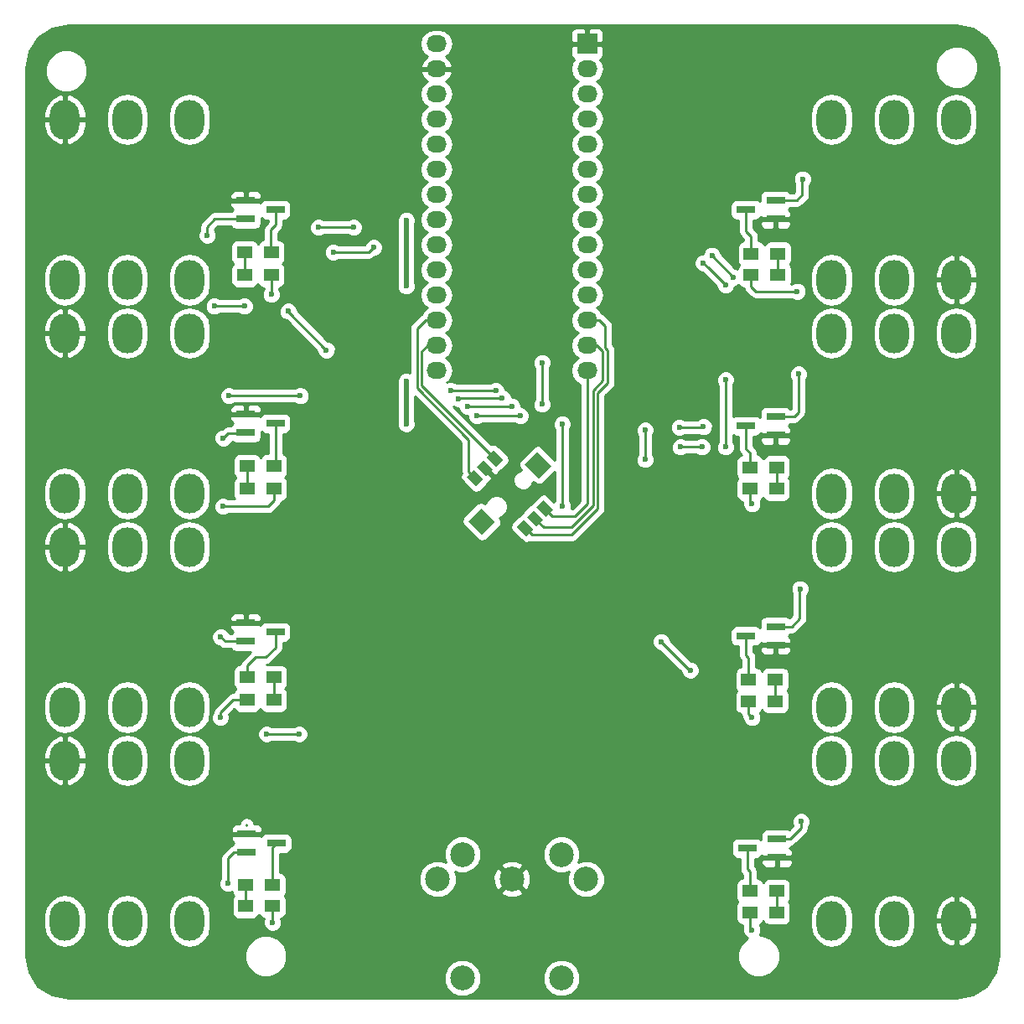
<source format=gbl>
G04 #@! TF.FileFunction,Copper,L2,Bot,Signal*
%FSLAX46Y46*%
G04 Gerber Fmt 4.6, Leading zero omitted, Abs format (unit mm)*
G04 Created by KiCad (PCBNEW 4.0.7-e2-6376~58~ubuntu14.04.1) date Mon Apr 16 00:30:28 2018*
%MOMM*%
%LPD*%
G01*
G04 APERTURE LIST*
%ADD10C,0.100000*%
%ADD11O,3.000000X4.000000*%
%ADD12R,1.500000X1.300000*%
%ADD13R,2.032000X2.032000*%
%ADD14O,2.032000X1.727200*%
%ADD15C,2.500000*%
%ADD16R,1.900000X0.800000*%
%ADD17C,0.600000*%
%ADD18C,0.250000*%
%ADD19C,0.500000*%
%ADD20C,0.254000*%
G04 APERTURE END LIST*
D10*
D11*
X99110000Y-63020000D03*
X105410000Y-63020000D03*
X111710000Y-63020000D03*
X99110000Y-79220000D03*
X105410000Y-79220000D03*
X111710000Y-79220000D03*
X99110000Y-84610000D03*
X105410000Y-84610000D03*
X111710000Y-84610000D03*
X99110000Y-100810000D03*
X105410000Y-100810000D03*
X111710000Y-100810000D03*
D10*
G36*
X148417506Y-102448901D02*
X147710400Y-103156007D01*
X146755806Y-102201413D01*
X147462912Y-101494307D01*
X148417506Y-102448901D01*
X148417506Y-102448901D01*
G37*
G36*
X147427557Y-103438851D02*
X146720451Y-104145957D01*
X145765857Y-103191363D01*
X146472963Y-102484257D01*
X147427557Y-103438851D01*
X147427557Y-103438851D01*
G37*
G36*
X146437607Y-104428800D02*
X145730501Y-105135906D01*
X144775907Y-104181312D01*
X145483013Y-103474206D01*
X146437607Y-104428800D01*
X146437607Y-104428800D01*
G37*
G36*
X143361693Y-97393088D02*
X142654587Y-98100194D01*
X141699993Y-97145600D01*
X142407099Y-96438494D01*
X143361693Y-97393088D01*
X143361693Y-97393088D01*
G37*
G36*
X142371743Y-98383037D02*
X141664637Y-99090143D01*
X140710043Y-98135549D01*
X141417149Y-97428443D01*
X142371743Y-98383037D01*
X142371743Y-98383037D01*
G37*
G36*
X141381794Y-99372987D02*
X140674688Y-100080093D01*
X139720094Y-99125499D01*
X140427200Y-98418393D01*
X141381794Y-99372987D01*
X141381794Y-99372987D01*
G37*
G36*
X148276085Y-97994129D02*
X147003293Y-99266921D01*
X145589079Y-97852707D01*
X146861871Y-96579915D01*
X148276085Y-97994129D01*
X148276085Y-97994129D01*
G37*
G36*
X142548521Y-103721693D02*
X141275729Y-104994485D01*
X139861515Y-103580271D01*
X141134307Y-102307479D01*
X142548521Y-103721693D01*
X142548521Y-103721693D01*
G37*
D12*
X170895000Y-119634000D03*
X168195000Y-119634000D03*
D11*
X189180000Y-143990000D03*
X182880000Y-143990000D03*
X176580000Y-143990000D03*
X189180000Y-127790000D03*
X182880000Y-127790000D03*
X176580000Y-127790000D03*
X189180000Y-122400000D03*
X182880000Y-122400000D03*
X176580000Y-122400000D03*
X189180000Y-106200000D03*
X182880000Y-106200000D03*
X176580000Y-106200000D03*
X189180000Y-79220000D03*
X182880000Y-79220000D03*
X176580000Y-79220000D03*
X189180000Y-63020000D03*
X182880000Y-63020000D03*
X176580000Y-63020000D03*
X189180000Y-100810000D03*
X182880000Y-100810000D03*
X176580000Y-100810000D03*
X189180000Y-84610000D03*
X182880000Y-84610000D03*
X176580000Y-84610000D03*
D13*
X151892000Y-55372000D03*
D14*
X151892000Y-57912000D03*
X151892000Y-60452000D03*
X151892000Y-62992000D03*
X151892000Y-65532000D03*
X151892000Y-68072000D03*
X151892000Y-70612000D03*
X151892000Y-73152000D03*
X151892000Y-75692000D03*
X151892000Y-78232000D03*
X151892000Y-80772000D03*
X151892000Y-83312000D03*
X151892000Y-85852000D03*
X151892000Y-88392000D03*
X136652000Y-88392000D03*
X136652000Y-85852000D03*
X136652000Y-83312000D03*
X136652000Y-80772000D03*
X136652000Y-78232000D03*
X136652000Y-75692000D03*
X136652000Y-73152000D03*
X136652000Y-70612000D03*
X136652000Y-68072000D03*
X136652000Y-65532000D03*
X136652000Y-62992000D03*
X136652000Y-60452000D03*
X136652000Y-57912000D03*
X136652000Y-55372000D03*
D11*
X99110000Y-106200000D03*
X105410000Y-106200000D03*
X111710000Y-106200000D03*
X99110000Y-122400000D03*
X105410000Y-122400000D03*
X111710000Y-122400000D03*
X99110000Y-127790000D03*
X105410000Y-127790000D03*
X111710000Y-127790000D03*
X99110000Y-143990000D03*
X105410000Y-143990000D03*
X111710000Y-143990000D03*
D15*
X136772000Y-139773000D03*
X144272000Y-139773000D03*
X151772000Y-139773000D03*
X139272000Y-137273000D03*
X149272000Y-137273000D03*
X149272000Y-149773000D03*
X139272000Y-149773000D03*
D16*
X117473600Y-137094000D03*
X117473600Y-135194000D03*
X120473600Y-136144000D03*
X117372000Y-115758000D03*
X117372000Y-113858000D03*
X120372000Y-114808000D03*
X117372000Y-94676000D03*
X117372000Y-92776000D03*
X120372000Y-93726000D03*
X117372000Y-73086000D03*
X117372000Y-71186000D03*
X120372000Y-72136000D03*
X170918000Y-71186000D03*
X170918000Y-73086000D03*
X167918000Y-72136000D03*
X170918000Y-93030000D03*
X170918000Y-94930000D03*
X167918000Y-93980000D03*
X170918000Y-114239000D03*
X170918000Y-116139000D03*
X167918000Y-115189000D03*
X171045000Y-135702000D03*
X171045000Y-137602000D03*
X168045000Y-136652000D03*
D12*
X117369600Y-142494000D03*
X120069600Y-142494000D03*
X120222000Y-121666000D03*
X117522000Y-121666000D03*
X117522000Y-100330000D03*
X120222000Y-100330000D03*
X117268000Y-78740000D03*
X119968000Y-78740000D03*
X171149000Y-78740000D03*
X168449000Y-78740000D03*
X171022000Y-100330000D03*
X168322000Y-100330000D03*
X170895000Y-121793000D03*
X168195000Y-121793000D03*
X171022000Y-143129000D03*
X168322000Y-143129000D03*
X117369600Y-140360400D03*
X120069600Y-140360400D03*
X171022000Y-98171000D03*
X168322000Y-98171000D03*
X117522000Y-98044000D03*
X120222000Y-98044000D03*
X171149000Y-76581000D03*
X168449000Y-76581000D03*
X120222000Y-119380000D03*
X117522000Y-119380000D03*
X171022000Y-140970000D03*
X168322000Y-140970000D03*
X117268000Y-76454000D03*
X119968000Y-76454000D03*
D17*
X167640000Y-92329000D03*
X121602500Y-77025500D03*
X120396000Y-63500000D03*
X164490400Y-76758800D03*
X166674800Y-78943200D03*
X163626800Y-77520800D03*
X165862000Y-79756000D03*
X165862000Y-89306400D03*
X165862000Y-96113600D03*
X159359600Y-115773200D03*
X162306000Y-118668800D03*
X157734000Y-97383600D03*
X157734000Y-94386400D03*
X114198400Y-81889600D03*
X117246400Y-81889600D03*
X121666000Y-82397600D03*
X125526800Y-86309200D03*
X138125200Y-90424000D03*
X142646400Y-90424000D03*
X122885200Y-90932000D03*
X115671600Y-90932000D03*
X138887200Y-91236800D03*
X143306800Y-91186000D03*
X139801600Y-92049600D03*
X144272000Y-91998800D03*
X122783600Y-125120400D03*
X119481600Y-125120400D03*
X145135600Y-92964000D03*
X140716000Y-92964000D03*
X126213973Y-76436838D03*
X130302000Y-75946000D03*
X163474400Y-96113600D03*
X161290000Y-96113600D03*
X161188400Y-94132400D03*
X163626800Y-94081600D03*
X133604000Y-93776800D03*
X133604000Y-89458800D03*
X133604000Y-79857600D03*
X133604000Y-73202800D03*
X119968000Y-80692000D03*
X173101000Y-80391000D03*
X168529000Y-144907000D03*
X168529000Y-123444000D03*
X168529000Y-101854000D03*
X115062000Y-102108000D03*
X114808000Y-123444000D03*
X120091200Y-144170400D03*
X128270000Y-73914000D03*
X124714000Y-73914000D03*
X147320000Y-87579200D03*
X147320000Y-91795600D03*
X149352000Y-93776800D03*
X149352000Y-102057200D03*
X113487200Y-74726800D03*
X114858800Y-115316000D03*
X115112800Y-95199200D03*
X115570000Y-140208000D03*
X173634400Y-69037200D03*
X173228000Y-88747600D03*
X173380400Y-110439200D03*
X173482000Y-133959600D03*
D18*
X117467200Y-134306400D02*
X117473600Y-134300000D01*
X164490400Y-76758800D02*
X166674800Y-78943200D01*
X164084000Y-77978000D02*
X163626800Y-77520800D01*
X164084000Y-77978000D02*
X165862000Y-79756000D01*
X165862000Y-91744800D02*
X165862000Y-94030800D01*
X165862000Y-96113600D02*
X165862000Y-94030800D01*
X165862000Y-91744800D02*
X165862000Y-89306400D01*
X162306000Y-118668800D02*
X162255200Y-118668800D01*
X162255200Y-118668800D02*
X159359600Y-115773200D01*
X157734000Y-94386400D02*
X157734000Y-97383600D01*
X114198400Y-81889600D02*
X117246400Y-81889600D01*
X121666000Y-82397600D02*
X121666000Y-82448400D01*
X121666000Y-82448400D02*
X125526800Y-86309200D01*
X138125200Y-90424000D02*
X142646400Y-90424000D01*
X115671600Y-90932000D02*
X122885200Y-90932000D01*
X138887200Y-91236800D02*
X138938000Y-91186000D01*
X138938000Y-91186000D02*
X143306800Y-91186000D01*
X119481600Y-125120400D02*
X122783600Y-125120400D01*
X139801600Y-92049600D02*
X139852400Y-91998800D01*
X139852400Y-91998800D02*
X144272000Y-91998800D01*
X140716000Y-92964000D02*
X145135600Y-92964000D01*
X126213973Y-76436838D02*
X129811162Y-76436838D01*
X129811162Y-76436838D02*
X130302000Y-75946000D01*
X163474400Y-96113600D02*
X161290000Y-96113600D01*
X163576000Y-94132400D02*
X161188400Y-94132400D01*
X163626800Y-94081600D02*
X163576000Y-94132400D01*
D19*
X133604000Y-89458800D02*
X133604000Y-93776800D01*
X133604000Y-73202800D02*
X133604000Y-79857600D01*
D18*
X119968000Y-78740000D02*
X119968000Y-80692000D01*
X119968000Y-80692000D02*
X119888000Y-80772000D01*
X119968000Y-80692000D02*
X119888000Y-80772000D01*
X168449000Y-79930000D02*
X168910000Y-80391000D01*
X173101000Y-80391000D02*
X168910000Y-80391000D01*
X168449000Y-79930000D02*
X168449000Y-78740000D01*
X168322000Y-143129000D02*
X168322000Y-144700000D01*
X168322000Y-144700000D02*
X168529000Y-144907000D01*
X168529000Y-123444000D02*
X168195000Y-123110000D01*
X168195000Y-123110000D02*
X168195000Y-121793000D01*
X168322000Y-100330000D02*
X168322000Y-101647000D01*
X168322000Y-101647000D02*
X168529000Y-101854000D01*
X120222000Y-100330000D02*
X120222000Y-101520000D01*
X119634000Y-102108000D02*
X115062000Y-102108000D01*
X120222000Y-101520000D02*
X119634000Y-102108000D01*
X117522000Y-121666000D02*
X116078000Y-121666000D01*
X114808000Y-122936000D02*
X114808000Y-123444000D01*
X116078000Y-121666000D02*
X114808000Y-122936000D01*
X120069600Y-142494000D02*
X120091200Y-142515600D01*
X120091200Y-142515600D02*
X120091200Y-144170400D01*
X128270000Y-73914000D02*
X124714000Y-73914000D01*
X147320000Y-91795600D02*
X147320000Y-87579200D01*
X149352000Y-102057200D02*
X149352000Y-93776800D01*
X117369600Y-140360400D02*
X117369600Y-142494000D01*
X117568800Y-142294800D02*
X117369600Y-142494000D01*
X120222000Y-121666000D02*
X120222000Y-119380000D01*
X117522000Y-100330000D02*
X117522000Y-98044000D01*
X117268000Y-78740000D02*
X117268000Y-76454000D01*
X171149000Y-78740000D02*
X171149000Y-76581000D01*
X171022000Y-98171000D02*
X171022000Y-100330000D01*
X170895000Y-119634000D02*
X170895000Y-121793000D01*
X171022000Y-143129000D02*
X171022000Y-140970000D01*
X117372000Y-73086000D02*
X114264400Y-73086000D01*
X113487200Y-73863200D02*
X113487200Y-74726800D01*
X114264400Y-73086000D02*
X113487200Y-73863200D01*
X115300800Y-115758000D02*
X117372000Y-115758000D01*
X114858800Y-115316000D02*
X115300800Y-115758000D01*
X115112800Y-95199200D02*
X115062000Y-95250000D01*
X117306000Y-94742000D02*
X115570000Y-94742000D01*
X115570000Y-94742000D02*
X115062000Y-95250000D01*
X117372000Y-94676000D02*
X117306000Y-94742000D01*
X115570000Y-140208000D02*
X115620800Y-140208000D01*
X115620800Y-137668000D02*
X116194800Y-137094000D01*
X117473600Y-137094000D02*
X116194800Y-137094000D01*
X115620800Y-140208000D02*
X115620800Y-137668000D01*
X173634400Y-69037200D02*
X173609000Y-69037200D01*
X173609000Y-69037200D02*
X173583600Y-69037200D01*
X173583600Y-69037200D02*
X173609000Y-69037200D01*
X172146000Y-71186000D02*
X173035000Y-71186000D01*
X173609000Y-70612000D02*
X173609000Y-69723000D01*
X173035000Y-71186000D02*
X173609000Y-70612000D01*
X173609000Y-69723000D02*
X173609000Y-69037200D01*
X170918000Y-71186000D02*
X172146000Y-71186000D01*
X173228000Y-89306400D02*
X173228000Y-88747600D01*
X173228000Y-89712800D02*
X173228000Y-89306400D01*
X170918000Y-93030000D02*
X172781000Y-93030000D01*
X173228000Y-92583000D02*
X173228000Y-89712800D01*
X172781000Y-93030000D02*
X173228000Y-92583000D01*
X173380400Y-110439200D02*
X173355000Y-110439200D01*
X173355000Y-110439200D02*
X173380400Y-110439200D01*
X173380400Y-110439200D02*
X173355000Y-110439200D01*
X170918000Y-114239000D02*
X172527000Y-114239000D01*
X173355000Y-113411000D02*
X173355000Y-110439200D01*
X172527000Y-114239000D02*
X173355000Y-113411000D01*
X171045000Y-135702000D02*
X172400000Y-135702000D01*
X172400000Y-135702000D02*
X173482000Y-134620000D01*
X173482000Y-134620000D02*
X173482000Y-133959600D01*
X120473600Y-136144000D02*
X120069600Y-136548000D01*
X120069600Y-136548000D02*
X120069600Y-140360400D01*
X117522000Y-119380000D02*
X117522000Y-118190000D01*
X120372000Y-116356000D02*
X120372000Y-114808000D01*
X119380000Y-117348000D02*
X120372000Y-116356000D01*
X118364000Y-117348000D02*
X119380000Y-117348000D01*
X117522000Y-118190000D02*
X118364000Y-117348000D01*
X120222000Y-98044000D02*
X120372000Y-97894000D01*
X120372000Y-97894000D02*
X120372000Y-93726000D01*
X120372000Y-72136000D02*
X120396000Y-72160000D01*
X120396000Y-72160000D02*
X120396000Y-73660000D01*
X119968000Y-76454000D02*
X119888000Y-76374000D01*
X119888000Y-76374000D02*
X119888000Y-74168000D01*
X119888000Y-74168000D02*
X120396000Y-73660000D01*
X168449000Y-76581000D02*
X168449000Y-74850000D01*
X167918000Y-74319000D02*
X167918000Y-72136000D01*
X168449000Y-74850000D02*
X167918000Y-74319000D01*
X168322000Y-98171000D02*
X168322000Y-96694000D01*
X167918000Y-96290000D02*
X167918000Y-93980000D01*
X168322000Y-96694000D02*
X167918000Y-96290000D01*
X167918000Y-115189000D02*
X167918000Y-117118000D01*
X168195000Y-117395000D02*
X168195000Y-119634000D01*
X167918000Y-117118000D02*
X168195000Y-117395000D01*
X168322000Y-140970000D02*
X168322000Y-138985000D01*
X168045000Y-138708000D02*
X168045000Y-136652000D01*
X168322000Y-138985000D02*
X168045000Y-138708000D01*
X147586656Y-102325157D02*
X148334699Y-103073200D01*
X151892000Y-101854000D02*
X151892000Y-88392000D01*
X150672800Y-103073200D02*
X151892000Y-101854000D01*
X150114000Y-103073200D02*
X150672800Y-103073200D01*
X148334699Y-103073200D02*
X150114000Y-103073200D01*
X153720800Y-86079202D02*
X153974800Y-86333202D01*
X153924000Y-89611200D02*
X153924000Y-89662000D01*
X153974800Y-89611200D02*
X153924000Y-89611200D01*
X153974800Y-86333202D02*
X153974800Y-89611200D01*
X145606757Y-104305056D02*
X146305301Y-105003600D01*
X152951602Y-90634398D02*
X153924000Y-89662000D01*
X152951602Y-102318398D02*
X152951602Y-90634398D01*
X150266400Y-105003600D02*
X152951602Y-102318398D01*
X146305301Y-105003600D02*
X150266400Y-105003600D01*
X153111200Y-83312000D02*
X151892000Y-83312000D01*
X153720800Y-83921600D02*
X153111200Y-83312000D01*
X153720800Y-86079202D02*
X153720800Y-83921600D01*
X153466800Y-89408000D02*
X153466800Y-86461600D01*
X153466800Y-86461600D02*
X153466800Y-86512400D01*
X153466800Y-86512400D02*
X153466800Y-86461600D01*
X152501600Y-90881200D02*
X152501600Y-90373200D01*
X152501600Y-90373200D02*
X152552400Y-90322400D01*
X146596707Y-103315107D02*
X147472400Y-104190800D01*
X153466800Y-86461600D02*
X152857200Y-85852000D01*
X152552400Y-90322400D02*
X153466800Y-89408000D01*
X152501600Y-102006400D02*
X152501600Y-90881200D01*
X150317200Y-104190800D02*
X152501600Y-102006400D01*
X147472400Y-104190800D02*
X150317200Y-104190800D01*
X152857200Y-85852000D02*
X151892000Y-85852000D01*
X134696200Y-90144600D02*
X134696200Y-84150200D01*
X135534400Y-83312000D02*
X136652000Y-83312000D01*
X134696200Y-84150200D02*
X135534400Y-83312000D01*
X139914551Y-95797449D02*
X139914551Y-98612850D01*
X139914551Y-98612850D02*
X140550944Y-99249243D01*
X139914551Y-95362951D02*
X134696200Y-90144600D01*
X139914551Y-95797449D02*
X139914551Y-95362951D01*
X142530843Y-97269344D02*
X135178800Y-89917301D01*
X135178800Y-86461600D02*
X135788400Y-85852000D01*
X135178800Y-89917301D02*
X135178800Y-86461600D01*
X135788400Y-85852000D02*
X136652000Y-85852000D01*
D20*
G36*
X190836634Y-53826957D02*
X192215629Y-54748371D01*
X193137043Y-56127366D01*
X193475000Y-57826390D01*
X193475000Y-147481610D01*
X193137043Y-149180634D01*
X192215629Y-150559629D01*
X190836634Y-151481043D01*
X189137610Y-151819000D01*
X99482390Y-151819000D01*
X97783366Y-151481043D01*
X96404371Y-150559629D01*
X96128198Y-150146305D01*
X137386674Y-150146305D01*
X137673043Y-150839372D01*
X138202839Y-151370093D01*
X138895405Y-151657672D01*
X139645305Y-151658326D01*
X140338372Y-151371957D01*
X140869093Y-150842161D01*
X141156672Y-150149595D01*
X141156674Y-150146305D01*
X147386674Y-150146305D01*
X147673043Y-150839372D01*
X148202839Y-151370093D01*
X148895405Y-151657672D01*
X149645305Y-151658326D01*
X150338372Y-151371957D01*
X150869093Y-150842161D01*
X151156672Y-150149595D01*
X151157326Y-149399695D01*
X150870957Y-148706628D01*
X150341161Y-148175907D01*
X149648595Y-147888328D01*
X148898695Y-147887674D01*
X148205628Y-148174043D01*
X147674907Y-148703839D01*
X147387328Y-149396405D01*
X147386674Y-150146305D01*
X141156674Y-150146305D01*
X141157326Y-149399695D01*
X140870957Y-148706628D01*
X140341161Y-148175907D01*
X139648595Y-147888328D01*
X138898695Y-147887674D01*
X138205628Y-148174043D01*
X137674907Y-148703839D01*
X137387328Y-149396405D01*
X137386674Y-150146305D01*
X96128198Y-150146305D01*
X95482957Y-149180634D01*
X95243503Y-147976815D01*
X117274630Y-147976815D01*
X117598980Y-148761800D01*
X118199041Y-149362909D01*
X118983459Y-149688628D01*
X119832815Y-149689370D01*
X120617800Y-149365020D01*
X121218909Y-148764959D01*
X121544628Y-147980541D01*
X121545370Y-147131185D01*
X121221020Y-146346200D01*
X120620959Y-145745091D01*
X119836541Y-145419372D01*
X118987185Y-145418630D01*
X118202200Y-145742980D01*
X117601091Y-146343041D01*
X117275372Y-147127459D01*
X117274630Y-147976815D01*
X95243503Y-147976815D01*
X95145000Y-147481610D01*
X95145000Y-143438377D01*
X96975000Y-143438377D01*
X96975000Y-144541623D01*
X97137517Y-145358652D01*
X97600327Y-146051296D01*
X98292971Y-146514106D01*
X99110000Y-146676623D01*
X99927029Y-146514106D01*
X100619673Y-146051296D01*
X101082483Y-145358652D01*
X101245000Y-144541623D01*
X101245000Y-143438377D01*
X103275000Y-143438377D01*
X103275000Y-144541623D01*
X103437517Y-145358652D01*
X103900327Y-146051296D01*
X104592971Y-146514106D01*
X105410000Y-146676623D01*
X106227029Y-146514106D01*
X106919673Y-146051296D01*
X107382483Y-145358652D01*
X107545000Y-144541623D01*
X107545000Y-143438377D01*
X109575000Y-143438377D01*
X109575000Y-144541623D01*
X109737517Y-145358652D01*
X110200327Y-146051296D01*
X110892971Y-146514106D01*
X111710000Y-146676623D01*
X112527029Y-146514106D01*
X113219673Y-146051296D01*
X113682483Y-145358652D01*
X113845000Y-144541623D01*
X113845000Y-143438377D01*
X113682483Y-142621348D01*
X113219673Y-141928704D01*
X112527029Y-141465894D01*
X111710000Y-141303377D01*
X110892971Y-141465894D01*
X110200327Y-141928704D01*
X109737517Y-142621348D01*
X109575000Y-143438377D01*
X107545000Y-143438377D01*
X107382483Y-142621348D01*
X106919673Y-141928704D01*
X106227029Y-141465894D01*
X105410000Y-141303377D01*
X104592971Y-141465894D01*
X103900327Y-141928704D01*
X103437517Y-142621348D01*
X103275000Y-143438377D01*
X101245000Y-143438377D01*
X101082483Y-142621348D01*
X100619673Y-141928704D01*
X99927029Y-141465894D01*
X99110000Y-141303377D01*
X98292971Y-141465894D01*
X97600327Y-141928704D01*
X97137517Y-142621348D01*
X96975000Y-143438377D01*
X95145000Y-143438377D01*
X95145000Y-140393167D01*
X114634838Y-140393167D01*
X114776883Y-140736943D01*
X115039673Y-141000192D01*
X115383201Y-141142838D01*
X115755167Y-141143162D01*
X115979685Y-141050393D01*
X116016438Y-141245717D01*
X116134494Y-141429181D01*
X116023169Y-141592110D01*
X115972160Y-141844000D01*
X115972160Y-143144000D01*
X116016438Y-143379317D01*
X116155510Y-143595441D01*
X116367710Y-143740431D01*
X116619600Y-143791440D01*
X118119600Y-143791440D01*
X118354917Y-143747162D01*
X118571041Y-143608090D01*
X118716031Y-143395890D01*
X118718681Y-143382803D01*
X118855510Y-143595441D01*
X119067710Y-143740431D01*
X119242627Y-143775853D01*
X119156362Y-143983601D01*
X119156038Y-144355567D01*
X119298083Y-144699343D01*
X119560873Y-144962592D01*
X119904401Y-145105238D01*
X120276367Y-145105562D01*
X120620143Y-144963517D01*
X120883392Y-144700727D01*
X121026038Y-144357199D01*
X121026362Y-143985233D01*
X120937149Y-143769322D01*
X121054917Y-143747162D01*
X121271041Y-143608090D01*
X121416031Y-143395890D01*
X121467040Y-143144000D01*
X121467040Y-141844000D01*
X121422762Y-141608683D01*
X121304706Y-141425219D01*
X121416031Y-141262290D01*
X121467040Y-141010400D01*
X121467040Y-140146305D01*
X134886674Y-140146305D01*
X135173043Y-140839372D01*
X135702839Y-141370093D01*
X136395405Y-141657672D01*
X137145305Y-141658326D01*
X137838372Y-141371957D01*
X138104472Y-141106320D01*
X143118285Y-141106320D01*
X143247533Y-141399123D01*
X143947806Y-141667388D01*
X144697435Y-141647250D01*
X145296467Y-141399123D01*
X145425715Y-141106320D01*
X144272000Y-139952605D01*
X143118285Y-141106320D01*
X138104472Y-141106320D01*
X138369093Y-140842161D01*
X138656672Y-140149595D01*
X138657283Y-139448806D01*
X142377612Y-139448806D01*
X142397750Y-140198435D01*
X142645877Y-140797467D01*
X142938680Y-140926715D01*
X144092395Y-139773000D01*
X144451605Y-139773000D01*
X145605320Y-140926715D01*
X145898123Y-140797467D01*
X146166388Y-140097194D01*
X146146250Y-139347565D01*
X145898123Y-138748533D01*
X145605320Y-138619285D01*
X144451605Y-139773000D01*
X144092395Y-139773000D01*
X142938680Y-138619285D01*
X142645877Y-138748533D01*
X142377612Y-139448806D01*
X138657283Y-139448806D01*
X138657326Y-139399695D01*
X138487306Y-138988214D01*
X138895405Y-139157672D01*
X139645305Y-139158326D01*
X140338372Y-138871957D01*
X140771403Y-138439680D01*
X143118285Y-138439680D01*
X144272000Y-139593395D01*
X145425715Y-138439680D01*
X145296467Y-138146877D01*
X144596194Y-137878612D01*
X143846565Y-137898750D01*
X143247533Y-138146877D01*
X143118285Y-138439680D01*
X140771403Y-138439680D01*
X140869093Y-138342161D01*
X141156672Y-137649595D01*
X141156674Y-137646305D01*
X147386674Y-137646305D01*
X147673043Y-138339372D01*
X148202839Y-138870093D01*
X148895405Y-139157672D01*
X149645305Y-139158326D01*
X150056786Y-138988306D01*
X149887328Y-139396405D01*
X149886674Y-140146305D01*
X150173043Y-140839372D01*
X150702839Y-141370093D01*
X151395405Y-141657672D01*
X152145305Y-141658326D01*
X152838372Y-141371957D01*
X153369093Y-140842161D01*
X153656672Y-140149595D01*
X153657326Y-139399695D01*
X153370957Y-138706628D01*
X152841161Y-138175907D01*
X152148595Y-137888328D01*
X151398695Y-137887674D01*
X150987214Y-138057694D01*
X151156672Y-137649595D01*
X151157326Y-136899695D01*
X150889705Y-136252000D01*
X166447560Y-136252000D01*
X166447560Y-137052000D01*
X166491838Y-137287317D01*
X166630910Y-137503441D01*
X166843110Y-137648431D01*
X167095000Y-137699440D01*
X167285000Y-137699440D01*
X167285000Y-138708000D01*
X167342852Y-138998839D01*
X167507599Y-139245401D01*
X167562000Y-139299802D01*
X167562000Y-139674442D01*
X167336683Y-139716838D01*
X167120559Y-139855910D01*
X166975569Y-140068110D01*
X166924560Y-140320000D01*
X166924560Y-141620000D01*
X166968838Y-141855317D01*
X167095311Y-142051862D01*
X166975569Y-142227110D01*
X166924560Y-142479000D01*
X166924560Y-143779000D01*
X166968838Y-144014317D01*
X167107910Y-144230441D01*
X167320110Y-144375431D01*
X167562000Y-144424415D01*
X167562000Y-144700000D01*
X167594039Y-144861071D01*
X167593838Y-145092167D01*
X167735883Y-145435943D01*
X167998673Y-145699192D01*
X168053289Y-145721871D01*
X168002200Y-145742980D01*
X167401091Y-146343041D01*
X167075372Y-147127459D01*
X167074630Y-147976815D01*
X167398980Y-148761800D01*
X167999041Y-149362909D01*
X168783459Y-149688628D01*
X169632815Y-149689370D01*
X170417800Y-149365020D01*
X171018909Y-148764959D01*
X171344628Y-147980541D01*
X171345370Y-147131185D01*
X171021020Y-146346200D01*
X170420959Y-145745091D01*
X169636541Y-145419372D01*
X169328759Y-145419103D01*
X169463838Y-145093799D01*
X169464162Y-144721833D01*
X169322117Y-144378057D01*
X169318824Y-144374758D01*
X169523441Y-144243090D01*
X169668431Y-144030890D01*
X169671081Y-144017803D01*
X169807910Y-144230441D01*
X170020110Y-144375431D01*
X170272000Y-144426440D01*
X171772000Y-144426440D01*
X172007317Y-144382162D01*
X172223441Y-144243090D01*
X172368431Y-144030890D01*
X172419440Y-143779000D01*
X172419440Y-143438377D01*
X174445000Y-143438377D01*
X174445000Y-144541623D01*
X174607517Y-145358652D01*
X175070327Y-146051296D01*
X175762971Y-146514106D01*
X176580000Y-146676623D01*
X177397029Y-146514106D01*
X178089673Y-146051296D01*
X178552483Y-145358652D01*
X178715000Y-144541623D01*
X178715000Y-143438377D01*
X180745000Y-143438377D01*
X180745000Y-144541623D01*
X180907517Y-145358652D01*
X181370327Y-146051296D01*
X182062971Y-146514106D01*
X182880000Y-146676623D01*
X183697029Y-146514106D01*
X184389673Y-146051296D01*
X184852483Y-145358652D01*
X185015000Y-144541623D01*
X185015000Y-144117000D01*
X187045000Y-144117000D01*
X187045000Y-144617000D01*
X187256118Y-145424362D01*
X187760130Y-146089476D01*
X188480304Y-146511084D01*
X188721167Y-146575113D01*
X189053000Y-146462165D01*
X189053000Y-144117000D01*
X189307000Y-144117000D01*
X189307000Y-146462165D01*
X189638833Y-146575113D01*
X189879696Y-146511084D01*
X190599870Y-146089476D01*
X191103882Y-145424362D01*
X191315000Y-144617000D01*
X191315000Y-144117000D01*
X189307000Y-144117000D01*
X189053000Y-144117000D01*
X187045000Y-144117000D01*
X185015000Y-144117000D01*
X185015000Y-143438377D01*
X185000007Y-143363000D01*
X187045000Y-143363000D01*
X187045000Y-143863000D01*
X189053000Y-143863000D01*
X189053000Y-141517835D01*
X189307000Y-141517835D01*
X189307000Y-143863000D01*
X191315000Y-143863000D01*
X191315000Y-143363000D01*
X191103882Y-142555638D01*
X190599870Y-141890524D01*
X189879696Y-141468916D01*
X189638833Y-141404887D01*
X189307000Y-141517835D01*
X189053000Y-141517835D01*
X188721167Y-141404887D01*
X188480304Y-141468916D01*
X187760130Y-141890524D01*
X187256118Y-142555638D01*
X187045000Y-143363000D01*
X185000007Y-143363000D01*
X184852483Y-142621348D01*
X184389673Y-141928704D01*
X183697029Y-141465894D01*
X182880000Y-141303377D01*
X182062971Y-141465894D01*
X181370327Y-141928704D01*
X180907517Y-142621348D01*
X180745000Y-143438377D01*
X178715000Y-143438377D01*
X178552483Y-142621348D01*
X178089673Y-141928704D01*
X177397029Y-141465894D01*
X176580000Y-141303377D01*
X175762971Y-141465894D01*
X175070327Y-141928704D01*
X174607517Y-142621348D01*
X174445000Y-143438377D01*
X172419440Y-143438377D01*
X172419440Y-142479000D01*
X172375162Y-142243683D01*
X172248689Y-142047138D01*
X172368431Y-141871890D01*
X172419440Y-141620000D01*
X172419440Y-140320000D01*
X172375162Y-140084683D01*
X172236090Y-139868559D01*
X172023890Y-139723569D01*
X171772000Y-139672560D01*
X170272000Y-139672560D01*
X170036683Y-139716838D01*
X169820559Y-139855910D01*
X169675569Y-140068110D01*
X169672919Y-140081197D01*
X169536090Y-139868559D01*
X169323890Y-139723569D01*
X169082000Y-139674585D01*
X169082000Y-138985000D01*
X169024148Y-138694161D01*
X168859401Y-138447599D01*
X168805000Y-138393198D01*
X168805000Y-137887750D01*
X169460000Y-137887750D01*
X169460000Y-138128310D01*
X169556673Y-138361699D01*
X169735302Y-138540327D01*
X169968691Y-138637000D01*
X170759250Y-138637000D01*
X170918000Y-138478250D01*
X170918000Y-137729000D01*
X171172000Y-137729000D01*
X171172000Y-138478250D01*
X171330750Y-138637000D01*
X172121309Y-138637000D01*
X172354698Y-138540327D01*
X172533327Y-138361699D01*
X172630000Y-138128310D01*
X172630000Y-137887750D01*
X172471250Y-137729000D01*
X171172000Y-137729000D01*
X170918000Y-137729000D01*
X169618750Y-137729000D01*
X169460000Y-137887750D01*
X168805000Y-137887750D01*
X168805000Y-137699440D01*
X168995000Y-137699440D01*
X169230317Y-137655162D01*
X169446441Y-137516090D01*
X169533064Y-137389314D01*
X169618750Y-137475000D01*
X170918000Y-137475000D01*
X170918000Y-137455000D01*
X171172000Y-137455000D01*
X171172000Y-137475000D01*
X172471250Y-137475000D01*
X172630000Y-137316250D01*
X172630000Y-137075690D01*
X172533327Y-136842301D01*
X172354698Y-136663673D01*
X172318253Y-136648577D01*
X172446441Y-136566090D01*
X172536054Y-136434937D01*
X172690839Y-136404148D01*
X172937401Y-136239401D01*
X174019401Y-135157401D01*
X174184148Y-134910839D01*
X174242000Y-134620000D01*
X174242000Y-134522063D01*
X174274192Y-134489927D01*
X174416838Y-134146399D01*
X174417162Y-133774433D01*
X174275117Y-133430657D01*
X174012327Y-133167408D01*
X173668799Y-133024762D01*
X173296833Y-133024438D01*
X172953057Y-133166483D01*
X172689808Y-133429273D01*
X172547162Y-133772801D01*
X172546838Y-134144767D01*
X172644959Y-134382239D01*
X172291291Y-134735907D01*
X172246890Y-134705569D01*
X171995000Y-134654560D01*
X170095000Y-134654560D01*
X169859683Y-134698838D01*
X169643559Y-134837910D01*
X169498569Y-135050110D01*
X169447560Y-135302000D01*
X169447560Y-135792681D01*
X169246890Y-135655569D01*
X168995000Y-135604560D01*
X167095000Y-135604560D01*
X166859683Y-135648838D01*
X166643559Y-135787910D01*
X166498569Y-136000110D01*
X166447560Y-136252000D01*
X150889705Y-136252000D01*
X150870957Y-136206628D01*
X150341161Y-135675907D01*
X149648595Y-135388328D01*
X148898695Y-135387674D01*
X148205628Y-135674043D01*
X147674907Y-136203839D01*
X147387328Y-136896405D01*
X147386674Y-137646305D01*
X141156674Y-137646305D01*
X141157326Y-136899695D01*
X140870957Y-136206628D01*
X140341161Y-135675907D01*
X139648595Y-135388328D01*
X138898695Y-135387674D01*
X138205628Y-135674043D01*
X137674907Y-136203839D01*
X137387328Y-136896405D01*
X137386674Y-137646305D01*
X137556694Y-138057786D01*
X137148595Y-137888328D01*
X136398695Y-137887674D01*
X135705628Y-138174043D01*
X135174907Y-138703839D01*
X134887328Y-139396405D01*
X134886674Y-140146305D01*
X121467040Y-140146305D01*
X121467040Y-139710400D01*
X121422762Y-139475083D01*
X121283690Y-139258959D01*
X121071490Y-139113969D01*
X120829600Y-139064985D01*
X120829600Y-137191440D01*
X121423600Y-137191440D01*
X121658917Y-137147162D01*
X121875041Y-137008090D01*
X122020031Y-136795890D01*
X122071040Y-136544000D01*
X122071040Y-135744000D01*
X122026762Y-135508683D01*
X121887690Y-135292559D01*
X121675490Y-135147569D01*
X121423600Y-135096560D01*
X119523600Y-135096560D01*
X119288283Y-135140838D01*
X119072159Y-135279910D01*
X118985536Y-135406686D01*
X118899850Y-135321000D01*
X117600600Y-135321000D01*
X117600600Y-135341000D01*
X117346600Y-135341000D01*
X117346600Y-135321000D01*
X116047350Y-135321000D01*
X115888600Y-135479750D01*
X115888600Y-135720310D01*
X115985273Y-135953699D01*
X116163902Y-136132327D01*
X116200347Y-136147423D01*
X116072159Y-136229910D01*
X115970560Y-136378604D01*
X115903961Y-136391852D01*
X115657399Y-136556599D01*
X115083399Y-137130599D01*
X114918652Y-137377161D01*
X114860800Y-137668000D01*
X114860800Y-139594826D01*
X114777808Y-139677673D01*
X114635162Y-140021201D01*
X114634838Y-140393167D01*
X95145000Y-140393167D01*
X95145000Y-134667690D01*
X115888600Y-134667690D01*
X115888600Y-134908250D01*
X116047350Y-135067000D01*
X117346600Y-135067000D01*
X117346600Y-135047000D01*
X117369670Y-135047000D01*
X117467200Y-135066400D01*
X117564730Y-135047000D01*
X117600600Y-135047000D01*
X117600600Y-135067000D01*
X118899850Y-135067000D01*
X119058600Y-134908250D01*
X119058600Y-134667690D01*
X118961927Y-134434301D01*
X118783298Y-134255673D01*
X118549909Y-134159000D01*
X118205553Y-134159000D01*
X118175748Y-134009161D01*
X118011001Y-133762599D01*
X117764439Y-133597852D01*
X117473600Y-133540000D01*
X117182761Y-133597852D01*
X116936199Y-133762599D01*
X116929799Y-133768999D01*
X116765052Y-134015561D01*
X116736520Y-134159000D01*
X116397291Y-134159000D01*
X116163902Y-134255673D01*
X115985273Y-134434301D01*
X115888600Y-134667690D01*
X95145000Y-134667690D01*
X95145000Y-127917000D01*
X96975000Y-127917000D01*
X96975000Y-128417000D01*
X97186118Y-129224362D01*
X97690130Y-129889476D01*
X98410304Y-130311084D01*
X98651167Y-130375113D01*
X98983000Y-130262165D01*
X98983000Y-127917000D01*
X99237000Y-127917000D01*
X99237000Y-130262165D01*
X99568833Y-130375113D01*
X99809696Y-130311084D01*
X100529870Y-129889476D01*
X101033882Y-129224362D01*
X101245000Y-128417000D01*
X101245000Y-127917000D01*
X99237000Y-127917000D01*
X98983000Y-127917000D01*
X96975000Y-127917000D01*
X95145000Y-127917000D01*
X95145000Y-127163000D01*
X96975000Y-127163000D01*
X96975000Y-127663000D01*
X98983000Y-127663000D01*
X98983000Y-125317835D01*
X99237000Y-125317835D01*
X99237000Y-127663000D01*
X101245000Y-127663000D01*
X101245000Y-127238377D01*
X103275000Y-127238377D01*
X103275000Y-128341623D01*
X103437517Y-129158652D01*
X103900327Y-129851296D01*
X104592971Y-130314106D01*
X105410000Y-130476623D01*
X106227029Y-130314106D01*
X106919673Y-129851296D01*
X107382483Y-129158652D01*
X107545000Y-128341623D01*
X107545000Y-127238377D01*
X109575000Y-127238377D01*
X109575000Y-128341623D01*
X109737517Y-129158652D01*
X110200327Y-129851296D01*
X110892971Y-130314106D01*
X111710000Y-130476623D01*
X112527029Y-130314106D01*
X113219673Y-129851296D01*
X113682483Y-129158652D01*
X113845000Y-128341623D01*
X113845000Y-127238377D01*
X174445000Y-127238377D01*
X174445000Y-128341623D01*
X174607517Y-129158652D01*
X175070327Y-129851296D01*
X175762971Y-130314106D01*
X176580000Y-130476623D01*
X177397029Y-130314106D01*
X178089673Y-129851296D01*
X178552483Y-129158652D01*
X178715000Y-128341623D01*
X178715000Y-127238377D01*
X180745000Y-127238377D01*
X180745000Y-128341623D01*
X180907517Y-129158652D01*
X181370327Y-129851296D01*
X182062971Y-130314106D01*
X182880000Y-130476623D01*
X183697029Y-130314106D01*
X184389673Y-129851296D01*
X184852483Y-129158652D01*
X185015000Y-128341623D01*
X185015000Y-127238377D01*
X187045000Y-127238377D01*
X187045000Y-128341623D01*
X187207517Y-129158652D01*
X187670327Y-129851296D01*
X188362971Y-130314106D01*
X189180000Y-130476623D01*
X189997029Y-130314106D01*
X190689673Y-129851296D01*
X191152483Y-129158652D01*
X191315000Y-128341623D01*
X191315000Y-127238377D01*
X191152483Y-126421348D01*
X190689673Y-125728704D01*
X189997029Y-125265894D01*
X189180000Y-125103377D01*
X188362971Y-125265894D01*
X187670327Y-125728704D01*
X187207517Y-126421348D01*
X187045000Y-127238377D01*
X185015000Y-127238377D01*
X184852483Y-126421348D01*
X184389673Y-125728704D01*
X183697029Y-125265894D01*
X182880000Y-125103377D01*
X182062971Y-125265894D01*
X181370327Y-125728704D01*
X180907517Y-126421348D01*
X180745000Y-127238377D01*
X178715000Y-127238377D01*
X178552483Y-126421348D01*
X178089673Y-125728704D01*
X177397029Y-125265894D01*
X176580000Y-125103377D01*
X175762971Y-125265894D01*
X175070327Y-125728704D01*
X174607517Y-126421348D01*
X174445000Y-127238377D01*
X113845000Y-127238377D01*
X113682483Y-126421348D01*
X113219673Y-125728704D01*
X112586404Y-125305567D01*
X118546438Y-125305567D01*
X118688483Y-125649343D01*
X118951273Y-125912592D01*
X119294801Y-126055238D01*
X119666767Y-126055562D01*
X120010543Y-125913517D01*
X120043718Y-125880400D01*
X122221137Y-125880400D01*
X122253273Y-125912592D01*
X122596801Y-126055238D01*
X122968767Y-126055562D01*
X123312543Y-125913517D01*
X123575792Y-125650727D01*
X123718438Y-125307199D01*
X123718762Y-124935233D01*
X123576717Y-124591457D01*
X123313927Y-124328208D01*
X122970399Y-124185562D01*
X122598433Y-124185238D01*
X122254657Y-124327283D01*
X122221482Y-124360400D01*
X120044063Y-124360400D01*
X120011927Y-124328208D01*
X119668399Y-124185562D01*
X119296433Y-124185238D01*
X118952657Y-124327283D01*
X118689408Y-124590073D01*
X118546762Y-124933601D01*
X118546438Y-125305567D01*
X112586404Y-125305567D01*
X112527029Y-125265894D01*
X111710000Y-125103377D01*
X110892971Y-125265894D01*
X110200327Y-125728704D01*
X109737517Y-126421348D01*
X109575000Y-127238377D01*
X107545000Y-127238377D01*
X107382483Y-126421348D01*
X106919673Y-125728704D01*
X106227029Y-125265894D01*
X105410000Y-125103377D01*
X104592971Y-125265894D01*
X103900327Y-125728704D01*
X103437517Y-126421348D01*
X103275000Y-127238377D01*
X101245000Y-127238377D01*
X101245000Y-127163000D01*
X101033882Y-126355638D01*
X100529870Y-125690524D01*
X99809696Y-125268916D01*
X99568833Y-125204887D01*
X99237000Y-125317835D01*
X98983000Y-125317835D01*
X98651167Y-125204887D01*
X98410304Y-125268916D01*
X97690130Y-125690524D01*
X97186118Y-126355638D01*
X96975000Y-127163000D01*
X95145000Y-127163000D01*
X95145000Y-121848377D01*
X96975000Y-121848377D01*
X96975000Y-122951623D01*
X97137517Y-123768652D01*
X97600327Y-124461296D01*
X98292971Y-124924106D01*
X99110000Y-125086623D01*
X99927029Y-124924106D01*
X100619673Y-124461296D01*
X101082483Y-123768652D01*
X101245000Y-122951623D01*
X101245000Y-121848377D01*
X103275000Y-121848377D01*
X103275000Y-122951623D01*
X103437517Y-123768652D01*
X103900327Y-124461296D01*
X104592971Y-124924106D01*
X105410000Y-125086623D01*
X106227029Y-124924106D01*
X106919673Y-124461296D01*
X107382483Y-123768652D01*
X107545000Y-122951623D01*
X107545000Y-121848377D01*
X109575000Y-121848377D01*
X109575000Y-122951623D01*
X109737517Y-123768652D01*
X110200327Y-124461296D01*
X110892971Y-124924106D01*
X111710000Y-125086623D01*
X112527029Y-124924106D01*
X113219673Y-124461296D01*
X113682483Y-123768652D01*
X113710228Y-123629167D01*
X113872838Y-123629167D01*
X114014883Y-123972943D01*
X114277673Y-124236192D01*
X114621201Y-124378838D01*
X114993167Y-124379162D01*
X115336943Y-124237117D01*
X115600192Y-123974327D01*
X115742838Y-123630799D01*
X115743162Y-123258833D01*
X115689600Y-123129202D01*
X116207462Y-122611340D01*
X116307910Y-122767441D01*
X116520110Y-122912431D01*
X116772000Y-122963440D01*
X118272000Y-122963440D01*
X118507317Y-122919162D01*
X118723441Y-122780090D01*
X118868431Y-122567890D01*
X118871081Y-122554803D01*
X119007910Y-122767441D01*
X119220110Y-122912431D01*
X119472000Y-122963440D01*
X120972000Y-122963440D01*
X121207317Y-122919162D01*
X121423441Y-122780090D01*
X121568431Y-122567890D01*
X121619440Y-122316000D01*
X121619440Y-121016000D01*
X121575162Y-120780683D01*
X121436090Y-120564559D01*
X121376841Y-120524076D01*
X121423441Y-120494090D01*
X121568431Y-120281890D01*
X121619440Y-120030000D01*
X121619440Y-118730000D01*
X121575162Y-118494683D01*
X121436090Y-118278559D01*
X121223890Y-118133569D01*
X120972000Y-118082560D01*
X119507894Y-118082560D01*
X119670839Y-118050148D01*
X119917401Y-117885401D01*
X120909401Y-116893401D01*
X121074148Y-116646839D01*
X121132000Y-116356000D01*
X121132000Y-115958367D01*
X158424438Y-115958367D01*
X158566483Y-116302143D01*
X158829273Y-116565392D01*
X159172801Y-116708038D01*
X159219677Y-116708079D01*
X161374551Y-118862953D01*
X161512883Y-119197743D01*
X161775673Y-119460992D01*
X162119201Y-119603638D01*
X162491167Y-119603962D01*
X162834943Y-119461917D01*
X163098192Y-119199127D01*
X163240838Y-118855599D01*
X163241162Y-118483633D01*
X163099117Y-118139857D01*
X162836327Y-117876608D01*
X162492799Y-117733962D01*
X162395079Y-117733877D01*
X160294722Y-115633520D01*
X160294762Y-115588033D01*
X160152717Y-115244257D01*
X159889927Y-114981008D01*
X159546399Y-114838362D01*
X159174433Y-114838038D01*
X158830657Y-114980083D01*
X158567408Y-115242873D01*
X158424762Y-115586401D01*
X158424438Y-115958367D01*
X121132000Y-115958367D01*
X121132000Y-115855440D01*
X121322000Y-115855440D01*
X121557317Y-115811162D01*
X121773441Y-115672090D01*
X121918431Y-115459890D01*
X121969440Y-115208000D01*
X121969440Y-114789000D01*
X166320560Y-114789000D01*
X166320560Y-115589000D01*
X166364838Y-115824317D01*
X166503910Y-116040441D01*
X166716110Y-116185431D01*
X166968000Y-116236440D01*
X167158000Y-116236440D01*
X167158000Y-117118000D01*
X167215852Y-117408839D01*
X167380599Y-117655401D01*
X167435000Y-117709802D01*
X167435000Y-118338442D01*
X167209683Y-118380838D01*
X166993559Y-118519910D01*
X166848569Y-118732110D01*
X166797560Y-118984000D01*
X166797560Y-120284000D01*
X166841838Y-120519317D01*
X166968311Y-120715862D01*
X166848569Y-120891110D01*
X166797560Y-121143000D01*
X166797560Y-122443000D01*
X166841838Y-122678317D01*
X166980910Y-122894441D01*
X167193110Y-123039431D01*
X167435000Y-123088415D01*
X167435000Y-123110000D01*
X167492852Y-123400839D01*
X167593905Y-123552076D01*
X167593838Y-123629167D01*
X167735883Y-123972943D01*
X167998673Y-124236192D01*
X168342201Y-124378838D01*
X168714167Y-124379162D01*
X169057943Y-124237117D01*
X169321192Y-123974327D01*
X169463838Y-123630799D01*
X169464162Y-123258833D01*
X169335127Y-122946544D01*
X169396441Y-122907090D01*
X169541431Y-122694890D01*
X169544081Y-122681803D01*
X169680910Y-122894441D01*
X169893110Y-123039431D01*
X170145000Y-123090440D01*
X171645000Y-123090440D01*
X171880317Y-123046162D01*
X172096441Y-122907090D01*
X172241431Y-122694890D01*
X172292440Y-122443000D01*
X172292440Y-121848377D01*
X174445000Y-121848377D01*
X174445000Y-122951623D01*
X174607517Y-123768652D01*
X175070327Y-124461296D01*
X175762971Y-124924106D01*
X176580000Y-125086623D01*
X177397029Y-124924106D01*
X178089673Y-124461296D01*
X178552483Y-123768652D01*
X178715000Y-122951623D01*
X178715000Y-121848377D01*
X180745000Y-121848377D01*
X180745000Y-122951623D01*
X180907517Y-123768652D01*
X181370327Y-124461296D01*
X182062971Y-124924106D01*
X182880000Y-125086623D01*
X183697029Y-124924106D01*
X184389673Y-124461296D01*
X184852483Y-123768652D01*
X185015000Y-122951623D01*
X185015000Y-122527000D01*
X187045000Y-122527000D01*
X187045000Y-123027000D01*
X187256118Y-123834362D01*
X187760130Y-124499476D01*
X188480304Y-124921084D01*
X188721167Y-124985113D01*
X189053000Y-124872165D01*
X189053000Y-122527000D01*
X189307000Y-122527000D01*
X189307000Y-124872165D01*
X189638833Y-124985113D01*
X189879696Y-124921084D01*
X190599870Y-124499476D01*
X191103882Y-123834362D01*
X191315000Y-123027000D01*
X191315000Y-122527000D01*
X189307000Y-122527000D01*
X189053000Y-122527000D01*
X187045000Y-122527000D01*
X185015000Y-122527000D01*
X185015000Y-121848377D01*
X185000007Y-121773000D01*
X187045000Y-121773000D01*
X187045000Y-122273000D01*
X189053000Y-122273000D01*
X189053000Y-119927835D01*
X189307000Y-119927835D01*
X189307000Y-122273000D01*
X191315000Y-122273000D01*
X191315000Y-121773000D01*
X191103882Y-120965638D01*
X190599870Y-120300524D01*
X189879696Y-119878916D01*
X189638833Y-119814887D01*
X189307000Y-119927835D01*
X189053000Y-119927835D01*
X188721167Y-119814887D01*
X188480304Y-119878916D01*
X187760130Y-120300524D01*
X187256118Y-120965638D01*
X187045000Y-121773000D01*
X185000007Y-121773000D01*
X184852483Y-121031348D01*
X184389673Y-120338704D01*
X183697029Y-119875894D01*
X182880000Y-119713377D01*
X182062971Y-119875894D01*
X181370327Y-120338704D01*
X180907517Y-121031348D01*
X180745000Y-121848377D01*
X178715000Y-121848377D01*
X178552483Y-121031348D01*
X178089673Y-120338704D01*
X177397029Y-119875894D01*
X176580000Y-119713377D01*
X175762971Y-119875894D01*
X175070327Y-120338704D01*
X174607517Y-121031348D01*
X174445000Y-121848377D01*
X172292440Y-121848377D01*
X172292440Y-121143000D01*
X172248162Y-120907683D01*
X172121689Y-120711138D01*
X172241431Y-120535890D01*
X172292440Y-120284000D01*
X172292440Y-118984000D01*
X172248162Y-118748683D01*
X172109090Y-118532559D01*
X171896890Y-118387569D01*
X171645000Y-118336560D01*
X170145000Y-118336560D01*
X169909683Y-118380838D01*
X169693559Y-118519910D01*
X169548569Y-118732110D01*
X169545919Y-118745197D01*
X169409090Y-118532559D01*
X169196890Y-118387569D01*
X168955000Y-118338585D01*
X168955000Y-117395000D01*
X168897148Y-117104161D01*
X168732401Y-116857599D01*
X168678000Y-116803198D01*
X168678000Y-116424750D01*
X169333000Y-116424750D01*
X169333000Y-116665310D01*
X169429673Y-116898699D01*
X169608302Y-117077327D01*
X169841691Y-117174000D01*
X170632250Y-117174000D01*
X170791000Y-117015250D01*
X170791000Y-116266000D01*
X171045000Y-116266000D01*
X171045000Y-117015250D01*
X171203750Y-117174000D01*
X171994309Y-117174000D01*
X172227698Y-117077327D01*
X172406327Y-116898699D01*
X172503000Y-116665310D01*
X172503000Y-116424750D01*
X172344250Y-116266000D01*
X171045000Y-116266000D01*
X170791000Y-116266000D01*
X169491750Y-116266000D01*
X169333000Y-116424750D01*
X168678000Y-116424750D01*
X168678000Y-116236440D01*
X168868000Y-116236440D01*
X169103317Y-116192162D01*
X169319441Y-116053090D01*
X169406064Y-115926314D01*
X169491750Y-116012000D01*
X170791000Y-116012000D01*
X170791000Y-115992000D01*
X171045000Y-115992000D01*
X171045000Y-116012000D01*
X172344250Y-116012000D01*
X172503000Y-115853250D01*
X172503000Y-115612690D01*
X172406327Y-115379301D01*
X172227698Y-115200673D01*
X172191253Y-115185577D01*
X172319441Y-115103090D01*
X172390563Y-114999000D01*
X172527000Y-114999000D01*
X172817839Y-114941148D01*
X173064401Y-114776401D01*
X173892401Y-113948401D01*
X174057148Y-113701839D01*
X174115000Y-113411000D01*
X174115000Y-111027019D01*
X174172592Y-110969527D01*
X174315238Y-110625999D01*
X174315562Y-110254033D01*
X174173517Y-109910257D01*
X173910727Y-109647008D01*
X173567199Y-109504362D01*
X173195233Y-109504038D01*
X172851457Y-109646083D01*
X172588208Y-109908873D01*
X172445562Y-110252401D01*
X172445238Y-110624367D01*
X172587283Y-110968143D01*
X172595000Y-110975873D01*
X172595000Y-113096198D01*
X172315188Y-113376010D01*
X172119890Y-113242569D01*
X171868000Y-113191560D01*
X169968000Y-113191560D01*
X169732683Y-113235838D01*
X169516559Y-113374910D01*
X169371569Y-113587110D01*
X169320560Y-113839000D01*
X169320560Y-114329681D01*
X169119890Y-114192569D01*
X168868000Y-114141560D01*
X166968000Y-114141560D01*
X166732683Y-114185838D01*
X166516559Y-114324910D01*
X166371569Y-114537110D01*
X166320560Y-114789000D01*
X121969440Y-114789000D01*
X121969440Y-114408000D01*
X121925162Y-114172683D01*
X121786090Y-113956559D01*
X121573890Y-113811569D01*
X121322000Y-113760560D01*
X119422000Y-113760560D01*
X119186683Y-113804838D01*
X118970559Y-113943910D01*
X118883936Y-114070686D01*
X118798250Y-113985000D01*
X117499000Y-113985000D01*
X117499000Y-114005000D01*
X117245000Y-114005000D01*
X117245000Y-113985000D01*
X115945750Y-113985000D01*
X115787000Y-114143750D01*
X115787000Y-114384310D01*
X115883673Y-114617699D01*
X116062302Y-114796327D01*
X116098747Y-114811423D01*
X115970559Y-114893910D01*
X115899437Y-114998000D01*
X115739077Y-114998000D01*
X115651917Y-114787057D01*
X115389127Y-114523808D01*
X115045599Y-114381162D01*
X114673633Y-114380838D01*
X114329857Y-114522883D01*
X114066608Y-114785673D01*
X113923962Y-115129201D01*
X113923638Y-115501167D01*
X114065683Y-115844943D01*
X114328473Y-116108192D01*
X114672001Y-116250838D01*
X114718877Y-116250879D01*
X114763399Y-116295401D01*
X115009960Y-116460148D01*
X115300800Y-116518000D01*
X115899069Y-116518000D01*
X115957910Y-116609441D01*
X116170110Y-116754431D01*
X116422000Y-116805440D01*
X117834320Y-116805440D01*
X117826599Y-116810599D01*
X116984599Y-117652599D01*
X116819852Y-117899161D01*
X116783371Y-118082560D01*
X116772000Y-118082560D01*
X116536683Y-118126838D01*
X116320559Y-118265910D01*
X116175569Y-118478110D01*
X116124560Y-118730000D01*
X116124560Y-120030000D01*
X116168838Y-120265317D01*
X116307910Y-120481441D01*
X116367159Y-120521924D01*
X116320559Y-120551910D01*
X116175569Y-120764110D01*
X116146836Y-120906000D01*
X116078000Y-120906000D01*
X115787160Y-120963852D01*
X115540599Y-121128599D01*
X114270599Y-122398599D01*
X114105852Y-122645161D01*
X114061518Y-122868043D01*
X114015808Y-122913673D01*
X113873162Y-123257201D01*
X113872838Y-123629167D01*
X113710228Y-123629167D01*
X113845000Y-122951623D01*
X113845000Y-121848377D01*
X113682483Y-121031348D01*
X113219673Y-120338704D01*
X112527029Y-119875894D01*
X111710000Y-119713377D01*
X110892971Y-119875894D01*
X110200327Y-120338704D01*
X109737517Y-121031348D01*
X109575000Y-121848377D01*
X107545000Y-121848377D01*
X107382483Y-121031348D01*
X106919673Y-120338704D01*
X106227029Y-119875894D01*
X105410000Y-119713377D01*
X104592971Y-119875894D01*
X103900327Y-120338704D01*
X103437517Y-121031348D01*
X103275000Y-121848377D01*
X101245000Y-121848377D01*
X101082483Y-121031348D01*
X100619673Y-120338704D01*
X99927029Y-119875894D01*
X99110000Y-119713377D01*
X98292971Y-119875894D01*
X97600327Y-120338704D01*
X97137517Y-121031348D01*
X96975000Y-121848377D01*
X95145000Y-121848377D01*
X95145000Y-113331690D01*
X115787000Y-113331690D01*
X115787000Y-113572250D01*
X115945750Y-113731000D01*
X117245000Y-113731000D01*
X117245000Y-112981750D01*
X117499000Y-112981750D01*
X117499000Y-113731000D01*
X118798250Y-113731000D01*
X118957000Y-113572250D01*
X118957000Y-113331690D01*
X118860327Y-113098301D01*
X118681698Y-112919673D01*
X118448309Y-112823000D01*
X117657750Y-112823000D01*
X117499000Y-112981750D01*
X117245000Y-112981750D01*
X117086250Y-112823000D01*
X116295691Y-112823000D01*
X116062302Y-112919673D01*
X115883673Y-113098301D01*
X115787000Y-113331690D01*
X95145000Y-113331690D01*
X95145000Y-106327000D01*
X96975000Y-106327000D01*
X96975000Y-106827000D01*
X97186118Y-107634362D01*
X97690130Y-108299476D01*
X98410304Y-108721084D01*
X98651167Y-108785113D01*
X98983000Y-108672165D01*
X98983000Y-106327000D01*
X99237000Y-106327000D01*
X99237000Y-108672165D01*
X99568833Y-108785113D01*
X99809696Y-108721084D01*
X100529870Y-108299476D01*
X101033882Y-107634362D01*
X101245000Y-106827000D01*
X101245000Y-106327000D01*
X99237000Y-106327000D01*
X98983000Y-106327000D01*
X96975000Y-106327000D01*
X95145000Y-106327000D01*
X95145000Y-105573000D01*
X96975000Y-105573000D01*
X96975000Y-106073000D01*
X98983000Y-106073000D01*
X98983000Y-103727835D01*
X99237000Y-103727835D01*
X99237000Y-106073000D01*
X101245000Y-106073000D01*
X101245000Y-105648377D01*
X103275000Y-105648377D01*
X103275000Y-106751623D01*
X103437517Y-107568652D01*
X103900327Y-108261296D01*
X104592971Y-108724106D01*
X105410000Y-108886623D01*
X106227029Y-108724106D01*
X106919673Y-108261296D01*
X107382483Y-107568652D01*
X107545000Y-106751623D01*
X107545000Y-105648377D01*
X109575000Y-105648377D01*
X109575000Y-106751623D01*
X109737517Y-107568652D01*
X110200327Y-108261296D01*
X110892971Y-108724106D01*
X111710000Y-108886623D01*
X112527029Y-108724106D01*
X113219673Y-108261296D01*
X113682483Y-107568652D01*
X113845000Y-106751623D01*
X113845000Y-105648377D01*
X113682483Y-104831348D01*
X113219673Y-104138704D01*
X112527029Y-103675894D01*
X112001335Y-103571327D01*
X139214137Y-103571327D01*
X139261661Y-103823898D01*
X139403706Y-104038080D01*
X140817920Y-105452294D01*
X141015623Y-105587379D01*
X141266785Y-105641863D01*
X141519356Y-105594339D01*
X141733538Y-105452294D01*
X143006330Y-104179502D01*
X143011204Y-104172368D01*
X144128529Y-104172368D01*
X144176053Y-104424939D01*
X144318098Y-104639121D01*
X145272692Y-105593715D01*
X145470395Y-105728800D01*
X145721557Y-105783284D01*
X145974128Y-105735760D01*
X146018246Y-105706501D01*
X146305301Y-105763600D01*
X150266400Y-105763600D01*
X150557239Y-105705748D01*
X150643101Y-105648377D01*
X174445000Y-105648377D01*
X174445000Y-106751623D01*
X174607517Y-107568652D01*
X175070327Y-108261296D01*
X175762971Y-108724106D01*
X176580000Y-108886623D01*
X177397029Y-108724106D01*
X178089673Y-108261296D01*
X178552483Y-107568652D01*
X178715000Y-106751623D01*
X178715000Y-105648377D01*
X180745000Y-105648377D01*
X180745000Y-106751623D01*
X180907517Y-107568652D01*
X181370327Y-108261296D01*
X182062971Y-108724106D01*
X182880000Y-108886623D01*
X183697029Y-108724106D01*
X184389673Y-108261296D01*
X184852483Y-107568652D01*
X185015000Y-106751623D01*
X185015000Y-105648377D01*
X187045000Y-105648377D01*
X187045000Y-106751623D01*
X187207517Y-107568652D01*
X187670327Y-108261296D01*
X188362971Y-108724106D01*
X189180000Y-108886623D01*
X189997029Y-108724106D01*
X190689673Y-108261296D01*
X191152483Y-107568652D01*
X191315000Y-106751623D01*
X191315000Y-105648377D01*
X191152483Y-104831348D01*
X190689673Y-104138704D01*
X189997029Y-103675894D01*
X189180000Y-103513377D01*
X188362971Y-103675894D01*
X187670327Y-104138704D01*
X187207517Y-104831348D01*
X187045000Y-105648377D01*
X185015000Y-105648377D01*
X184852483Y-104831348D01*
X184389673Y-104138704D01*
X183697029Y-103675894D01*
X182880000Y-103513377D01*
X182062971Y-103675894D01*
X181370327Y-104138704D01*
X180907517Y-104831348D01*
X180745000Y-105648377D01*
X178715000Y-105648377D01*
X178552483Y-104831348D01*
X178089673Y-104138704D01*
X177397029Y-103675894D01*
X176580000Y-103513377D01*
X175762971Y-103675894D01*
X175070327Y-104138704D01*
X174607517Y-104831348D01*
X174445000Y-105648377D01*
X150643101Y-105648377D01*
X150803801Y-105541001D01*
X153489003Y-102855799D01*
X153653750Y-102609237D01*
X153711602Y-102318398D01*
X153711602Y-94571567D01*
X156798838Y-94571567D01*
X156940883Y-94915343D01*
X156974000Y-94948518D01*
X156974000Y-96821137D01*
X156941808Y-96853273D01*
X156799162Y-97196801D01*
X156798838Y-97568767D01*
X156940883Y-97912543D01*
X157203673Y-98175792D01*
X157547201Y-98318438D01*
X157919167Y-98318762D01*
X158262943Y-98176717D01*
X158526192Y-97913927D01*
X158668838Y-97570399D01*
X158669162Y-97198433D01*
X158527117Y-96854657D01*
X158494000Y-96821482D01*
X158494000Y-96298767D01*
X160354838Y-96298767D01*
X160496883Y-96642543D01*
X160759673Y-96905792D01*
X161103201Y-97048438D01*
X161475167Y-97048762D01*
X161818943Y-96906717D01*
X161852118Y-96873600D01*
X162911937Y-96873600D01*
X162944073Y-96905792D01*
X163287601Y-97048438D01*
X163659567Y-97048762D01*
X164003343Y-96906717D01*
X164266592Y-96643927D01*
X164409238Y-96300399D01*
X164409562Y-95928433D01*
X164267517Y-95584657D01*
X164004727Y-95321408D01*
X163661199Y-95178762D01*
X163289233Y-95178438D01*
X162945457Y-95320483D01*
X162912282Y-95353600D01*
X161852463Y-95353600D01*
X161820327Y-95321408D01*
X161476799Y-95178762D01*
X161104833Y-95178438D01*
X160761057Y-95320483D01*
X160497808Y-95583273D01*
X160355162Y-95926801D01*
X160354838Y-96298767D01*
X158494000Y-96298767D01*
X158494000Y-94948863D01*
X158526192Y-94916727D01*
X158668838Y-94573199D01*
X158669060Y-94317567D01*
X160253238Y-94317567D01*
X160395283Y-94661343D01*
X160658073Y-94924592D01*
X161001601Y-95067238D01*
X161373567Y-95067562D01*
X161717343Y-94925517D01*
X161750518Y-94892400D01*
X163141286Y-94892400D01*
X163440001Y-95016438D01*
X163811967Y-95016762D01*
X164155743Y-94874717D01*
X164418992Y-94611927D01*
X164561638Y-94268399D01*
X164561962Y-93896433D01*
X164419917Y-93552657D01*
X164157127Y-93289408D01*
X163813599Y-93146762D01*
X163441633Y-93146438D01*
X163097857Y-93288483D01*
X163013793Y-93372400D01*
X161750863Y-93372400D01*
X161718727Y-93340208D01*
X161375199Y-93197562D01*
X161003233Y-93197238D01*
X160659457Y-93339283D01*
X160396208Y-93602073D01*
X160253562Y-93945601D01*
X160253238Y-94317567D01*
X158669060Y-94317567D01*
X158669162Y-94201233D01*
X158527117Y-93857457D01*
X158264327Y-93594208D01*
X157920799Y-93451562D01*
X157548833Y-93451238D01*
X157205057Y-93593283D01*
X156941808Y-93856073D01*
X156799162Y-94199601D01*
X156798838Y-94571567D01*
X153711602Y-94571567D01*
X153711602Y-90949200D01*
X154461401Y-90199401D01*
X154481749Y-90168948D01*
X154512201Y-90148601D01*
X154676948Y-89902039D01*
X154734800Y-89611200D01*
X154734800Y-89491567D01*
X164926838Y-89491567D01*
X165068883Y-89835343D01*
X165102000Y-89868518D01*
X165102000Y-95551137D01*
X165069808Y-95583273D01*
X164927162Y-95926801D01*
X164926838Y-96298767D01*
X165068883Y-96642543D01*
X165331673Y-96905792D01*
X165675201Y-97048438D01*
X166047167Y-97048762D01*
X166390943Y-96906717D01*
X166654192Y-96643927D01*
X166796838Y-96300399D01*
X166797162Y-95928433D01*
X166655117Y-95584657D01*
X166622000Y-95551482D01*
X166622000Y-94912128D01*
X166716110Y-94976431D01*
X166968000Y-95027440D01*
X167158000Y-95027440D01*
X167158000Y-96290000D01*
X167215852Y-96580839D01*
X167380599Y-96827401D01*
X167449759Y-96896561D01*
X167336683Y-96917838D01*
X167120559Y-97056910D01*
X166975569Y-97269110D01*
X166924560Y-97521000D01*
X166924560Y-98821000D01*
X166968838Y-99056317D01*
X167095311Y-99252862D01*
X166975569Y-99428110D01*
X166924560Y-99680000D01*
X166924560Y-100980000D01*
X166968838Y-101215317D01*
X167107910Y-101431441D01*
X167320110Y-101576431D01*
X167562000Y-101625415D01*
X167562000Y-101647000D01*
X167594039Y-101808071D01*
X167593838Y-102039167D01*
X167735883Y-102382943D01*
X167998673Y-102646192D01*
X168342201Y-102788838D01*
X168714167Y-102789162D01*
X169057943Y-102647117D01*
X169321192Y-102384327D01*
X169463838Y-102040799D01*
X169464162Y-101668833D01*
X169403255Y-101521427D01*
X169523441Y-101444090D01*
X169668431Y-101231890D01*
X169671081Y-101218803D01*
X169807910Y-101431441D01*
X170020110Y-101576431D01*
X170272000Y-101627440D01*
X171772000Y-101627440D01*
X172007317Y-101583162D01*
X172223441Y-101444090D01*
X172368431Y-101231890D01*
X172419440Y-100980000D01*
X172419440Y-100258377D01*
X174445000Y-100258377D01*
X174445000Y-101361623D01*
X174607517Y-102178652D01*
X175070327Y-102871296D01*
X175762971Y-103334106D01*
X176580000Y-103496623D01*
X177397029Y-103334106D01*
X178089673Y-102871296D01*
X178552483Y-102178652D01*
X178715000Y-101361623D01*
X178715000Y-100258377D01*
X180745000Y-100258377D01*
X180745000Y-101361623D01*
X180907517Y-102178652D01*
X181370327Y-102871296D01*
X182062971Y-103334106D01*
X182880000Y-103496623D01*
X183697029Y-103334106D01*
X184389673Y-102871296D01*
X184852483Y-102178652D01*
X185015000Y-101361623D01*
X185015000Y-100937000D01*
X187045000Y-100937000D01*
X187045000Y-101437000D01*
X187256118Y-102244362D01*
X187760130Y-102909476D01*
X188480304Y-103331084D01*
X188721167Y-103395113D01*
X189053000Y-103282165D01*
X189053000Y-100937000D01*
X189307000Y-100937000D01*
X189307000Y-103282165D01*
X189638833Y-103395113D01*
X189879696Y-103331084D01*
X190599870Y-102909476D01*
X191103882Y-102244362D01*
X191315000Y-101437000D01*
X191315000Y-100937000D01*
X189307000Y-100937000D01*
X189053000Y-100937000D01*
X187045000Y-100937000D01*
X185015000Y-100937000D01*
X185015000Y-100258377D01*
X185000007Y-100183000D01*
X187045000Y-100183000D01*
X187045000Y-100683000D01*
X189053000Y-100683000D01*
X189053000Y-98337835D01*
X189307000Y-98337835D01*
X189307000Y-100683000D01*
X191315000Y-100683000D01*
X191315000Y-100183000D01*
X191103882Y-99375638D01*
X190599870Y-98710524D01*
X189879696Y-98288916D01*
X189638833Y-98224887D01*
X189307000Y-98337835D01*
X189053000Y-98337835D01*
X188721167Y-98224887D01*
X188480304Y-98288916D01*
X187760130Y-98710524D01*
X187256118Y-99375638D01*
X187045000Y-100183000D01*
X185000007Y-100183000D01*
X184852483Y-99441348D01*
X184389673Y-98748704D01*
X183697029Y-98285894D01*
X182880000Y-98123377D01*
X182062971Y-98285894D01*
X181370327Y-98748704D01*
X180907517Y-99441348D01*
X180745000Y-100258377D01*
X178715000Y-100258377D01*
X178552483Y-99441348D01*
X178089673Y-98748704D01*
X177397029Y-98285894D01*
X176580000Y-98123377D01*
X175762971Y-98285894D01*
X175070327Y-98748704D01*
X174607517Y-99441348D01*
X174445000Y-100258377D01*
X172419440Y-100258377D01*
X172419440Y-99680000D01*
X172375162Y-99444683D01*
X172248689Y-99248138D01*
X172368431Y-99072890D01*
X172419440Y-98821000D01*
X172419440Y-97521000D01*
X172375162Y-97285683D01*
X172236090Y-97069559D01*
X172023890Y-96924569D01*
X171772000Y-96873560D01*
X170272000Y-96873560D01*
X170036683Y-96917838D01*
X169820559Y-97056910D01*
X169675569Y-97269110D01*
X169672919Y-97282197D01*
X169536090Y-97069559D01*
X169323890Y-96924569D01*
X169082000Y-96875585D01*
X169082000Y-96694000D01*
X169072040Y-96643927D01*
X169024148Y-96403160D01*
X168859401Y-96156599D01*
X168678000Y-95975198D01*
X168678000Y-95215750D01*
X169333000Y-95215750D01*
X169333000Y-95456310D01*
X169429673Y-95689699D01*
X169608302Y-95868327D01*
X169841691Y-95965000D01*
X170632250Y-95965000D01*
X170791000Y-95806250D01*
X170791000Y-95057000D01*
X171045000Y-95057000D01*
X171045000Y-95806250D01*
X171203750Y-95965000D01*
X171994309Y-95965000D01*
X172227698Y-95868327D01*
X172406327Y-95689699D01*
X172503000Y-95456310D01*
X172503000Y-95215750D01*
X172344250Y-95057000D01*
X171045000Y-95057000D01*
X170791000Y-95057000D01*
X169491750Y-95057000D01*
X169333000Y-95215750D01*
X168678000Y-95215750D01*
X168678000Y-95027440D01*
X168868000Y-95027440D01*
X169103317Y-94983162D01*
X169319441Y-94844090D01*
X169406064Y-94717314D01*
X169491750Y-94803000D01*
X170791000Y-94803000D01*
X170791000Y-94783000D01*
X171045000Y-94783000D01*
X171045000Y-94803000D01*
X172344250Y-94803000D01*
X172503000Y-94644250D01*
X172503000Y-94403690D01*
X172406327Y-94170301D01*
X172227698Y-93991673D01*
X172191253Y-93976577D01*
X172319441Y-93894090D01*
X172390563Y-93790000D01*
X172781000Y-93790000D01*
X173071839Y-93732148D01*
X173318401Y-93567401D01*
X173765401Y-93120401D01*
X173930148Y-92873840D01*
X173949046Y-92778833D01*
X173988000Y-92583000D01*
X173988000Y-89310063D01*
X174020192Y-89277927D01*
X174162838Y-88934399D01*
X174163162Y-88562433D01*
X174021117Y-88218657D01*
X173758327Y-87955408D01*
X173414799Y-87812762D01*
X173042833Y-87812438D01*
X172699057Y-87954483D01*
X172435808Y-88217273D01*
X172293162Y-88560801D01*
X172292838Y-88932767D01*
X172434883Y-89276543D01*
X172468000Y-89309718D01*
X172468000Y-92268198D01*
X172466198Y-92270000D01*
X172390931Y-92270000D01*
X172332090Y-92178559D01*
X172119890Y-92033569D01*
X171868000Y-91982560D01*
X169968000Y-91982560D01*
X169732683Y-92026838D01*
X169516559Y-92165910D01*
X169371569Y-92378110D01*
X169320560Y-92630000D01*
X169320560Y-93120681D01*
X169119890Y-92983569D01*
X168868000Y-92932560D01*
X166968000Y-92932560D01*
X166732683Y-92976838D01*
X166622000Y-93048061D01*
X166622000Y-89868863D01*
X166654192Y-89836727D01*
X166796838Y-89493199D01*
X166797162Y-89121233D01*
X166655117Y-88777457D01*
X166392327Y-88514208D01*
X166048799Y-88371562D01*
X165676833Y-88371238D01*
X165333057Y-88513283D01*
X165069808Y-88776073D01*
X164927162Y-89119601D01*
X164926838Y-89491567D01*
X154734800Y-89491567D01*
X154734800Y-86333202D01*
X154676948Y-86042363D01*
X154676948Y-86042362D01*
X154512201Y-85795801D01*
X154480800Y-85764400D01*
X154480800Y-84058377D01*
X174445000Y-84058377D01*
X174445000Y-85161623D01*
X174607517Y-85978652D01*
X175070327Y-86671296D01*
X175762971Y-87134106D01*
X176580000Y-87296623D01*
X177397029Y-87134106D01*
X178089673Y-86671296D01*
X178552483Y-85978652D01*
X178715000Y-85161623D01*
X178715000Y-84058377D01*
X180745000Y-84058377D01*
X180745000Y-85161623D01*
X180907517Y-85978652D01*
X181370327Y-86671296D01*
X182062971Y-87134106D01*
X182880000Y-87296623D01*
X183697029Y-87134106D01*
X184389673Y-86671296D01*
X184852483Y-85978652D01*
X185015000Y-85161623D01*
X185015000Y-84058377D01*
X187045000Y-84058377D01*
X187045000Y-85161623D01*
X187207517Y-85978652D01*
X187670327Y-86671296D01*
X188362971Y-87134106D01*
X189180000Y-87296623D01*
X189997029Y-87134106D01*
X190689673Y-86671296D01*
X191152483Y-85978652D01*
X191315000Y-85161623D01*
X191315000Y-84058377D01*
X191152483Y-83241348D01*
X190689673Y-82548704D01*
X189997029Y-82085894D01*
X189180000Y-81923377D01*
X188362971Y-82085894D01*
X187670327Y-82548704D01*
X187207517Y-83241348D01*
X187045000Y-84058377D01*
X185015000Y-84058377D01*
X184852483Y-83241348D01*
X184389673Y-82548704D01*
X183697029Y-82085894D01*
X182880000Y-81923377D01*
X182062971Y-82085894D01*
X181370327Y-82548704D01*
X180907517Y-83241348D01*
X180745000Y-84058377D01*
X178715000Y-84058377D01*
X178552483Y-83241348D01*
X178089673Y-82548704D01*
X177397029Y-82085894D01*
X176580000Y-81923377D01*
X175762971Y-82085894D01*
X175070327Y-82548704D01*
X174607517Y-83241348D01*
X174445000Y-84058377D01*
X154480800Y-84058377D01*
X154480800Y-83921600D01*
X154422948Y-83630761D01*
X154258201Y-83384199D01*
X153648601Y-82774599D01*
X153402039Y-82609852D01*
X153371206Y-82603719D01*
X153136415Y-82252330D01*
X152821634Y-82042000D01*
X153136415Y-81831670D01*
X153461271Y-81345489D01*
X153575345Y-80772000D01*
X153461271Y-80198511D01*
X153136415Y-79712330D01*
X152821634Y-79502000D01*
X153136415Y-79291670D01*
X153461271Y-78805489D01*
X153575345Y-78232000D01*
X153470711Y-77705967D01*
X162691638Y-77705967D01*
X162833683Y-78049743D01*
X163096473Y-78312992D01*
X163440001Y-78455638D01*
X163486877Y-78455679D01*
X164926878Y-79895680D01*
X164926838Y-79941167D01*
X165068883Y-80284943D01*
X165331673Y-80548192D01*
X165675201Y-80690838D01*
X166047167Y-80691162D01*
X166390943Y-80549117D01*
X166654192Y-80286327D01*
X166796838Y-79942799D01*
X166796894Y-79878307D01*
X166859967Y-79878362D01*
X167174926Y-79748224D01*
X167234910Y-79841441D01*
X167447110Y-79986431D01*
X167699000Y-80037440D01*
X167710371Y-80037440D01*
X167746852Y-80220839D01*
X167911599Y-80467401D01*
X168372599Y-80928401D01*
X168619160Y-81093148D01*
X168640577Y-81097408D01*
X168910000Y-81151000D01*
X172538537Y-81151000D01*
X172570673Y-81183192D01*
X172914201Y-81325838D01*
X173286167Y-81326162D01*
X173629943Y-81184117D01*
X173893192Y-80921327D01*
X174035838Y-80577799D01*
X174036162Y-80205833D01*
X173894117Y-79862057D01*
X173631327Y-79598808D01*
X173287799Y-79456162D01*
X172915833Y-79455838D01*
X172572057Y-79597883D01*
X172538882Y-79631000D01*
X172497636Y-79631000D01*
X172546440Y-79390000D01*
X172546440Y-78668377D01*
X174445000Y-78668377D01*
X174445000Y-79771623D01*
X174607517Y-80588652D01*
X175070327Y-81281296D01*
X175762971Y-81744106D01*
X176580000Y-81906623D01*
X177397029Y-81744106D01*
X178089673Y-81281296D01*
X178552483Y-80588652D01*
X178715000Y-79771623D01*
X178715000Y-78668377D01*
X180745000Y-78668377D01*
X180745000Y-79771623D01*
X180907517Y-80588652D01*
X181370327Y-81281296D01*
X182062971Y-81744106D01*
X182880000Y-81906623D01*
X183697029Y-81744106D01*
X184389673Y-81281296D01*
X184852483Y-80588652D01*
X185015000Y-79771623D01*
X185015000Y-79347000D01*
X187045000Y-79347000D01*
X187045000Y-79847000D01*
X187256118Y-80654362D01*
X187760130Y-81319476D01*
X188480304Y-81741084D01*
X188721167Y-81805113D01*
X189053000Y-81692165D01*
X189053000Y-79347000D01*
X189307000Y-79347000D01*
X189307000Y-81692165D01*
X189638833Y-81805113D01*
X189879696Y-81741084D01*
X190599870Y-81319476D01*
X191103882Y-80654362D01*
X191315000Y-79847000D01*
X191315000Y-79347000D01*
X189307000Y-79347000D01*
X189053000Y-79347000D01*
X187045000Y-79347000D01*
X185015000Y-79347000D01*
X185015000Y-78668377D01*
X185000007Y-78593000D01*
X187045000Y-78593000D01*
X187045000Y-79093000D01*
X189053000Y-79093000D01*
X189053000Y-76747835D01*
X189307000Y-76747835D01*
X189307000Y-79093000D01*
X191315000Y-79093000D01*
X191315000Y-78593000D01*
X191103882Y-77785638D01*
X190599870Y-77120524D01*
X189879696Y-76698916D01*
X189638833Y-76634887D01*
X189307000Y-76747835D01*
X189053000Y-76747835D01*
X188721167Y-76634887D01*
X188480304Y-76698916D01*
X187760130Y-77120524D01*
X187256118Y-77785638D01*
X187045000Y-78593000D01*
X185000007Y-78593000D01*
X184852483Y-77851348D01*
X184389673Y-77158704D01*
X183697029Y-76695894D01*
X182880000Y-76533377D01*
X182062971Y-76695894D01*
X181370327Y-77158704D01*
X180907517Y-77851348D01*
X180745000Y-78668377D01*
X178715000Y-78668377D01*
X178552483Y-77851348D01*
X178089673Y-77158704D01*
X177397029Y-76695894D01*
X176580000Y-76533377D01*
X175762971Y-76695894D01*
X175070327Y-77158704D01*
X174607517Y-77851348D01*
X174445000Y-78668377D01*
X172546440Y-78668377D01*
X172546440Y-78090000D01*
X172502162Y-77854683D01*
X172375689Y-77658138D01*
X172495431Y-77482890D01*
X172546440Y-77231000D01*
X172546440Y-75931000D01*
X172502162Y-75695683D01*
X172363090Y-75479559D01*
X172150890Y-75334569D01*
X171899000Y-75283560D01*
X170399000Y-75283560D01*
X170163683Y-75327838D01*
X169947559Y-75466910D01*
X169802569Y-75679110D01*
X169799919Y-75692197D01*
X169663090Y-75479559D01*
X169450890Y-75334569D01*
X169209000Y-75285585D01*
X169209000Y-74850000D01*
X169151148Y-74559161D01*
X169151148Y-74559160D01*
X168986401Y-74312599D01*
X168678000Y-74004198D01*
X168678000Y-73371750D01*
X169333000Y-73371750D01*
X169333000Y-73612310D01*
X169429673Y-73845699D01*
X169608302Y-74024327D01*
X169841691Y-74121000D01*
X170632250Y-74121000D01*
X170791000Y-73962250D01*
X170791000Y-73213000D01*
X171045000Y-73213000D01*
X171045000Y-73962250D01*
X171203750Y-74121000D01*
X171994309Y-74121000D01*
X172227698Y-74024327D01*
X172406327Y-73845699D01*
X172503000Y-73612310D01*
X172503000Y-73371750D01*
X172344250Y-73213000D01*
X171045000Y-73213000D01*
X170791000Y-73213000D01*
X169491750Y-73213000D01*
X169333000Y-73371750D01*
X168678000Y-73371750D01*
X168678000Y-73183440D01*
X168868000Y-73183440D01*
X169103317Y-73139162D01*
X169319441Y-73000090D01*
X169406064Y-72873314D01*
X169491750Y-72959000D01*
X170791000Y-72959000D01*
X170791000Y-72939000D01*
X171045000Y-72939000D01*
X171045000Y-72959000D01*
X172344250Y-72959000D01*
X172503000Y-72800250D01*
X172503000Y-72559690D01*
X172406327Y-72326301D01*
X172227698Y-72147673D01*
X172191253Y-72132577D01*
X172319441Y-72050090D01*
X172390563Y-71946000D01*
X173035000Y-71946000D01*
X173325839Y-71888148D01*
X173572401Y-71723401D01*
X174146401Y-71149401D01*
X174311148Y-70902839D01*
X174369000Y-70612000D01*
X174369000Y-69625019D01*
X174426592Y-69567527D01*
X174569238Y-69223999D01*
X174569562Y-68852033D01*
X174427517Y-68508257D01*
X174164727Y-68245008D01*
X173821199Y-68102362D01*
X173449233Y-68102038D01*
X173105457Y-68244083D01*
X172842208Y-68506873D01*
X172699562Y-68850401D01*
X172699238Y-69222367D01*
X172841283Y-69566143D01*
X172849000Y-69573873D01*
X172849000Y-70297198D01*
X172720198Y-70426000D01*
X172390931Y-70426000D01*
X172332090Y-70334559D01*
X172119890Y-70189569D01*
X171868000Y-70138560D01*
X169968000Y-70138560D01*
X169732683Y-70182838D01*
X169516559Y-70321910D01*
X169371569Y-70534110D01*
X169320560Y-70786000D01*
X169320560Y-71276681D01*
X169119890Y-71139569D01*
X168868000Y-71088560D01*
X166968000Y-71088560D01*
X166732683Y-71132838D01*
X166516559Y-71271910D01*
X166371569Y-71484110D01*
X166320560Y-71736000D01*
X166320560Y-72536000D01*
X166364838Y-72771317D01*
X166503910Y-72987441D01*
X166716110Y-73132431D01*
X166968000Y-73183440D01*
X167158000Y-73183440D01*
X167158000Y-74319000D01*
X167215852Y-74609839D01*
X167380599Y-74856401D01*
X167689000Y-75164802D01*
X167689000Y-75285442D01*
X167463683Y-75327838D01*
X167247559Y-75466910D01*
X167102569Y-75679110D01*
X167051560Y-75931000D01*
X167051560Y-77231000D01*
X167095838Y-77466317D01*
X167222311Y-77662862D01*
X167102569Y-77838110D01*
X167052075Y-78087455D01*
X166861599Y-78008362D01*
X166814723Y-78008321D01*
X165425522Y-76619120D01*
X165425562Y-76573633D01*
X165283517Y-76229857D01*
X165020727Y-75966608D01*
X164677199Y-75823962D01*
X164305233Y-75823638D01*
X163961457Y-75965683D01*
X163698208Y-76228473D01*
X163555562Y-76572001D01*
X163555550Y-76585737D01*
X163441633Y-76585638D01*
X163097857Y-76727683D01*
X162834608Y-76990473D01*
X162691962Y-77334001D01*
X162691638Y-77705967D01*
X153470711Y-77705967D01*
X153461271Y-77658511D01*
X153136415Y-77172330D01*
X152821634Y-76962000D01*
X153136415Y-76751670D01*
X153461271Y-76265489D01*
X153575345Y-75692000D01*
X153461271Y-75118511D01*
X153136415Y-74632330D01*
X152821634Y-74422000D01*
X153136415Y-74211670D01*
X153461271Y-73725489D01*
X153575345Y-73152000D01*
X153461271Y-72578511D01*
X153136415Y-72092330D01*
X152821634Y-71882000D01*
X153136415Y-71671670D01*
X153461271Y-71185489D01*
X153575345Y-70612000D01*
X153461271Y-70038511D01*
X153136415Y-69552330D01*
X152821634Y-69342000D01*
X153136415Y-69131670D01*
X153461271Y-68645489D01*
X153575345Y-68072000D01*
X153461271Y-67498511D01*
X153136415Y-67012330D01*
X152821634Y-66802000D01*
X153136415Y-66591670D01*
X153461271Y-66105489D01*
X153575345Y-65532000D01*
X153461271Y-64958511D01*
X153136415Y-64472330D01*
X152821634Y-64262000D01*
X153136415Y-64051670D01*
X153461271Y-63565489D01*
X153575345Y-62992000D01*
X153471190Y-62468377D01*
X174445000Y-62468377D01*
X174445000Y-63571623D01*
X174607517Y-64388652D01*
X175070327Y-65081296D01*
X175762971Y-65544106D01*
X176580000Y-65706623D01*
X177397029Y-65544106D01*
X178089673Y-65081296D01*
X178552483Y-64388652D01*
X178715000Y-63571623D01*
X178715000Y-62468377D01*
X180745000Y-62468377D01*
X180745000Y-63571623D01*
X180907517Y-64388652D01*
X181370327Y-65081296D01*
X182062971Y-65544106D01*
X182880000Y-65706623D01*
X183697029Y-65544106D01*
X184389673Y-65081296D01*
X184852483Y-64388652D01*
X185015000Y-63571623D01*
X185015000Y-62468377D01*
X187045000Y-62468377D01*
X187045000Y-63571623D01*
X187207517Y-64388652D01*
X187670327Y-65081296D01*
X188362971Y-65544106D01*
X189180000Y-65706623D01*
X189997029Y-65544106D01*
X190689673Y-65081296D01*
X191152483Y-64388652D01*
X191315000Y-63571623D01*
X191315000Y-62468377D01*
X191152483Y-61651348D01*
X190689673Y-60958704D01*
X189997029Y-60495894D01*
X189180000Y-60333377D01*
X188362971Y-60495894D01*
X187670327Y-60958704D01*
X187207517Y-61651348D01*
X187045000Y-62468377D01*
X185015000Y-62468377D01*
X184852483Y-61651348D01*
X184389673Y-60958704D01*
X183697029Y-60495894D01*
X182880000Y-60333377D01*
X182062971Y-60495894D01*
X181370327Y-60958704D01*
X180907517Y-61651348D01*
X180745000Y-62468377D01*
X178715000Y-62468377D01*
X178552483Y-61651348D01*
X178089673Y-60958704D01*
X177397029Y-60495894D01*
X176580000Y-60333377D01*
X175762971Y-60495894D01*
X175070327Y-60958704D01*
X174607517Y-61651348D01*
X174445000Y-62468377D01*
X153471190Y-62468377D01*
X153461271Y-62418511D01*
X153136415Y-61932330D01*
X152821634Y-61722000D01*
X153136415Y-61511670D01*
X153461271Y-61025489D01*
X153575345Y-60452000D01*
X153461271Y-59878511D01*
X153136415Y-59392330D01*
X152821634Y-59182000D01*
X153136415Y-58971670D01*
X153461271Y-58485489D01*
X153522670Y-58176815D01*
X187074630Y-58176815D01*
X187398980Y-58961800D01*
X187999041Y-59562909D01*
X188783459Y-59888628D01*
X189632815Y-59889370D01*
X190417800Y-59565020D01*
X191018909Y-58964959D01*
X191344628Y-58180541D01*
X191345370Y-57331185D01*
X191021020Y-56546200D01*
X190420959Y-55945091D01*
X189636541Y-55619372D01*
X188787185Y-55618630D01*
X188002200Y-55942980D01*
X187401091Y-56543041D01*
X187075372Y-57327459D01*
X187074630Y-58176815D01*
X153522670Y-58176815D01*
X153575345Y-57912000D01*
X153461271Y-57338511D01*
X153203599Y-56952878D01*
X153267698Y-56926327D01*
X153446327Y-56747699D01*
X153543000Y-56514310D01*
X153543000Y-55657750D01*
X153384250Y-55499000D01*
X152019000Y-55499000D01*
X152019000Y-55519000D01*
X151765000Y-55519000D01*
X151765000Y-55499000D01*
X150399750Y-55499000D01*
X150241000Y-55657750D01*
X150241000Y-56514310D01*
X150337673Y-56747699D01*
X150516302Y-56926327D01*
X150580401Y-56952878D01*
X150322729Y-57338511D01*
X150208655Y-57912000D01*
X150322729Y-58485489D01*
X150647585Y-58971670D01*
X150962366Y-59182000D01*
X150647585Y-59392330D01*
X150322729Y-59878511D01*
X150208655Y-60452000D01*
X150322729Y-61025489D01*
X150647585Y-61511670D01*
X150962366Y-61722000D01*
X150647585Y-61932330D01*
X150322729Y-62418511D01*
X150208655Y-62992000D01*
X150322729Y-63565489D01*
X150647585Y-64051670D01*
X150962366Y-64262000D01*
X150647585Y-64472330D01*
X150322729Y-64958511D01*
X150208655Y-65532000D01*
X150322729Y-66105489D01*
X150647585Y-66591670D01*
X150962366Y-66802000D01*
X150647585Y-67012330D01*
X150322729Y-67498511D01*
X150208655Y-68072000D01*
X150322729Y-68645489D01*
X150647585Y-69131670D01*
X150962366Y-69342000D01*
X150647585Y-69552330D01*
X150322729Y-70038511D01*
X150208655Y-70612000D01*
X150322729Y-71185489D01*
X150647585Y-71671670D01*
X150962366Y-71882000D01*
X150647585Y-72092330D01*
X150322729Y-72578511D01*
X150208655Y-73152000D01*
X150322729Y-73725489D01*
X150647585Y-74211670D01*
X150962366Y-74422000D01*
X150647585Y-74632330D01*
X150322729Y-75118511D01*
X150208655Y-75692000D01*
X150322729Y-76265489D01*
X150647585Y-76751670D01*
X150962366Y-76962000D01*
X150647585Y-77172330D01*
X150322729Y-77658511D01*
X150208655Y-78232000D01*
X150322729Y-78805489D01*
X150647585Y-79291670D01*
X150962366Y-79502000D01*
X150647585Y-79712330D01*
X150322729Y-80198511D01*
X150208655Y-80772000D01*
X150322729Y-81345489D01*
X150647585Y-81831670D01*
X150962366Y-82042000D01*
X150647585Y-82252330D01*
X150322729Y-82738511D01*
X150208655Y-83312000D01*
X150322729Y-83885489D01*
X150647585Y-84371670D01*
X150962366Y-84582000D01*
X150647585Y-84792330D01*
X150322729Y-85278511D01*
X150208655Y-85852000D01*
X150322729Y-86425489D01*
X150647585Y-86911670D01*
X150962366Y-87122000D01*
X150647585Y-87332330D01*
X150322729Y-87818511D01*
X150208655Y-88392000D01*
X150322729Y-88965489D01*
X150647585Y-89451670D01*
X151132000Y-89775346D01*
X151132000Y-101539198D01*
X150357998Y-102313200D01*
X150258103Y-102313200D01*
X150286838Y-102243999D01*
X150287162Y-101872033D01*
X150145117Y-101528257D01*
X150112000Y-101495082D01*
X150112000Y-94339263D01*
X150144192Y-94307127D01*
X150286838Y-93963599D01*
X150287162Y-93591633D01*
X150145117Y-93247857D01*
X149882327Y-92984608D01*
X149538799Y-92841962D01*
X149166833Y-92841638D01*
X148823057Y-92983683D01*
X148559808Y-93246473D01*
X148417162Y-93590001D01*
X148416838Y-93961967D01*
X148558883Y-94305743D01*
X148592000Y-94338918D01*
X148592000Y-97394426D01*
X147319680Y-96122106D01*
X147121977Y-95987021D01*
X146870815Y-95932537D01*
X146618244Y-95980061D01*
X146404062Y-96122106D01*
X145131270Y-97394898D01*
X144996185Y-97592601D01*
X144941701Y-97843763D01*
X144989225Y-98096334D01*
X145131270Y-98310516D01*
X145254313Y-98433559D01*
X145212283Y-98433522D01*
X144840931Y-98586961D01*
X144556566Y-98870831D01*
X144402479Y-99241914D01*
X144402128Y-99643717D01*
X144555567Y-100015069D01*
X144839437Y-100299434D01*
X145210520Y-100453521D01*
X145612323Y-100453872D01*
X145983675Y-100300433D01*
X146268040Y-100016563D01*
X146422127Y-99645480D01*
X146422165Y-99601411D01*
X146545484Y-99724730D01*
X146743187Y-99859815D01*
X146994349Y-99914299D01*
X147246920Y-99866775D01*
X147461102Y-99724730D01*
X148592000Y-98593832D01*
X148592000Y-101494737D01*
X148559808Y-101526873D01*
X148516175Y-101631952D01*
X147920721Y-101036498D01*
X147723018Y-100901413D01*
X147471856Y-100846929D01*
X147219285Y-100894453D01*
X147005103Y-101036498D01*
X146297997Y-101743604D01*
X146178970Y-101917806D01*
X146015154Y-102026448D01*
X145308048Y-102733554D01*
X145189023Y-102907753D01*
X145025204Y-103016397D01*
X144318098Y-103723503D01*
X144183013Y-103921206D01*
X144128529Y-104172368D01*
X143011204Y-104172368D01*
X143141415Y-103981799D01*
X143195899Y-103730637D01*
X143148375Y-103478066D01*
X143009360Y-103268453D01*
X143381526Y-103114677D01*
X143708124Y-102788648D01*
X143885095Y-102362454D01*
X143885498Y-101900977D01*
X143709271Y-101474474D01*
X143383242Y-101147876D01*
X142957048Y-100970905D01*
X142495571Y-100970502D01*
X142069068Y-101146729D01*
X141742470Y-101472758D01*
X141587323Y-101846395D01*
X141394413Y-101714585D01*
X141143251Y-101660101D01*
X140890680Y-101707625D01*
X140676498Y-101849670D01*
X139403706Y-103122462D01*
X139268621Y-103320165D01*
X139214137Y-103571327D01*
X112001335Y-103571327D01*
X111710000Y-103513377D01*
X110892971Y-103675894D01*
X110200327Y-104138704D01*
X109737517Y-104831348D01*
X109575000Y-105648377D01*
X107545000Y-105648377D01*
X107382483Y-104831348D01*
X106919673Y-104138704D01*
X106227029Y-103675894D01*
X105410000Y-103513377D01*
X104592971Y-103675894D01*
X103900327Y-104138704D01*
X103437517Y-104831348D01*
X103275000Y-105648377D01*
X101245000Y-105648377D01*
X101245000Y-105573000D01*
X101033882Y-104765638D01*
X100529870Y-104100524D01*
X99809696Y-103678916D01*
X99568833Y-103614887D01*
X99237000Y-103727835D01*
X98983000Y-103727835D01*
X98651167Y-103614887D01*
X98410304Y-103678916D01*
X97690130Y-104100524D01*
X97186118Y-104765638D01*
X96975000Y-105573000D01*
X95145000Y-105573000D01*
X95145000Y-100258377D01*
X96975000Y-100258377D01*
X96975000Y-101361623D01*
X97137517Y-102178652D01*
X97600327Y-102871296D01*
X98292971Y-103334106D01*
X99110000Y-103496623D01*
X99927029Y-103334106D01*
X100619673Y-102871296D01*
X101082483Y-102178652D01*
X101245000Y-101361623D01*
X101245000Y-100258377D01*
X103275000Y-100258377D01*
X103275000Y-101361623D01*
X103437517Y-102178652D01*
X103900327Y-102871296D01*
X104592971Y-103334106D01*
X105410000Y-103496623D01*
X106227029Y-103334106D01*
X106919673Y-102871296D01*
X107382483Y-102178652D01*
X107545000Y-101361623D01*
X107545000Y-100258377D01*
X109575000Y-100258377D01*
X109575000Y-101361623D01*
X109737517Y-102178652D01*
X110200327Y-102871296D01*
X110892971Y-103334106D01*
X111710000Y-103496623D01*
X112527029Y-103334106D01*
X113219673Y-102871296D01*
X113605966Y-102293167D01*
X114126838Y-102293167D01*
X114268883Y-102636943D01*
X114531673Y-102900192D01*
X114875201Y-103042838D01*
X115247167Y-103043162D01*
X115590943Y-102901117D01*
X115624118Y-102868000D01*
X119634000Y-102868000D01*
X119924839Y-102810148D01*
X120171401Y-102645401D01*
X120759401Y-102057401D01*
X120924148Y-101810839D01*
X120960629Y-101627440D01*
X120972000Y-101627440D01*
X121207317Y-101583162D01*
X121423441Y-101444090D01*
X121568431Y-101231890D01*
X121619440Y-100980000D01*
X121619440Y-99680000D01*
X121575162Y-99444683D01*
X121436090Y-99228559D01*
X121376841Y-99188076D01*
X121423441Y-99158090D01*
X121568431Y-98945890D01*
X121619440Y-98694000D01*
X121619440Y-97394000D01*
X121575162Y-97158683D01*
X121436090Y-96942559D01*
X121223890Y-96797569D01*
X121132000Y-96778961D01*
X121132000Y-94773440D01*
X121322000Y-94773440D01*
X121557317Y-94729162D01*
X121773441Y-94590090D01*
X121918431Y-94377890D01*
X121969440Y-94126000D01*
X121969440Y-93326000D01*
X121925162Y-93090683D01*
X121786090Y-92874559D01*
X121573890Y-92729569D01*
X121322000Y-92678560D01*
X119422000Y-92678560D01*
X119186683Y-92722838D01*
X118970559Y-92861910D01*
X118883936Y-92988686D01*
X118798250Y-92903000D01*
X117499000Y-92903000D01*
X117499000Y-92923000D01*
X117245000Y-92923000D01*
X117245000Y-92903000D01*
X115945750Y-92903000D01*
X115787000Y-93061750D01*
X115787000Y-93302310D01*
X115883673Y-93535699D01*
X116062302Y-93714327D01*
X116098747Y-93729423D01*
X115970559Y-93811910D01*
X115854342Y-93982000D01*
X115570000Y-93982000D01*
X115279161Y-94039852D01*
X115165983Y-94115475D01*
X115032599Y-94204599D01*
X114973120Y-94264078D01*
X114927633Y-94264038D01*
X114583857Y-94406083D01*
X114320608Y-94668873D01*
X114177962Y-95012401D01*
X114177638Y-95384367D01*
X114319683Y-95728143D01*
X114582473Y-95991392D01*
X114926001Y-96134038D01*
X115297967Y-96134362D01*
X115641743Y-95992317D01*
X115904992Y-95729527D01*
X115982055Y-95543939D01*
X116170110Y-95672431D01*
X116422000Y-95723440D01*
X118322000Y-95723440D01*
X118557317Y-95679162D01*
X118773441Y-95540090D01*
X118918431Y-95327890D01*
X118969440Y-95076000D01*
X118969440Y-94585319D01*
X119170110Y-94722431D01*
X119422000Y-94773440D01*
X119612000Y-94773440D01*
X119612000Y-96746560D01*
X119472000Y-96746560D01*
X119236683Y-96790838D01*
X119020559Y-96929910D01*
X118875569Y-97142110D01*
X118872919Y-97155197D01*
X118736090Y-96942559D01*
X118523890Y-96797569D01*
X118272000Y-96746560D01*
X116772000Y-96746560D01*
X116536683Y-96790838D01*
X116320559Y-96929910D01*
X116175569Y-97142110D01*
X116124560Y-97394000D01*
X116124560Y-98694000D01*
X116168838Y-98929317D01*
X116307910Y-99145441D01*
X116367159Y-99185924D01*
X116320559Y-99215910D01*
X116175569Y-99428110D01*
X116124560Y-99680000D01*
X116124560Y-100980000D01*
X116168838Y-101215317D01*
X116254217Y-101348000D01*
X115624463Y-101348000D01*
X115592327Y-101315808D01*
X115248799Y-101173162D01*
X114876833Y-101172838D01*
X114533057Y-101314883D01*
X114269808Y-101577673D01*
X114127162Y-101921201D01*
X114126838Y-102293167D01*
X113605966Y-102293167D01*
X113682483Y-102178652D01*
X113845000Y-101361623D01*
X113845000Y-100258377D01*
X113682483Y-99441348D01*
X113219673Y-98748704D01*
X112527029Y-98285894D01*
X111710000Y-98123377D01*
X110892971Y-98285894D01*
X110200327Y-98748704D01*
X109737517Y-99441348D01*
X109575000Y-100258377D01*
X107545000Y-100258377D01*
X107382483Y-99441348D01*
X106919673Y-98748704D01*
X106227029Y-98285894D01*
X105410000Y-98123377D01*
X104592971Y-98285894D01*
X103900327Y-98748704D01*
X103437517Y-99441348D01*
X103275000Y-100258377D01*
X101245000Y-100258377D01*
X101082483Y-99441348D01*
X100619673Y-98748704D01*
X99927029Y-98285894D01*
X99110000Y-98123377D01*
X98292971Y-98285894D01*
X97600327Y-98748704D01*
X97137517Y-99441348D01*
X96975000Y-100258377D01*
X95145000Y-100258377D01*
X95145000Y-92249690D01*
X115787000Y-92249690D01*
X115787000Y-92490250D01*
X115945750Y-92649000D01*
X117245000Y-92649000D01*
X117245000Y-91899750D01*
X117499000Y-91899750D01*
X117499000Y-92649000D01*
X118798250Y-92649000D01*
X118957000Y-92490250D01*
X118957000Y-92249690D01*
X118860327Y-92016301D01*
X118681698Y-91837673D01*
X118448309Y-91741000D01*
X117657750Y-91741000D01*
X117499000Y-91899750D01*
X117245000Y-91899750D01*
X117086250Y-91741000D01*
X116295691Y-91741000D01*
X116062302Y-91837673D01*
X115883673Y-92016301D01*
X115787000Y-92249690D01*
X95145000Y-92249690D01*
X95145000Y-91117167D01*
X114736438Y-91117167D01*
X114878483Y-91460943D01*
X115141273Y-91724192D01*
X115484801Y-91866838D01*
X115856767Y-91867162D01*
X116200543Y-91725117D01*
X116233718Y-91692000D01*
X122322737Y-91692000D01*
X122354873Y-91724192D01*
X122698401Y-91866838D01*
X123070367Y-91867162D01*
X123414143Y-91725117D01*
X123677392Y-91462327D01*
X123820038Y-91118799D01*
X123820362Y-90746833D01*
X123678317Y-90403057D01*
X123415527Y-90139808D01*
X123071999Y-89997162D01*
X122700033Y-89996838D01*
X122356257Y-90138883D01*
X122323082Y-90172000D01*
X116234063Y-90172000D01*
X116201927Y-90139808D01*
X115858399Y-89997162D01*
X115486433Y-89996838D01*
X115142657Y-90138883D01*
X114879408Y-90401673D01*
X114736762Y-90745201D01*
X114736438Y-91117167D01*
X95145000Y-91117167D01*
X95145000Y-89643967D01*
X132668838Y-89643967D01*
X132719000Y-89765369D01*
X132719000Y-93469978D01*
X132669162Y-93590001D01*
X132668838Y-93961967D01*
X132810883Y-94305743D01*
X133073673Y-94568992D01*
X133417201Y-94711638D01*
X133789167Y-94711962D01*
X134132943Y-94569917D01*
X134396192Y-94307127D01*
X134538838Y-93963599D01*
X134539162Y-93591633D01*
X134489000Y-93470231D01*
X134489000Y-91012202D01*
X139154551Y-95677753D01*
X139154551Y-98612850D01*
X139187292Y-98777446D01*
X139127200Y-98865393D01*
X139072716Y-99116555D01*
X139120240Y-99369126D01*
X139262285Y-99583308D01*
X140216879Y-100537902D01*
X140414582Y-100672987D01*
X140665744Y-100727471D01*
X140918315Y-100679947D01*
X141132497Y-100537902D01*
X141839603Y-99830796D01*
X141959495Y-99655329D01*
X142024335Y-99628471D01*
X142202963Y-99449842D01*
X142265147Y-99387659D01*
X142265147Y-99163152D01*
X141540893Y-98438898D01*
X141526751Y-98453041D01*
X141347146Y-98273436D01*
X141361288Y-98259293D01*
X141347146Y-98245151D01*
X141526751Y-98065546D01*
X141540893Y-98079688D01*
X141555036Y-98065546D01*
X141734641Y-98245151D01*
X141720498Y-98259293D01*
X142444752Y-98983547D01*
X142669259Y-98983547D01*
X142731442Y-98921363D01*
X142910071Y-98742735D01*
X142938940Y-98673038D01*
X143112396Y-98558003D01*
X143819502Y-97850897D01*
X143954587Y-97653194D01*
X144009071Y-97402032D01*
X143961547Y-97149461D01*
X143819502Y-96935279D01*
X142864908Y-95980685D01*
X142667205Y-95845600D01*
X142416043Y-95791116D01*
X142173125Y-95836824D01*
X138371272Y-92034971D01*
X138700401Y-92171638D01*
X138866493Y-92171783D01*
X138866438Y-92234767D01*
X139008483Y-92578543D01*
X139271273Y-92841792D01*
X139614801Y-92984438D01*
X139780981Y-92984583D01*
X139780838Y-93149167D01*
X139922883Y-93492943D01*
X140185673Y-93756192D01*
X140529201Y-93898838D01*
X140901167Y-93899162D01*
X141244943Y-93757117D01*
X141278118Y-93724000D01*
X144573137Y-93724000D01*
X144605273Y-93756192D01*
X144948801Y-93898838D01*
X145320767Y-93899162D01*
X145664543Y-93757117D01*
X145927792Y-93494327D01*
X146070438Y-93150799D01*
X146070762Y-92778833D01*
X145928717Y-92435057D01*
X145665927Y-92171808D01*
X145322399Y-92029162D01*
X145206974Y-92029061D01*
X145207162Y-91813633D01*
X145065117Y-91469857D01*
X144802327Y-91206608D01*
X144458799Y-91063962D01*
X144241907Y-91063773D01*
X144241962Y-91000833D01*
X144099917Y-90657057D01*
X143837127Y-90393808D01*
X143581519Y-90287670D01*
X143581562Y-90238833D01*
X143439517Y-89895057D01*
X143176727Y-89631808D01*
X142833199Y-89489162D01*
X142461233Y-89488838D01*
X142117457Y-89630883D01*
X142084282Y-89664000D01*
X138687663Y-89664000D01*
X138655527Y-89631808D01*
X138311999Y-89489162D01*
X137940033Y-89488838D01*
X137679972Y-89596293D01*
X137896415Y-89451670D01*
X138221271Y-88965489D01*
X138335345Y-88392000D01*
X138221271Y-87818511D01*
X138185094Y-87764367D01*
X146384838Y-87764367D01*
X146526883Y-88108143D01*
X146560000Y-88141318D01*
X146560000Y-91233137D01*
X146527808Y-91265273D01*
X146385162Y-91608801D01*
X146384838Y-91980767D01*
X146526883Y-92324543D01*
X146789673Y-92587792D01*
X147133201Y-92730438D01*
X147505167Y-92730762D01*
X147848943Y-92588717D01*
X148112192Y-92325927D01*
X148254838Y-91982399D01*
X148255162Y-91610433D01*
X148113117Y-91266657D01*
X148080000Y-91233482D01*
X148080000Y-88141663D01*
X148112192Y-88109527D01*
X148254838Y-87765999D01*
X148255162Y-87394033D01*
X148113117Y-87050257D01*
X147850327Y-86787008D01*
X147506799Y-86644362D01*
X147134833Y-86644038D01*
X146791057Y-86786083D01*
X146527808Y-87048873D01*
X146385162Y-87392401D01*
X146384838Y-87764367D01*
X138185094Y-87764367D01*
X137896415Y-87332330D01*
X137581634Y-87122000D01*
X137896415Y-86911670D01*
X138221271Y-86425489D01*
X138335345Y-85852000D01*
X138221271Y-85278511D01*
X137896415Y-84792330D01*
X137581634Y-84582000D01*
X137896415Y-84371670D01*
X138221271Y-83885489D01*
X138335345Y-83312000D01*
X138221271Y-82738511D01*
X137896415Y-82252330D01*
X137581634Y-82042000D01*
X137896415Y-81831670D01*
X138221271Y-81345489D01*
X138335345Y-80772000D01*
X138221271Y-80198511D01*
X137896415Y-79712330D01*
X137581634Y-79502000D01*
X137896415Y-79291670D01*
X138221271Y-78805489D01*
X138335345Y-78232000D01*
X138221271Y-77658511D01*
X137896415Y-77172330D01*
X137581634Y-76962000D01*
X137896415Y-76751670D01*
X138221271Y-76265489D01*
X138335345Y-75692000D01*
X138221271Y-75118511D01*
X137896415Y-74632330D01*
X137581634Y-74422000D01*
X137896415Y-74211670D01*
X138221271Y-73725489D01*
X138335345Y-73152000D01*
X138221271Y-72578511D01*
X137896415Y-72092330D01*
X137581634Y-71882000D01*
X137896415Y-71671670D01*
X138221271Y-71185489D01*
X138335345Y-70612000D01*
X138221271Y-70038511D01*
X137896415Y-69552330D01*
X137581634Y-69342000D01*
X137896415Y-69131670D01*
X138221271Y-68645489D01*
X138335345Y-68072000D01*
X138221271Y-67498511D01*
X137896415Y-67012330D01*
X137581634Y-66802000D01*
X137896415Y-66591670D01*
X138221271Y-66105489D01*
X138335345Y-65532000D01*
X138221271Y-64958511D01*
X137896415Y-64472330D01*
X137581634Y-64262000D01*
X137896415Y-64051670D01*
X138221271Y-63565489D01*
X138335345Y-62992000D01*
X138221271Y-62418511D01*
X137896415Y-61932330D01*
X137581634Y-61722000D01*
X137896415Y-61511670D01*
X138221271Y-61025489D01*
X138335345Y-60452000D01*
X138221271Y-59878511D01*
X137896415Y-59392330D01*
X137586931Y-59185539D01*
X138002732Y-58814036D01*
X138256709Y-58286791D01*
X138259358Y-58271026D01*
X138138217Y-58039000D01*
X136779000Y-58039000D01*
X136779000Y-58059000D01*
X136525000Y-58059000D01*
X136525000Y-58039000D01*
X135165783Y-58039000D01*
X135044642Y-58271026D01*
X135047291Y-58286791D01*
X135301268Y-58814036D01*
X135717069Y-59185539D01*
X135407585Y-59392330D01*
X135082729Y-59878511D01*
X134968655Y-60452000D01*
X135082729Y-61025489D01*
X135407585Y-61511670D01*
X135722366Y-61722000D01*
X135407585Y-61932330D01*
X135082729Y-62418511D01*
X134968655Y-62992000D01*
X135082729Y-63565489D01*
X135407585Y-64051670D01*
X135722366Y-64262000D01*
X135407585Y-64472330D01*
X135082729Y-64958511D01*
X134968655Y-65532000D01*
X135082729Y-66105489D01*
X135407585Y-66591670D01*
X135722366Y-66802000D01*
X135407585Y-67012330D01*
X135082729Y-67498511D01*
X134968655Y-68072000D01*
X135082729Y-68645489D01*
X135407585Y-69131670D01*
X135722366Y-69342000D01*
X135407585Y-69552330D01*
X135082729Y-70038511D01*
X134968655Y-70612000D01*
X135082729Y-71185489D01*
X135407585Y-71671670D01*
X135722366Y-71882000D01*
X135407585Y-72092330D01*
X135082729Y-72578511D01*
X134968655Y-73152000D01*
X135082729Y-73725489D01*
X135407585Y-74211670D01*
X135722366Y-74422000D01*
X135407585Y-74632330D01*
X135082729Y-75118511D01*
X134968655Y-75692000D01*
X135082729Y-76265489D01*
X135407585Y-76751670D01*
X135722366Y-76962000D01*
X135407585Y-77172330D01*
X135082729Y-77658511D01*
X134968655Y-78232000D01*
X135082729Y-78805489D01*
X135407585Y-79291670D01*
X135722366Y-79502000D01*
X135407585Y-79712330D01*
X135082729Y-80198511D01*
X134968655Y-80772000D01*
X135082729Y-81345489D01*
X135407585Y-81831670D01*
X135722366Y-82042000D01*
X135407585Y-82252330D01*
X135108313Y-82700221D01*
X134996999Y-82774599D01*
X134158799Y-83612799D01*
X133994052Y-83859361D01*
X133936200Y-84150200D01*
X133936200Y-88584338D01*
X133790799Y-88523962D01*
X133418833Y-88523638D01*
X133075057Y-88665683D01*
X132811808Y-88928473D01*
X132669162Y-89272001D01*
X132668838Y-89643967D01*
X95145000Y-89643967D01*
X95145000Y-84737000D01*
X96975000Y-84737000D01*
X96975000Y-85237000D01*
X97186118Y-86044362D01*
X97690130Y-86709476D01*
X98410304Y-87131084D01*
X98651167Y-87195113D01*
X98983000Y-87082165D01*
X98983000Y-84737000D01*
X99237000Y-84737000D01*
X99237000Y-87082165D01*
X99568833Y-87195113D01*
X99809696Y-87131084D01*
X100529870Y-86709476D01*
X101033882Y-86044362D01*
X101245000Y-85237000D01*
X101245000Y-84737000D01*
X99237000Y-84737000D01*
X98983000Y-84737000D01*
X96975000Y-84737000D01*
X95145000Y-84737000D01*
X95145000Y-83983000D01*
X96975000Y-83983000D01*
X96975000Y-84483000D01*
X98983000Y-84483000D01*
X98983000Y-82137835D01*
X99237000Y-82137835D01*
X99237000Y-84483000D01*
X101245000Y-84483000D01*
X101245000Y-84058377D01*
X103275000Y-84058377D01*
X103275000Y-85161623D01*
X103437517Y-85978652D01*
X103900327Y-86671296D01*
X104592971Y-87134106D01*
X105410000Y-87296623D01*
X106227029Y-87134106D01*
X106919673Y-86671296D01*
X107382483Y-85978652D01*
X107545000Y-85161623D01*
X107545000Y-84058377D01*
X109575000Y-84058377D01*
X109575000Y-85161623D01*
X109737517Y-85978652D01*
X110200327Y-86671296D01*
X110892971Y-87134106D01*
X111710000Y-87296623D01*
X112527029Y-87134106D01*
X113219673Y-86671296D01*
X113682483Y-85978652D01*
X113845000Y-85161623D01*
X113845000Y-84058377D01*
X113682483Y-83241348D01*
X113219673Y-82548704D01*
X112527029Y-82085894D01*
X112471090Y-82074767D01*
X113263238Y-82074767D01*
X113405283Y-82418543D01*
X113668073Y-82681792D01*
X114011601Y-82824438D01*
X114383567Y-82824762D01*
X114727343Y-82682717D01*
X114760518Y-82649600D01*
X116683937Y-82649600D01*
X116716073Y-82681792D01*
X117059601Y-82824438D01*
X117431567Y-82824762D01*
X117775343Y-82682717D01*
X117875467Y-82582767D01*
X120730838Y-82582767D01*
X120872883Y-82926543D01*
X121135673Y-83189792D01*
X121472420Y-83329622D01*
X124591678Y-86448880D01*
X124591638Y-86494367D01*
X124733683Y-86838143D01*
X124996473Y-87101392D01*
X125340001Y-87244038D01*
X125711967Y-87244362D01*
X126055743Y-87102317D01*
X126318992Y-86839527D01*
X126461638Y-86495999D01*
X126461962Y-86124033D01*
X126319917Y-85780257D01*
X126057127Y-85517008D01*
X125713599Y-85374362D01*
X125666723Y-85374321D01*
X122601078Y-82308676D01*
X122601162Y-82212433D01*
X122459117Y-81868657D01*
X122196327Y-81605408D01*
X121852799Y-81462762D01*
X121480833Y-81462438D01*
X121137057Y-81604483D01*
X120873808Y-81867273D01*
X120731162Y-82210801D01*
X120730838Y-82582767D01*
X117875467Y-82582767D01*
X118038592Y-82419927D01*
X118181238Y-82076399D01*
X118181562Y-81704433D01*
X118039517Y-81360657D01*
X117776727Y-81097408D01*
X117433199Y-80954762D01*
X117061233Y-80954438D01*
X116717457Y-81096483D01*
X116684282Y-81129600D01*
X114760863Y-81129600D01*
X114728727Y-81097408D01*
X114385199Y-80954762D01*
X114013233Y-80954438D01*
X113669457Y-81096483D01*
X113406208Y-81359273D01*
X113263562Y-81702801D01*
X113263238Y-82074767D01*
X112471090Y-82074767D01*
X111710000Y-81923377D01*
X110892971Y-82085894D01*
X110200327Y-82548704D01*
X109737517Y-83241348D01*
X109575000Y-84058377D01*
X107545000Y-84058377D01*
X107382483Y-83241348D01*
X106919673Y-82548704D01*
X106227029Y-82085894D01*
X105410000Y-81923377D01*
X104592971Y-82085894D01*
X103900327Y-82548704D01*
X103437517Y-83241348D01*
X103275000Y-84058377D01*
X101245000Y-84058377D01*
X101245000Y-83983000D01*
X101033882Y-83175638D01*
X100529870Y-82510524D01*
X99809696Y-82088916D01*
X99568833Y-82024887D01*
X99237000Y-82137835D01*
X98983000Y-82137835D01*
X98651167Y-82024887D01*
X98410304Y-82088916D01*
X97690130Y-82510524D01*
X97186118Y-83175638D01*
X96975000Y-83983000D01*
X95145000Y-83983000D01*
X95145000Y-78668377D01*
X96975000Y-78668377D01*
X96975000Y-79771623D01*
X97137517Y-80588652D01*
X97600327Y-81281296D01*
X98292971Y-81744106D01*
X99110000Y-81906623D01*
X99927029Y-81744106D01*
X100619673Y-81281296D01*
X101082483Y-80588652D01*
X101245000Y-79771623D01*
X101245000Y-78668377D01*
X103275000Y-78668377D01*
X103275000Y-79771623D01*
X103437517Y-80588652D01*
X103900327Y-81281296D01*
X104592971Y-81744106D01*
X105410000Y-81906623D01*
X106227029Y-81744106D01*
X106919673Y-81281296D01*
X107382483Y-80588652D01*
X107545000Y-79771623D01*
X107545000Y-78668377D01*
X109575000Y-78668377D01*
X109575000Y-79771623D01*
X109737517Y-80588652D01*
X110200327Y-81281296D01*
X110892971Y-81744106D01*
X111710000Y-81906623D01*
X112527029Y-81744106D01*
X113219673Y-81281296D01*
X113682483Y-80588652D01*
X113845000Y-79771623D01*
X113845000Y-78668377D01*
X113682483Y-77851348D01*
X113219673Y-77158704D01*
X112527029Y-76695894D01*
X111710000Y-76533377D01*
X110892971Y-76695894D01*
X110200327Y-77158704D01*
X109737517Y-77851348D01*
X109575000Y-78668377D01*
X107545000Y-78668377D01*
X107382483Y-77851348D01*
X106919673Y-77158704D01*
X106227029Y-76695894D01*
X105410000Y-76533377D01*
X104592971Y-76695894D01*
X103900327Y-77158704D01*
X103437517Y-77851348D01*
X103275000Y-78668377D01*
X101245000Y-78668377D01*
X101082483Y-77851348D01*
X100619673Y-77158704D01*
X99927029Y-76695894D01*
X99110000Y-76533377D01*
X98292971Y-76695894D01*
X97600327Y-77158704D01*
X97137517Y-77851348D01*
X96975000Y-78668377D01*
X95145000Y-78668377D01*
X95145000Y-74911967D01*
X112552038Y-74911967D01*
X112694083Y-75255743D01*
X112956873Y-75518992D01*
X113300401Y-75661638D01*
X113672367Y-75661962D01*
X114016143Y-75519917D01*
X114279392Y-75257127D01*
X114422038Y-74913599D01*
X114422362Y-74541633D01*
X114280317Y-74197857D01*
X114253854Y-74171348D01*
X114579202Y-73846000D01*
X115899069Y-73846000D01*
X115957910Y-73937441D01*
X116170110Y-74082431D01*
X116422000Y-74133440D01*
X118322000Y-74133440D01*
X118557317Y-74089162D01*
X118773441Y-73950090D01*
X118918431Y-73737890D01*
X118969440Y-73486000D01*
X118969440Y-72995319D01*
X119170110Y-73132431D01*
X119422000Y-73183440D01*
X119636000Y-73183440D01*
X119636000Y-73345198D01*
X119350599Y-73630599D01*
X119185852Y-73877161D01*
X119128000Y-74168000D01*
X119128000Y-75173495D01*
X118982683Y-75200838D01*
X118766559Y-75339910D01*
X118621569Y-75552110D01*
X118618919Y-75565197D01*
X118482090Y-75352559D01*
X118269890Y-75207569D01*
X118018000Y-75156560D01*
X116518000Y-75156560D01*
X116282683Y-75200838D01*
X116066559Y-75339910D01*
X115921569Y-75552110D01*
X115870560Y-75804000D01*
X115870560Y-77104000D01*
X115914838Y-77339317D01*
X116053910Y-77555441D01*
X116113159Y-77595924D01*
X116066559Y-77625910D01*
X115921569Y-77838110D01*
X115870560Y-78090000D01*
X115870560Y-79390000D01*
X115914838Y-79625317D01*
X116053910Y-79841441D01*
X116266110Y-79986431D01*
X116518000Y-80037440D01*
X118018000Y-80037440D01*
X118253317Y-79993162D01*
X118469441Y-79854090D01*
X118614431Y-79641890D01*
X118617081Y-79628803D01*
X118753910Y-79841441D01*
X118966110Y-79986431D01*
X119208000Y-80035415D01*
X119208000Y-80129537D01*
X119175808Y-80161673D01*
X119033162Y-80505201D01*
X119032838Y-80877167D01*
X119174883Y-81220943D01*
X119437673Y-81484192D01*
X119781201Y-81626838D01*
X120153167Y-81627162D01*
X120496943Y-81485117D01*
X120760192Y-81222327D01*
X120902838Y-80878799D01*
X120903162Y-80506833D01*
X120761117Y-80163057D01*
X120728000Y-80129882D01*
X120728000Y-80035558D01*
X120953317Y-79993162D01*
X121169441Y-79854090D01*
X121314431Y-79641890D01*
X121365440Y-79390000D01*
X121365440Y-78090000D01*
X121321162Y-77854683D01*
X121182090Y-77638559D01*
X121122841Y-77598076D01*
X121169441Y-77568090D01*
X121314431Y-77355890D01*
X121365440Y-77104000D01*
X121365440Y-76622005D01*
X125278811Y-76622005D01*
X125420856Y-76965781D01*
X125683646Y-77229030D01*
X126027174Y-77371676D01*
X126399140Y-77372000D01*
X126742916Y-77229955D01*
X126776091Y-77196838D01*
X129811162Y-77196838D01*
X130102001Y-77138986D01*
X130348563Y-76974239D01*
X130441680Y-76881122D01*
X130487167Y-76881162D01*
X130830943Y-76739117D01*
X131094192Y-76476327D01*
X131236838Y-76132799D01*
X131237162Y-75760833D01*
X131095117Y-75417057D01*
X130832327Y-75153808D01*
X130488799Y-75011162D01*
X130116833Y-75010838D01*
X129773057Y-75152883D01*
X129509808Y-75415673D01*
X129401362Y-75676838D01*
X126776436Y-75676838D01*
X126744300Y-75644646D01*
X126400772Y-75502000D01*
X126028806Y-75501676D01*
X125685030Y-75643721D01*
X125421781Y-75906511D01*
X125279135Y-76250039D01*
X125278811Y-76622005D01*
X121365440Y-76622005D01*
X121365440Y-75804000D01*
X121321162Y-75568683D01*
X121182090Y-75352559D01*
X120969890Y-75207569D01*
X120718000Y-75156560D01*
X120648000Y-75156560D01*
X120648000Y-74482802D01*
X120933401Y-74197401D01*
X120999038Y-74099167D01*
X123778838Y-74099167D01*
X123920883Y-74442943D01*
X124183673Y-74706192D01*
X124527201Y-74848838D01*
X124899167Y-74849162D01*
X125242943Y-74707117D01*
X125276118Y-74674000D01*
X127707537Y-74674000D01*
X127739673Y-74706192D01*
X128083201Y-74848838D01*
X128455167Y-74849162D01*
X128798943Y-74707117D01*
X129062192Y-74444327D01*
X129204838Y-74100799D01*
X129205162Y-73728833D01*
X129064320Y-73387967D01*
X132668838Y-73387967D01*
X132719000Y-73509369D01*
X132719000Y-79550778D01*
X132669162Y-79670801D01*
X132668838Y-80042767D01*
X132810883Y-80386543D01*
X133073673Y-80649792D01*
X133417201Y-80792438D01*
X133789167Y-80792762D01*
X134132943Y-80650717D01*
X134396192Y-80387927D01*
X134538838Y-80044399D01*
X134539162Y-79672433D01*
X134489000Y-79551031D01*
X134489000Y-73509622D01*
X134538838Y-73389599D01*
X134539162Y-73017633D01*
X134397117Y-72673857D01*
X134134327Y-72410608D01*
X133790799Y-72267962D01*
X133418833Y-72267638D01*
X133075057Y-72409683D01*
X132811808Y-72672473D01*
X132669162Y-73016001D01*
X132668838Y-73387967D01*
X129064320Y-73387967D01*
X129063117Y-73385057D01*
X128800327Y-73121808D01*
X128456799Y-72979162D01*
X128084833Y-72978838D01*
X127741057Y-73120883D01*
X127707882Y-73154000D01*
X125276463Y-73154000D01*
X125244327Y-73121808D01*
X124900799Y-72979162D01*
X124528833Y-72978838D01*
X124185057Y-73120883D01*
X123921808Y-73383673D01*
X123779162Y-73727201D01*
X123778838Y-74099167D01*
X120999038Y-74099167D01*
X121098147Y-73950840D01*
X121098148Y-73950839D01*
X121156000Y-73660000D01*
X121156000Y-73183440D01*
X121322000Y-73183440D01*
X121557317Y-73139162D01*
X121773441Y-73000090D01*
X121918431Y-72787890D01*
X121969440Y-72536000D01*
X121969440Y-71736000D01*
X121925162Y-71500683D01*
X121786090Y-71284559D01*
X121573890Y-71139569D01*
X121322000Y-71088560D01*
X119422000Y-71088560D01*
X119186683Y-71132838D01*
X118970559Y-71271910D01*
X118883936Y-71398686D01*
X118798250Y-71313000D01*
X117499000Y-71313000D01*
X117499000Y-71333000D01*
X117245000Y-71333000D01*
X117245000Y-71313000D01*
X115945750Y-71313000D01*
X115787000Y-71471750D01*
X115787000Y-71712310D01*
X115883673Y-71945699D01*
X116062302Y-72124327D01*
X116098747Y-72139423D01*
X115970559Y-72221910D01*
X115899437Y-72326000D01*
X114264400Y-72326000D01*
X113973561Y-72383852D01*
X113726999Y-72548599D01*
X112949799Y-73325799D01*
X112785052Y-73572361D01*
X112727200Y-73863200D01*
X112727200Y-74164337D01*
X112695008Y-74196473D01*
X112552362Y-74540001D01*
X112552038Y-74911967D01*
X95145000Y-74911967D01*
X95145000Y-70659690D01*
X115787000Y-70659690D01*
X115787000Y-70900250D01*
X115945750Y-71059000D01*
X117245000Y-71059000D01*
X117245000Y-70309750D01*
X117499000Y-70309750D01*
X117499000Y-71059000D01*
X118798250Y-71059000D01*
X118957000Y-70900250D01*
X118957000Y-70659690D01*
X118860327Y-70426301D01*
X118681698Y-70247673D01*
X118448309Y-70151000D01*
X117657750Y-70151000D01*
X117499000Y-70309750D01*
X117245000Y-70309750D01*
X117086250Y-70151000D01*
X116295691Y-70151000D01*
X116062302Y-70247673D01*
X115883673Y-70426301D01*
X115787000Y-70659690D01*
X95145000Y-70659690D01*
X95145000Y-63147000D01*
X96975000Y-63147000D01*
X96975000Y-63647000D01*
X97186118Y-64454362D01*
X97690130Y-65119476D01*
X98410304Y-65541084D01*
X98651167Y-65605113D01*
X98983000Y-65492165D01*
X98983000Y-63147000D01*
X99237000Y-63147000D01*
X99237000Y-65492165D01*
X99568833Y-65605113D01*
X99809696Y-65541084D01*
X100529870Y-65119476D01*
X101033882Y-64454362D01*
X101245000Y-63647000D01*
X101245000Y-63147000D01*
X99237000Y-63147000D01*
X98983000Y-63147000D01*
X96975000Y-63147000D01*
X95145000Y-63147000D01*
X95145000Y-62393000D01*
X96975000Y-62393000D01*
X96975000Y-62893000D01*
X98983000Y-62893000D01*
X98983000Y-60547835D01*
X99237000Y-60547835D01*
X99237000Y-62893000D01*
X101245000Y-62893000D01*
X101245000Y-62468377D01*
X103275000Y-62468377D01*
X103275000Y-63571623D01*
X103437517Y-64388652D01*
X103900327Y-65081296D01*
X104592971Y-65544106D01*
X105410000Y-65706623D01*
X106227029Y-65544106D01*
X106919673Y-65081296D01*
X107382483Y-64388652D01*
X107545000Y-63571623D01*
X107545000Y-62468377D01*
X109575000Y-62468377D01*
X109575000Y-63571623D01*
X109737517Y-64388652D01*
X110200327Y-65081296D01*
X110892971Y-65544106D01*
X111710000Y-65706623D01*
X112527029Y-65544106D01*
X113219673Y-65081296D01*
X113682483Y-64388652D01*
X113845000Y-63571623D01*
X113845000Y-62468377D01*
X113682483Y-61651348D01*
X113219673Y-60958704D01*
X112527029Y-60495894D01*
X111710000Y-60333377D01*
X110892971Y-60495894D01*
X110200327Y-60958704D01*
X109737517Y-61651348D01*
X109575000Y-62468377D01*
X107545000Y-62468377D01*
X107382483Y-61651348D01*
X106919673Y-60958704D01*
X106227029Y-60495894D01*
X105410000Y-60333377D01*
X104592971Y-60495894D01*
X103900327Y-60958704D01*
X103437517Y-61651348D01*
X103275000Y-62468377D01*
X101245000Y-62468377D01*
X101245000Y-62393000D01*
X101033882Y-61585638D01*
X100529870Y-60920524D01*
X99809696Y-60498916D01*
X99568833Y-60434887D01*
X99237000Y-60547835D01*
X98983000Y-60547835D01*
X98651167Y-60434887D01*
X98410304Y-60498916D01*
X97690130Y-60920524D01*
X97186118Y-61585638D01*
X96975000Y-62393000D01*
X95145000Y-62393000D01*
X95145000Y-58526815D01*
X97116630Y-58526815D01*
X97440980Y-59311800D01*
X98041041Y-59912909D01*
X98825459Y-60238628D01*
X99674815Y-60239370D01*
X100459800Y-59915020D01*
X101060909Y-59314959D01*
X101386628Y-58530541D01*
X101387370Y-57681185D01*
X101063020Y-56896200D01*
X100462959Y-56295091D01*
X99678541Y-55969372D01*
X98829185Y-55968630D01*
X98044200Y-56292980D01*
X97443091Y-56893041D01*
X97117372Y-57677459D01*
X97116630Y-58526815D01*
X95145000Y-58526815D01*
X95145000Y-57826390D01*
X95482957Y-56127366D01*
X95987675Y-55372000D01*
X134968655Y-55372000D01*
X135082729Y-55945489D01*
X135407585Y-56431670D01*
X135717069Y-56638461D01*
X135301268Y-57009964D01*
X135047291Y-57537209D01*
X135044642Y-57552974D01*
X135165783Y-57785000D01*
X136525000Y-57785000D01*
X136525000Y-57765000D01*
X136779000Y-57765000D01*
X136779000Y-57785000D01*
X138138217Y-57785000D01*
X138259358Y-57552974D01*
X138256709Y-57537209D01*
X138002732Y-57009964D01*
X137586931Y-56638461D01*
X137896415Y-56431670D01*
X138221271Y-55945489D01*
X138335345Y-55372000D01*
X138221271Y-54798511D01*
X137896415Y-54312330D01*
X137772736Y-54229690D01*
X150241000Y-54229690D01*
X150241000Y-55086250D01*
X150399750Y-55245000D01*
X151765000Y-55245000D01*
X151765000Y-53879750D01*
X152019000Y-53879750D01*
X152019000Y-55245000D01*
X153384250Y-55245000D01*
X153543000Y-55086250D01*
X153543000Y-54229690D01*
X153446327Y-53996301D01*
X153267698Y-53817673D01*
X153034309Y-53721000D01*
X152177750Y-53721000D01*
X152019000Y-53879750D01*
X151765000Y-53879750D01*
X151606250Y-53721000D01*
X150749691Y-53721000D01*
X150516302Y-53817673D01*
X150337673Y-53996301D01*
X150241000Y-54229690D01*
X137772736Y-54229690D01*
X137410234Y-53987474D01*
X136836745Y-53873400D01*
X136467255Y-53873400D01*
X135893766Y-53987474D01*
X135407585Y-54312330D01*
X135082729Y-54798511D01*
X134968655Y-55372000D01*
X95987675Y-55372000D01*
X96404371Y-54748371D01*
X97783366Y-53826957D01*
X99482390Y-53489000D01*
X189137610Y-53489000D01*
X190836634Y-53826957D01*
X190836634Y-53826957D01*
G37*
X190836634Y-53826957D02*
X192215629Y-54748371D01*
X193137043Y-56127366D01*
X193475000Y-57826390D01*
X193475000Y-147481610D01*
X193137043Y-149180634D01*
X192215629Y-150559629D01*
X190836634Y-151481043D01*
X189137610Y-151819000D01*
X99482390Y-151819000D01*
X97783366Y-151481043D01*
X96404371Y-150559629D01*
X96128198Y-150146305D01*
X137386674Y-150146305D01*
X137673043Y-150839372D01*
X138202839Y-151370093D01*
X138895405Y-151657672D01*
X139645305Y-151658326D01*
X140338372Y-151371957D01*
X140869093Y-150842161D01*
X141156672Y-150149595D01*
X141156674Y-150146305D01*
X147386674Y-150146305D01*
X147673043Y-150839372D01*
X148202839Y-151370093D01*
X148895405Y-151657672D01*
X149645305Y-151658326D01*
X150338372Y-151371957D01*
X150869093Y-150842161D01*
X151156672Y-150149595D01*
X151157326Y-149399695D01*
X150870957Y-148706628D01*
X150341161Y-148175907D01*
X149648595Y-147888328D01*
X148898695Y-147887674D01*
X148205628Y-148174043D01*
X147674907Y-148703839D01*
X147387328Y-149396405D01*
X147386674Y-150146305D01*
X141156674Y-150146305D01*
X141157326Y-149399695D01*
X140870957Y-148706628D01*
X140341161Y-148175907D01*
X139648595Y-147888328D01*
X138898695Y-147887674D01*
X138205628Y-148174043D01*
X137674907Y-148703839D01*
X137387328Y-149396405D01*
X137386674Y-150146305D01*
X96128198Y-150146305D01*
X95482957Y-149180634D01*
X95243503Y-147976815D01*
X117274630Y-147976815D01*
X117598980Y-148761800D01*
X118199041Y-149362909D01*
X118983459Y-149688628D01*
X119832815Y-149689370D01*
X120617800Y-149365020D01*
X121218909Y-148764959D01*
X121544628Y-147980541D01*
X121545370Y-147131185D01*
X121221020Y-146346200D01*
X120620959Y-145745091D01*
X119836541Y-145419372D01*
X118987185Y-145418630D01*
X118202200Y-145742980D01*
X117601091Y-146343041D01*
X117275372Y-147127459D01*
X117274630Y-147976815D01*
X95243503Y-147976815D01*
X95145000Y-147481610D01*
X95145000Y-143438377D01*
X96975000Y-143438377D01*
X96975000Y-144541623D01*
X97137517Y-145358652D01*
X97600327Y-146051296D01*
X98292971Y-146514106D01*
X99110000Y-146676623D01*
X99927029Y-146514106D01*
X100619673Y-146051296D01*
X101082483Y-145358652D01*
X101245000Y-144541623D01*
X101245000Y-143438377D01*
X103275000Y-143438377D01*
X103275000Y-144541623D01*
X103437517Y-145358652D01*
X103900327Y-146051296D01*
X104592971Y-146514106D01*
X105410000Y-146676623D01*
X106227029Y-146514106D01*
X106919673Y-146051296D01*
X107382483Y-145358652D01*
X107545000Y-144541623D01*
X107545000Y-143438377D01*
X109575000Y-143438377D01*
X109575000Y-144541623D01*
X109737517Y-145358652D01*
X110200327Y-146051296D01*
X110892971Y-146514106D01*
X111710000Y-146676623D01*
X112527029Y-146514106D01*
X113219673Y-146051296D01*
X113682483Y-145358652D01*
X113845000Y-144541623D01*
X113845000Y-143438377D01*
X113682483Y-142621348D01*
X113219673Y-141928704D01*
X112527029Y-141465894D01*
X111710000Y-141303377D01*
X110892971Y-141465894D01*
X110200327Y-141928704D01*
X109737517Y-142621348D01*
X109575000Y-143438377D01*
X107545000Y-143438377D01*
X107382483Y-142621348D01*
X106919673Y-141928704D01*
X106227029Y-141465894D01*
X105410000Y-141303377D01*
X104592971Y-141465894D01*
X103900327Y-141928704D01*
X103437517Y-142621348D01*
X103275000Y-143438377D01*
X101245000Y-143438377D01*
X101082483Y-142621348D01*
X100619673Y-141928704D01*
X99927029Y-141465894D01*
X99110000Y-141303377D01*
X98292971Y-141465894D01*
X97600327Y-141928704D01*
X97137517Y-142621348D01*
X96975000Y-143438377D01*
X95145000Y-143438377D01*
X95145000Y-140393167D01*
X114634838Y-140393167D01*
X114776883Y-140736943D01*
X115039673Y-141000192D01*
X115383201Y-141142838D01*
X115755167Y-141143162D01*
X115979685Y-141050393D01*
X116016438Y-141245717D01*
X116134494Y-141429181D01*
X116023169Y-141592110D01*
X115972160Y-141844000D01*
X115972160Y-143144000D01*
X116016438Y-143379317D01*
X116155510Y-143595441D01*
X116367710Y-143740431D01*
X116619600Y-143791440D01*
X118119600Y-143791440D01*
X118354917Y-143747162D01*
X118571041Y-143608090D01*
X118716031Y-143395890D01*
X118718681Y-143382803D01*
X118855510Y-143595441D01*
X119067710Y-143740431D01*
X119242627Y-143775853D01*
X119156362Y-143983601D01*
X119156038Y-144355567D01*
X119298083Y-144699343D01*
X119560873Y-144962592D01*
X119904401Y-145105238D01*
X120276367Y-145105562D01*
X120620143Y-144963517D01*
X120883392Y-144700727D01*
X121026038Y-144357199D01*
X121026362Y-143985233D01*
X120937149Y-143769322D01*
X121054917Y-143747162D01*
X121271041Y-143608090D01*
X121416031Y-143395890D01*
X121467040Y-143144000D01*
X121467040Y-141844000D01*
X121422762Y-141608683D01*
X121304706Y-141425219D01*
X121416031Y-141262290D01*
X121467040Y-141010400D01*
X121467040Y-140146305D01*
X134886674Y-140146305D01*
X135173043Y-140839372D01*
X135702839Y-141370093D01*
X136395405Y-141657672D01*
X137145305Y-141658326D01*
X137838372Y-141371957D01*
X138104472Y-141106320D01*
X143118285Y-141106320D01*
X143247533Y-141399123D01*
X143947806Y-141667388D01*
X144697435Y-141647250D01*
X145296467Y-141399123D01*
X145425715Y-141106320D01*
X144272000Y-139952605D01*
X143118285Y-141106320D01*
X138104472Y-141106320D01*
X138369093Y-140842161D01*
X138656672Y-140149595D01*
X138657283Y-139448806D01*
X142377612Y-139448806D01*
X142397750Y-140198435D01*
X142645877Y-140797467D01*
X142938680Y-140926715D01*
X144092395Y-139773000D01*
X144451605Y-139773000D01*
X145605320Y-140926715D01*
X145898123Y-140797467D01*
X146166388Y-140097194D01*
X146146250Y-139347565D01*
X145898123Y-138748533D01*
X145605320Y-138619285D01*
X144451605Y-139773000D01*
X144092395Y-139773000D01*
X142938680Y-138619285D01*
X142645877Y-138748533D01*
X142377612Y-139448806D01*
X138657283Y-139448806D01*
X138657326Y-139399695D01*
X138487306Y-138988214D01*
X138895405Y-139157672D01*
X139645305Y-139158326D01*
X140338372Y-138871957D01*
X140771403Y-138439680D01*
X143118285Y-138439680D01*
X144272000Y-139593395D01*
X145425715Y-138439680D01*
X145296467Y-138146877D01*
X144596194Y-137878612D01*
X143846565Y-137898750D01*
X143247533Y-138146877D01*
X143118285Y-138439680D01*
X140771403Y-138439680D01*
X140869093Y-138342161D01*
X141156672Y-137649595D01*
X141156674Y-137646305D01*
X147386674Y-137646305D01*
X147673043Y-138339372D01*
X148202839Y-138870093D01*
X148895405Y-139157672D01*
X149645305Y-139158326D01*
X150056786Y-138988306D01*
X149887328Y-139396405D01*
X149886674Y-140146305D01*
X150173043Y-140839372D01*
X150702839Y-141370093D01*
X151395405Y-141657672D01*
X152145305Y-141658326D01*
X152838372Y-141371957D01*
X153369093Y-140842161D01*
X153656672Y-140149595D01*
X153657326Y-139399695D01*
X153370957Y-138706628D01*
X152841161Y-138175907D01*
X152148595Y-137888328D01*
X151398695Y-137887674D01*
X150987214Y-138057694D01*
X151156672Y-137649595D01*
X151157326Y-136899695D01*
X150889705Y-136252000D01*
X166447560Y-136252000D01*
X166447560Y-137052000D01*
X166491838Y-137287317D01*
X166630910Y-137503441D01*
X166843110Y-137648431D01*
X167095000Y-137699440D01*
X167285000Y-137699440D01*
X167285000Y-138708000D01*
X167342852Y-138998839D01*
X167507599Y-139245401D01*
X167562000Y-139299802D01*
X167562000Y-139674442D01*
X167336683Y-139716838D01*
X167120559Y-139855910D01*
X166975569Y-140068110D01*
X166924560Y-140320000D01*
X166924560Y-141620000D01*
X166968838Y-141855317D01*
X167095311Y-142051862D01*
X166975569Y-142227110D01*
X166924560Y-142479000D01*
X166924560Y-143779000D01*
X166968838Y-144014317D01*
X167107910Y-144230441D01*
X167320110Y-144375431D01*
X167562000Y-144424415D01*
X167562000Y-144700000D01*
X167594039Y-144861071D01*
X167593838Y-145092167D01*
X167735883Y-145435943D01*
X167998673Y-145699192D01*
X168053289Y-145721871D01*
X168002200Y-145742980D01*
X167401091Y-146343041D01*
X167075372Y-147127459D01*
X167074630Y-147976815D01*
X167398980Y-148761800D01*
X167999041Y-149362909D01*
X168783459Y-149688628D01*
X169632815Y-149689370D01*
X170417800Y-149365020D01*
X171018909Y-148764959D01*
X171344628Y-147980541D01*
X171345370Y-147131185D01*
X171021020Y-146346200D01*
X170420959Y-145745091D01*
X169636541Y-145419372D01*
X169328759Y-145419103D01*
X169463838Y-145093799D01*
X169464162Y-144721833D01*
X169322117Y-144378057D01*
X169318824Y-144374758D01*
X169523441Y-144243090D01*
X169668431Y-144030890D01*
X169671081Y-144017803D01*
X169807910Y-144230441D01*
X170020110Y-144375431D01*
X170272000Y-144426440D01*
X171772000Y-144426440D01*
X172007317Y-144382162D01*
X172223441Y-144243090D01*
X172368431Y-144030890D01*
X172419440Y-143779000D01*
X172419440Y-143438377D01*
X174445000Y-143438377D01*
X174445000Y-144541623D01*
X174607517Y-145358652D01*
X175070327Y-146051296D01*
X175762971Y-146514106D01*
X176580000Y-146676623D01*
X177397029Y-146514106D01*
X178089673Y-146051296D01*
X178552483Y-145358652D01*
X178715000Y-144541623D01*
X178715000Y-143438377D01*
X180745000Y-143438377D01*
X180745000Y-144541623D01*
X180907517Y-145358652D01*
X181370327Y-146051296D01*
X182062971Y-146514106D01*
X182880000Y-146676623D01*
X183697029Y-146514106D01*
X184389673Y-146051296D01*
X184852483Y-145358652D01*
X185015000Y-144541623D01*
X185015000Y-144117000D01*
X187045000Y-144117000D01*
X187045000Y-144617000D01*
X187256118Y-145424362D01*
X187760130Y-146089476D01*
X188480304Y-146511084D01*
X188721167Y-146575113D01*
X189053000Y-146462165D01*
X189053000Y-144117000D01*
X189307000Y-144117000D01*
X189307000Y-146462165D01*
X189638833Y-146575113D01*
X189879696Y-146511084D01*
X190599870Y-146089476D01*
X191103882Y-145424362D01*
X191315000Y-144617000D01*
X191315000Y-144117000D01*
X189307000Y-144117000D01*
X189053000Y-144117000D01*
X187045000Y-144117000D01*
X185015000Y-144117000D01*
X185015000Y-143438377D01*
X185000007Y-143363000D01*
X187045000Y-143363000D01*
X187045000Y-143863000D01*
X189053000Y-143863000D01*
X189053000Y-141517835D01*
X189307000Y-141517835D01*
X189307000Y-143863000D01*
X191315000Y-143863000D01*
X191315000Y-143363000D01*
X191103882Y-142555638D01*
X190599870Y-141890524D01*
X189879696Y-141468916D01*
X189638833Y-141404887D01*
X189307000Y-141517835D01*
X189053000Y-141517835D01*
X188721167Y-141404887D01*
X188480304Y-141468916D01*
X187760130Y-141890524D01*
X187256118Y-142555638D01*
X187045000Y-143363000D01*
X185000007Y-143363000D01*
X184852483Y-142621348D01*
X184389673Y-141928704D01*
X183697029Y-141465894D01*
X182880000Y-141303377D01*
X182062971Y-141465894D01*
X181370327Y-141928704D01*
X180907517Y-142621348D01*
X180745000Y-143438377D01*
X178715000Y-143438377D01*
X178552483Y-142621348D01*
X178089673Y-141928704D01*
X177397029Y-141465894D01*
X176580000Y-141303377D01*
X175762971Y-141465894D01*
X175070327Y-141928704D01*
X174607517Y-142621348D01*
X174445000Y-143438377D01*
X172419440Y-143438377D01*
X172419440Y-142479000D01*
X172375162Y-142243683D01*
X172248689Y-142047138D01*
X172368431Y-141871890D01*
X172419440Y-141620000D01*
X172419440Y-140320000D01*
X172375162Y-140084683D01*
X172236090Y-139868559D01*
X172023890Y-139723569D01*
X171772000Y-139672560D01*
X170272000Y-139672560D01*
X170036683Y-139716838D01*
X169820559Y-139855910D01*
X169675569Y-140068110D01*
X169672919Y-140081197D01*
X169536090Y-139868559D01*
X169323890Y-139723569D01*
X169082000Y-139674585D01*
X169082000Y-138985000D01*
X169024148Y-138694161D01*
X168859401Y-138447599D01*
X168805000Y-138393198D01*
X168805000Y-137887750D01*
X169460000Y-137887750D01*
X169460000Y-138128310D01*
X169556673Y-138361699D01*
X169735302Y-138540327D01*
X169968691Y-138637000D01*
X170759250Y-138637000D01*
X170918000Y-138478250D01*
X170918000Y-137729000D01*
X171172000Y-137729000D01*
X171172000Y-138478250D01*
X171330750Y-138637000D01*
X172121309Y-138637000D01*
X172354698Y-138540327D01*
X172533327Y-138361699D01*
X172630000Y-138128310D01*
X172630000Y-137887750D01*
X172471250Y-137729000D01*
X171172000Y-137729000D01*
X170918000Y-137729000D01*
X169618750Y-137729000D01*
X169460000Y-137887750D01*
X168805000Y-137887750D01*
X168805000Y-137699440D01*
X168995000Y-137699440D01*
X169230317Y-137655162D01*
X169446441Y-137516090D01*
X169533064Y-137389314D01*
X169618750Y-137475000D01*
X170918000Y-137475000D01*
X170918000Y-137455000D01*
X171172000Y-137455000D01*
X171172000Y-137475000D01*
X172471250Y-137475000D01*
X172630000Y-137316250D01*
X172630000Y-137075690D01*
X172533327Y-136842301D01*
X172354698Y-136663673D01*
X172318253Y-136648577D01*
X172446441Y-136566090D01*
X172536054Y-136434937D01*
X172690839Y-136404148D01*
X172937401Y-136239401D01*
X174019401Y-135157401D01*
X174184148Y-134910839D01*
X174242000Y-134620000D01*
X174242000Y-134522063D01*
X174274192Y-134489927D01*
X174416838Y-134146399D01*
X174417162Y-133774433D01*
X174275117Y-133430657D01*
X174012327Y-133167408D01*
X173668799Y-133024762D01*
X173296833Y-133024438D01*
X172953057Y-133166483D01*
X172689808Y-133429273D01*
X172547162Y-133772801D01*
X172546838Y-134144767D01*
X172644959Y-134382239D01*
X172291291Y-134735907D01*
X172246890Y-134705569D01*
X171995000Y-134654560D01*
X170095000Y-134654560D01*
X169859683Y-134698838D01*
X169643559Y-134837910D01*
X169498569Y-135050110D01*
X169447560Y-135302000D01*
X169447560Y-135792681D01*
X169246890Y-135655569D01*
X168995000Y-135604560D01*
X167095000Y-135604560D01*
X166859683Y-135648838D01*
X166643559Y-135787910D01*
X166498569Y-136000110D01*
X166447560Y-136252000D01*
X150889705Y-136252000D01*
X150870957Y-136206628D01*
X150341161Y-135675907D01*
X149648595Y-135388328D01*
X148898695Y-135387674D01*
X148205628Y-135674043D01*
X147674907Y-136203839D01*
X147387328Y-136896405D01*
X147386674Y-137646305D01*
X141156674Y-137646305D01*
X141157326Y-136899695D01*
X140870957Y-136206628D01*
X140341161Y-135675907D01*
X139648595Y-135388328D01*
X138898695Y-135387674D01*
X138205628Y-135674043D01*
X137674907Y-136203839D01*
X137387328Y-136896405D01*
X137386674Y-137646305D01*
X137556694Y-138057786D01*
X137148595Y-137888328D01*
X136398695Y-137887674D01*
X135705628Y-138174043D01*
X135174907Y-138703839D01*
X134887328Y-139396405D01*
X134886674Y-140146305D01*
X121467040Y-140146305D01*
X121467040Y-139710400D01*
X121422762Y-139475083D01*
X121283690Y-139258959D01*
X121071490Y-139113969D01*
X120829600Y-139064985D01*
X120829600Y-137191440D01*
X121423600Y-137191440D01*
X121658917Y-137147162D01*
X121875041Y-137008090D01*
X122020031Y-136795890D01*
X122071040Y-136544000D01*
X122071040Y-135744000D01*
X122026762Y-135508683D01*
X121887690Y-135292559D01*
X121675490Y-135147569D01*
X121423600Y-135096560D01*
X119523600Y-135096560D01*
X119288283Y-135140838D01*
X119072159Y-135279910D01*
X118985536Y-135406686D01*
X118899850Y-135321000D01*
X117600600Y-135321000D01*
X117600600Y-135341000D01*
X117346600Y-135341000D01*
X117346600Y-135321000D01*
X116047350Y-135321000D01*
X115888600Y-135479750D01*
X115888600Y-135720310D01*
X115985273Y-135953699D01*
X116163902Y-136132327D01*
X116200347Y-136147423D01*
X116072159Y-136229910D01*
X115970560Y-136378604D01*
X115903961Y-136391852D01*
X115657399Y-136556599D01*
X115083399Y-137130599D01*
X114918652Y-137377161D01*
X114860800Y-137668000D01*
X114860800Y-139594826D01*
X114777808Y-139677673D01*
X114635162Y-140021201D01*
X114634838Y-140393167D01*
X95145000Y-140393167D01*
X95145000Y-134667690D01*
X115888600Y-134667690D01*
X115888600Y-134908250D01*
X116047350Y-135067000D01*
X117346600Y-135067000D01*
X117346600Y-135047000D01*
X117369670Y-135047000D01*
X117467200Y-135066400D01*
X117564730Y-135047000D01*
X117600600Y-135047000D01*
X117600600Y-135067000D01*
X118899850Y-135067000D01*
X119058600Y-134908250D01*
X119058600Y-134667690D01*
X118961927Y-134434301D01*
X118783298Y-134255673D01*
X118549909Y-134159000D01*
X118205553Y-134159000D01*
X118175748Y-134009161D01*
X118011001Y-133762599D01*
X117764439Y-133597852D01*
X117473600Y-133540000D01*
X117182761Y-133597852D01*
X116936199Y-133762599D01*
X116929799Y-133768999D01*
X116765052Y-134015561D01*
X116736520Y-134159000D01*
X116397291Y-134159000D01*
X116163902Y-134255673D01*
X115985273Y-134434301D01*
X115888600Y-134667690D01*
X95145000Y-134667690D01*
X95145000Y-127917000D01*
X96975000Y-127917000D01*
X96975000Y-128417000D01*
X97186118Y-129224362D01*
X97690130Y-129889476D01*
X98410304Y-130311084D01*
X98651167Y-130375113D01*
X98983000Y-130262165D01*
X98983000Y-127917000D01*
X99237000Y-127917000D01*
X99237000Y-130262165D01*
X99568833Y-130375113D01*
X99809696Y-130311084D01*
X100529870Y-129889476D01*
X101033882Y-129224362D01*
X101245000Y-128417000D01*
X101245000Y-127917000D01*
X99237000Y-127917000D01*
X98983000Y-127917000D01*
X96975000Y-127917000D01*
X95145000Y-127917000D01*
X95145000Y-127163000D01*
X96975000Y-127163000D01*
X96975000Y-127663000D01*
X98983000Y-127663000D01*
X98983000Y-125317835D01*
X99237000Y-125317835D01*
X99237000Y-127663000D01*
X101245000Y-127663000D01*
X101245000Y-127238377D01*
X103275000Y-127238377D01*
X103275000Y-128341623D01*
X103437517Y-129158652D01*
X103900327Y-129851296D01*
X104592971Y-130314106D01*
X105410000Y-130476623D01*
X106227029Y-130314106D01*
X106919673Y-129851296D01*
X107382483Y-129158652D01*
X107545000Y-128341623D01*
X107545000Y-127238377D01*
X109575000Y-127238377D01*
X109575000Y-128341623D01*
X109737517Y-129158652D01*
X110200327Y-129851296D01*
X110892971Y-130314106D01*
X111710000Y-130476623D01*
X112527029Y-130314106D01*
X113219673Y-129851296D01*
X113682483Y-129158652D01*
X113845000Y-128341623D01*
X113845000Y-127238377D01*
X174445000Y-127238377D01*
X174445000Y-128341623D01*
X174607517Y-129158652D01*
X175070327Y-129851296D01*
X175762971Y-130314106D01*
X176580000Y-130476623D01*
X177397029Y-130314106D01*
X178089673Y-129851296D01*
X178552483Y-129158652D01*
X178715000Y-128341623D01*
X178715000Y-127238377D01*
X180745000Y-127238377D01*
X180745000Y-128341623D01*
X180907517Y-129158652D01*
X181370327Y-129851296D01*
X182062971Y-130314106D01*
X182880000Y-130476623D01*
X183697029Y-130314106D01*
X184389673Y-129851296D01*
X184852483Y-129158652D01*
X185015000Y-128341623D01*
X185015000Y-127238377D01*
X187045000Y-127238377D01*
X187045000Y-128341623D01*
X187207517Y-129158652D01*
X187670327Y-129851296D01*
X188362971Y-130314106D01*
X189180000Y-130476623D01*
X189997029Y-130314106D01*
X190689673Y-129851296D01*
X191152483Y-129158652D01*
X191315000Y-128341623D01*
X191315000Y-127238377D01*
X191152483Y-126421348D01*
X190689673Y-125728704D01*
X189997029Y-125265894D01*
X189180000Y-125103377D01*
X188362971Y-125265894D01*
X187670327Y-125728704D01*
X187207517Y-126421348D01*
X187045000Y-127238377D01*
X185015000Y-127238377D01*
X184852483Y-126421348D01*
X184389673Y-125728704D01*
X183697029Y-125265894D01*
X182880000Y-125103377D01*
X182062971Y-125265894D01*
X181370327Y-125728704D01*
X180907517Y-126421348D01*
X180745000Y-127238377D01*
X178715000Y-127238377D01*
X178552483Y-126421348D01*
X178089673Y-125728704D01*
X177397029Y-125265894D01*
X176580000Y-125103377D01*
X175762971Y-125265894D01*
X175070327Y-125728704D01*
X174607517Y-126421348D01*
X174445000Y-127238377D01*
X113845000Y-127238377D01*
X113682483Y-126421348D01*
X113219673Y-125728704D01*
X112586404Y-125305567D01*
X118546438Y-125305567D01*
X118688483Y-125649343D01*
X118951273Y-125912592D01*
X119294801Y-126055238D01*
X119666767Y-126055562D01*
X120010543Y-125913517D01*
X120043718Y-125880400D01*
X122221137Y-125880400D01*
X122253273Y-125912592D01*
X122596801Y-126055238D01*
X122968767Y-126055562D01*
X123312543Y-125913517D01*
X123575792Y-125650727D01*
X123718438Y-125307199D01*
X123718762Y-124935233D01*
X123576717Y-124591457D01*
X123313927Y-124328208D01*
X122970399Y-124185562D01*
X122598433Y-124185238D01*
X122254657Y-124327283D01*
X122221482Y-124360400D01*
X120044063Y-124360400D01*
X120011927Y-124328208D01*
X119668399Y-124185562D01*
X119296433Y-124185238D01*
X118952657Y-124327283D01*
X118689408Y-124590073D01*
X118546762Y-124933601D01*
X118546438Y-125305567D01*
X112586404Y-125305567D01*
X112527029Y-125265894D01*
X111710000Y-125103377D01*
X110892971Y-125265894D01*
X110200327Y-125728704D01*
X109737517Y-126421348D01*
X109575000Y-127238377D01*
X107545000Y-127238377D01*
X107382483Y-126421348D01*
X106919673Y-125728704D01*
X106227029Y-125265894D01*
X105410000Y-125103377D01*
X104592971Y-125265894D01*
X103900327Y-125728704D01*
X103437517Y-126421348D01*
X103275000Y-127238377D01*
X101245000Y-127238377D01*
X101245000Y-127163000D01*
X101033882Y-126355638D01*
X100529870Y-125690524D01*
X99809696Y-125268916D01*
X99568833Y-125204887D01*
X99237000Y-125317835D01*
X98983000Y-125317835D01*
X98651167Y-125204887D01*
X98410304Y-125268916D01*
X97690130Y-125690524D01*
X97186118Y-126355638D01*
X96975000Y-127163000D01*
X95145000Y-127163000D01*
X95145000Y-121848377D01*
X96975000Y-121848377D01*
X96975000Y-122951623D01*
X97137517Y-123768652D01*
X97600327Y-124461296D01*
X98292971Y-124924106D01*
X99110000Y-125086623D01*
X99927029Y-124924106D01*
X100619673Y-124461296D01*
X101082483Y-123768652D01*
X101245000Y-122951623D01*
X101245000Y-121848377D01*
X103275000Y-121848377D01*
X103275000Y-122951623D01*
X103437517Y-123768652D01*
X103900327Y-124461296D01*
X104592971Y-124924106D01*
X105410000Y-125086623D01*
X106227029Y-124924106D01*
X106919673Y-124461296D01*
X107382483Y-123768652D01*
X107545000Y-122951623D01*
X107545000Y-121848377D01*
X109575000Y-121848377D01*
X109575000Y-122951623D01*
X109737517Y-123768652D01*
X110200327Y-124461296D01*
X110892971Y-124924106D01*
X111710000Y-125086623D01*
X112527029Y-124924106D01*
X113219673Y-124461296D01*
X113682483Y-123768652D01*
X113710228Y-123629167D01*
X113872838Y-123629167D01*
X114014883Y-123972943D01*
X114277673Y-124236192D01*
X114621201Y-124378838D01*
X114993167Y-124379162D01*
X115336943Y-124237117D01*
X115600192Y-123974327D01*
X115742838Y-123630799D01*
X115743162Y-123258833D01*
X115689600Y-123129202D01*
X116207462Y-122611340D01*
X116307910Y-122767441D01*
X116520110Y-122912431D01*
X116772000Y-122963440D01*
X118272000Y-122963440D01*
X118507317Y-122919162D01*
X118723441Y-122780090D01*
X118868431Y-122567890D01*
X118871081Y-122554803D01*
X119007910Y-122767441D01*
X119220110Y-122912431D01*
X119472000Y-122963440D01*
X120972000Y-122963440D01*
X121207317Y-122919162D01*
X121423441Y-122780090D01*
X121568431Y-122567890D01*
X121619440Y-122316000D01*
X121619440Y-121016000D01*
X121575162Y-120780683D01*
X121436090Y-120564559D01*
X121376841Y-120524076D01*
X121423441Y-120494090D01*
X121568431Y-120281890D01*
X121619440Y-120030000D01*
X121619440Y-118730000D01*
X121575162Y-118494683D01*
X121436090Y-118278559D01*
X121223890Y-118133569D01*
X120972000Y-118082560D01*
X119507894Y-118082560D01*
X119670839Y-118050148D01*
X119917401Y-117885401D01*
X120909401Y-116893401D01*
X121074148Y-116646839D01*
X121132000Y-116356000D01*
X121132000Y-115958367D01*
X158424438Y-115958367D01*
X158566483Y-116302143D01*
X158829273Y-116565392D01*
X159172801Y-116708038D01*
X159219677Y-116708079D01*
X161374551Y-118862953D01*
X161512883Y-119197743D01*
X161775673Y-119460992D01*
X162119201Y-119603638D01*
X162491167Y-119603962D01*
X162834943Y-119461917D01*
X163098192Y-119199127D01*
X163240838Y-118855599D01*
X163241162Y-118483633D01*
X163099117Y-118139857D01*
X162836327Y-117876608D01*
X162492799Y-117733962D01*
X162395079Y-117733877D01*
X160294722Y-115633520D01*
X160294762Y-115588033D01*
X160152717Y-115244257D01*
X159889927Y-114981008D01*
X159546399Y-114838362D01*
X159174433Y-114838038D01*
X158830657Y-114980083D01*
X158567408Y-115242873D01*
X158424762Y-115586401D01*
X158424438Y-115958367D01*
X121132000Y-115958367D01*
X121132000Y-115855440D01*
X121322000Y-115855440D01*
X121557317Y-115811162D01*
X121773441Y-115672090D01*
X121918431Y-115459890D01*
X121969440Y-115208000D01*
X121969440Y-114789000D01*
X166320560Y-114789000D01*
X166320560Y-115589000D01*
X166364838Y-115824317D01*
X166503910Y-116040441D01*
X166716110Y-116185431D01*
X166968000Y-116236440D01*
X167158000Y-116236440D01*
X167158000Y-117118000D01*
X167215852Y-117408839D01*
X167380599Y-117655401D01*
X167435000Y-117709802D01*
X167435000Y-118338442D01*
X167209683Y-118380838D01*
X166993559Y-118519910D01*
X166848569Y-118732110D01*
X166797560Y-118984000D01*
X166797560Y-120284000D01*
X166841838Y-120519317D01*
X166968311Y-120715862D01*
X166848569Y-120891110D01*
X166797560Y-121143000D01*
X166797560Y-122443000D01*
X166841838Y-122678317D01*
X166980910Y-122894441D01*
X167193110Y-123039431D01*
X167435000Y-123088415D01*
X167435000Y-123110000D01*
X167492852Y-123400839D01*
X167593905Y-123552076D01*
X167593838Y-123629167D01*
X167735883Y-123972943D01*
X167998673Y-124236192D01*
X168342201Y-124378838D01*
X168714167Y-124379162D01*
X169057943Y-124237117D01*
X169321192Y-123974327D01*
X169463838Y-123630799D01*
X169464162Y-123258833D01*
X169335127Y-122946544D01*
X169396441Y-122907090D01*
X169541431Y-122694890D01*
X169544081Y-122681803D01*
X169680910Y-122894441D01*
X169893110Y-123039431D01*
X170145000Y-123090440D01*
X171645000Y-123090440D01*
X171880317Y-123046162D01*
X172096441Y-122907090D01*
X172241431Y-122694890D01*
X172292440Y-122443000D01*
X172292440Y-121848377D01*
X174445000Y-121848377D01*
X174445000Y-122951623D01*
X174607517Y-123768652D01*
X175070327Y-124461296D01*
X175762971Y-124924106D01*
X176580000Y-125086623D01*
X177397029Y-124924106D01*
X178089673Y-124461296D01*
X178552483Y-123768652D01*
X178715000Y-122951623D01*
X178715000Y-121848377D01*
X180745000Y-121848377D01*
X180745000Y-122951623D01*
X180907517Y-123768652D01*
X181370327Y-124461296D01*
X182062971Y-124924106D01*
X182880000Y-125086623D01*
X183697029Y-124924106D01*
X184389673Y-124461296D01*
X184852483Y-123768652D01*
X185015000Y-122951623D01*
X185015000Y-122527000D01*
X187045000Y-122527000D01*
X187045000Y-123027000D01*
X187256118Y-123834362D01*
X187760130Y-124499476D01*
X188480304Y-124921084D01*
X188721167Y-124985113D01*
X189053000Y-124872165D01*
X189053000Y-122527000D01*
X189307000Y-122527000D01*
X189307000Y-124872165D01*
X189638833Y-124985113D01*
X189879696Y-124921084D01*
X190599870Y-124499476D01*
X191103882Y-123834362D01*
X191315000Y-123027000D01*
X191315000Y-122527000D01*
X189307000Y-122527000D01*
X189053000Y-122527000D01*
X187045000Y-122527000D01*
X185015000Y-122527000D01*
X185015000Y-121848377D01*
X185000007Y-121773000D01*
X187045000Y-121773000D01*
X187045000Y-122273000D01*
X189053000Y-122273000D01*
X189053000Y-119927835D01*
X189307000Y-119927835D01*
X189307000Y-122273000D01*
X191315000Y-122273000D01*
X191315000Y-121773000D01*
X191103882Y-120965638D01*
X190599870Y-120300524D01*
X189879696Y-119878916D01*
X189638833Y-119814887D01*
X189307000Y-119927835D01*
X189053000Y-119927835D01*
X188721167Y-119814887D01*
X188480304Y-119878916D01*
X187760130Y-120300524D01*
X187256118Y-120965638D01*
X187045000Y-121773000D01*
X185000007Y-121773000D01*
X184852483Y-121031348D01*
X184389673Y-120338704D01*
X183697029Y-119875894D01*
X182880000Y-119713377D01*
X182062971Y-119875894D01*
X181370327Y-120338704D01*
X180907517Y-121031348D01*
X180745000Y-121848377D01*
X178715000Y-121848377D01*
X178552483Y-121031348D01*
X178089673Y-120338704D01*
X177397029Y-119875894D01*
X176580000Y-119713377D01*
X175762971Y-119875894D01*
X175070327Y-120338704D01*
X174607517Y-121031348D01*
X174445000Y-121848377D01*
X172292440Y-121848377D01*
X172292440Y-121143000D01*
X172248162Y-120907683D01*
X172121689Y-120711138D01*
X172241431Y-120535890D01*
X172292440Y-120284000D01*
X172292440Y-118984000D01*
X172248162Y-118748683D01*
X172109090Y-118532559D01*
X171896890Y-118387569D01*
X171645000Y-118336560D01*
X170145000Y-118336560D01*
X169909683Y-118380838D01*
X169693559Y-118519910D01*
X169548569Y-118732110D01*
X169545919Y-118745197D01*
X169409090Y-118532559D01*
X169196890Y-118387569D01*
X168955000Y-118338585D01*
X168955000Y-117395000D01*
X168897148Y-117104161D01*
X168732401Y-116857599D01*
X168678000Y-116803198D01*
X168678000Y-116424750D01*
X169333000Y-116424750D01*
X169333000Y-116665310D01*
X169429673Y-116898699D01*
X169608302Y-117077327D01*
X169841691Y-117174000D01*
X170632250Y-117174000D01*
X170791000Y-117015250D01*
X170791000Y-116266000D01*
X171045000Y-116266000D01*
X171045000Y-117015250D01*
X171203750Y-117174000D01*
X171994309Y-117174000D01*
X172227698Y-117077327D01*
X172406327Y-116898699D01*
X172503000Y-116665310D01*
X172503000Y-116424750D01*
X172344250Y-116266000D01*
X171045000Y-116266000D01*
X170791000Y-116266000D01*
X169491750Y-116266000D01*
X169333000Y-116424750D01*
X168678000Y-116424750D01*
X168678000Y-116236440D01*
X168868000Y-116236440D01*
X169103317Y-116192162D01*
X169319441Y-116053090D01*
X169406064Y-115926314D01*
X169491750Y-116012000D01*
X170791000Y-116012000D01*
X170791000Y-115992000D01*
X171045000Y-115992000D01*
X171045000Y-116012000D01*
X172344250Y-116012000D01*
X172503000Y-115853250D01*
X172503000Y-115612690D01*
X172406327Y-115379301D01*
X172227698Y-115200673D01*
X172191253Y-115185577D01*
X172319441Y-115103090D01*
X172390563Y-114999000D01*
X172527000Y-114999000D01*
X172817839Y-114941148D01*
X173064401Y-114776401D01*
X173892401Y-113948401D01*
X174057148Y-113701839D01*
X174115000Y-113411000D01*
X174115000Y-111027019D01*
X174172592Y-110969527D01*
X174315238Y-110625999D01*
X174315562Y-110254033D01*
X174173517Y-109910257D01*
X173910727Y-109647008D01*
X173567199Y-109504362D01*
X173195233Y-109504038D01*
X172851457Y-109646083D01*
X172588208Y-109908873D01*
X172445562Y-110252401D01*
X172445238Y-110624367D01*
X172587283Y-110968143D01*
X172595000Y-110975873D01*
X172595000Y-113096198D01*
X172315188Y-113376010D01*
X172119890Y-113242569D01*
X171868000Y-113191560D01*
X169968000Y-113191560D01*
X169732683Y-113235838D01*
X169516559Y-113374910D01*
X169371569Y-113587110D01*
X169320560Y-113839000D01*
X169320560Y-114329681D01*
X169119890Y-114192569D01*
X168868000Y-114141560D01*
X166968000Y-114141560D01*
X166732683Y-114185838D01*
X166516559Y-114324910D01*
X166371569Y-114537110D01*
X166320560Y-114789000D01*
X121969440Y-114789000D01*
X121969440Y-114408000D01*
X121925162Y-114172683D01*
X121786090Y-113956559D01*
X121573890Y-113811569D01*
X121322000Y-113760560D01*
X119422000Y-113760560D01*
X119186683Y-113804838D01*
X118970559Y-113943910D01*
X118883936Y-114070686D01*
X118798250Y-113985000D01*
X117499000Y-113985000D01*
X117499000Y-114005000D01*
X117245000Y-114005000D01*
X117245000Y-113985000D01*
X115945750Y-113985000D01*
X115787000Y-114143750D01*
X115787000Y-114384310D01*
X115883673Y-114617699D01*
X116062302Y-114796327D01*
X116098747Y-114811423D01*
X115970559Y-114893910D01*
X115899437Y-114998000D01*
X115739077Y-114998000D01*
X115651917Y-114787057D01*
X115389127Y-114523808D01*
X115045599Y-114381162D01*
X114673633Y-114380838D01*
X114329857Y-114522883D01*
X114066608Y-114785673D01*
X113923962Y-115129201D01*
X113923638Y-115501167D01*
X114065683Y-115844943D01*
X114328473Y-116108192D01*
X114672001Y-116250838D01*
X114718877Y-116250879D01*
X114763399Y-116295401D01*
X115009960Y-116460148D01*
X115300800Y-116518000D01*
X115899069Y-116518000D01*
X115957910Y-116609441D01*
X116170110Y-116754431D01*
X116422000Y-116805440D01*
X117834320Y-116805440D01*
X117826599Y-116810599D01*
X116984599Y-117652599D01*
X116819852Y-117899161D01*
X116783371Y-118082560D01*
X116772000Y-118082560D01*
X116536683Y-118126838D01*
X116320559Y-118265910D01*
X116175569Y-118478110D01*
X116124560Y-118730000D01*
X116124560Y-120030000D01*
X116168838Y-120265317D01*
X116307910Y-120481441D01*
X116367159Y-120521924D01*
X116320559Y-120551910D01*
X116175569Y-120764110D01*
X116146836Y-120906000D01*
X116078000Y-120906000D01*
X115787160Y-120963852D01*
X115540599Y-121128599D01*
X114270599Y-122398599D01*
X114105852Y-122645161D01*
X114061518Y-122868043D01*
X114015808Y-122913673D01*
X113873162Y-123257201D01*
X113872838Y-123629167D01*
X113710228Y-123629167D01*
X113845000Y-122951623D01*
X113845000Y-121848377D01*
X113682483Y-121031348D01*
X113219673Y-120338704D01*
X112527029Y-119875894D01*
X111710000Y-119713377D01*
X110892971Y-119875894D01*
X110200327Y-120338704D01*
X109737517Y-121031348D01*
X109575000Y-121848377D01*
X107545000Y-121848377D01*
X107382483Y-121031348D01*
X106919673Y-120338704D01*
X106227029Y-119875894D01*
X105410000Y-119713377D01*
X104592971Y-119875894D01*
X103900327Y-120338704D01*
X103437517Y-121031348D01*
X103275000Y-121848377D01*
X101245000Y-121848377D01*
X101082483Y-121031348D01*
X100619673Y-120338704D01*
X99927029Y-119875894D01*
X99110000Y-119713377D01*
X98292971Y-119875894D01*
X97600327Y-120338704D01*
X97137517Y-121031348D01*
X96975000Y-121848377D01*
X95145000Y-121848377D01*
X95145000Y-113331690D01*
X115787000Y-113331690D01*
X115787000Y-113572250D01*
X115945750Y-113731000D01*
X117245000Y-113731000D01*
X117245000Y-112981750D01*
X117499000Y-112981750D01*
X117499000Y-113731000D01*
X118798250Y-113731000D01*
X118957000Y-113572250D01*
X118957000Y-113331690D01*
X118860327Y-113098301D01*
X118681698Y-112919673D01*
X118448309Y-112823000D01*
X117657750Y-112823000D01*
X117499000Y-112981750D01*
X117245000Y-112981750D01*
X117086250Y-112823000D01*
X116295691Y-112823000D01*
X116062302Y-112919673D01*
X115883673Y-113098301D01*
X115787000Y-113331690D01*
X95145000Y-113331690D01*
X95145000Y-106327000D01*
X96975000Y-106327000D01*
X96975000Y-106827000D01*
X97186118Y-107634362D01*
X97690130Y-108299476D01*
X98410304Y-108721084D01*
X98651167Y-108785113D01*
X98983000Y-108672165D01*
X98983000Y-106327000D01*
X99237000Y-106327000D01*
X99237000Y-108672165D01*
X99568833Y-108785113D01*
X99809696Y-108721084D01*
X100529870Y-108299476D01*
X101033882Y-107634362D01*
X101245000Y-106827000D01*
X101245000Y-106327000D01*
X99237000Y-106327000D01*
X98983000Y-106327000D01*
X96975000Y-106327000D01*
X95145000Y-106327000D01*
X95145000Y-105573000D01*
X96975000Y-105573000D01*
X96975000Y-106073000D01*
X98983000Y-106073000D01*
X98983000Y-103727835D01*
X99237000Y-103727835D01*
X99237000Y-106073000D01*
X101245000Y-106073000D01*
X101245000Y-105648377D01*
X103275000Y-105648377D01*
X103275000Y-106751623D01*
X103437517Y-107568652D01*
X103900327Y-108261296D01*
X104592971Y-108724106D01*
X105410000Y-108886623D01*
X106227029Y-108724106D01*
X106919673Y-108261296D01*
X107382483Y-107568652D01*
X107545000Y-106751623D01*
X107545000Y-105648377D01*
X109575000Y-105648377D01*
X109575000Y-106751623D01*
X109737517Y-107568652D01*
X110200327Y-108261296D01*
X110892971Y-108724106D01*
X111710000Y-108886623D01*
X112527029Y-108724106D01*
X113219673Y-108261296D01*
X113682483Y-107568652D01*
X113845000Y-106751623D01*
X113845000Y-105648377D01*
X113682483Y-104831348D01*
X113219673Y-104138704D01*
X112527029Y-103675894D01*
X112001335Y-103571327D01*
X139214137Y-103571327D01*
X139261661Y-103823898D01*
X139403706Y-104038080D01*
X140817920Y-105452294D01*
X141015623Y-105587379D01*
X141266785Y-105641863D01*
X141519356Y-105594339D01*
X141733538Y-105452294D01*
X143006330Y-104179502D01*
X143011204Y-104172368D01*
X144128529Y-104172368D01*
X144176053Y-104424939D01*
X144318098Y-104639121D01*
X145272692Y-105593715D01*
X145470395Y-105728800D01*
X145721557Y-105783284D01*
X145974128Y-105735760D01*
X146018246Y-105706501D01*
X146305301Y-105763600D01*
X150266400Y-105763600D01*
X150557239Y-105705748D01*
X150643101Y-105648377D01*
X174445000Y-105648377D01*
X174445000Y-106751623D01*
X174607517Y-107568652D01*
X175070327Y-108261296D01*
X175762971Y-108724106D01*
X176580000Y-108886623D01*
X177397029Y-108724106D01*
X178089673Y-108261296D01*
X178552483Y-107568652D01*
X178715000Y-106751623D01*
X178715000Y-105648377D01*
X180745000Y-105648377D01*
X180745000Y-106751623D01*
X180907517Y-107568652D01*
X181370327Y-108261296D01*
X182062971Y-108724106D01*
X182880000Y-108886623D01*
X183697029Y-108724106D01*
X184389673Y-108261296D01*
X184852483Y-107568652D01*
X185015000Y-106751623D01*
X185015000Y-105648377D01*
X187045000Y-105648377D01*
X187045000Y-106751623D01*
X187207517Y-107568652D01*
X187670327Y-108261296D01*
X188362971Y-108724106D01*
X189180000Y-108886623D01*
X189997029Y-108724106D01*
X190689673Y-108261296D01*
X191152483Y-107568652D01*
X191315000Y-106751623D01*
X191315000Y-105648377D01*
X191152483Y-104831348D01*
X190689673Y-104138704D01*
X189997029Y-103675894D01*
X189180000Y-103513377D01*
X188362971Y-103675894D01*
X187670327Y-104138704D01*
X187207517Y-104831348D01*
X187045000Y-105648377D01*
X185015000Y-105648377D01*
X184852483Y-104831348D01*
X184389673Y-104138704D01*
X183697029Y-103675894D01*
X182880000Y-103513377D01*
X182062971Y-103675894D01*
X181370327Y-104138704D01*
X180907517Y-104831348D01*
X180745000Y-105648377D01*
X178715000Y-105648377D01*
X178552483Y-104831348D01*
X178089673Y-104138704D01*
X177397029Y-103675894D01*
X176580000Y-103513377D01*
X175762971Y-103675894D01*
X175070327Y-104138704D01*
X174607517Y-104831348D01*
X174445000Y-105648377D01*
X150643101Y-105648377D01*
X150803801Y-105541001D01*
X153489003Y-102855799D01*
X153653750Y-102609237D01*
X153711602Y-102318398D01*
X153711602Y-94571567D01*
X156798838Y-94571567D01*
X156940883Y-94915343D01*
X156974000Y-94948518D01*
X156974000Y-96821137D01*
X156941808Y-96853273D01*
X156799162Y-97196801D01*
X156798838Y-97568767D01*
X156940883Y-97912543D01*
X157203673Y-98175792D01*
X157547201Y-98318438D01*
X157919167Y-98318762D01*
X158262943Y-98176717D01*
X158526192Y-97913927D01*
X158668838Y-97570399D01*
X158669162Y-97198433D01*
X158527117Y-96854657D01*
X158494000Y-96821482D01*
X158494000Y-96298767D01*
X160354838Y-96298767D01*
X160496883Y-96642543D01*
X160759673Y-96905792D01*
X161103201Y-97048438D01*
X161475167Y-97048762D01*
X161818943Y-96906717D01*
X161852118Y-96873600D01*
X162911937Y-96873600D01*
X162944073Y-96905792D01*
X163287601Y-97048438D01*
X163659567Y-97048762D01*
X164003343Y-96906717D01*
X164266592Y-96643927D01*
X164409238Y-96300399D01*
X164409562Y-95928433D01*
X164267517Y-95584657D01*
X164004727Y-95321408D01*
X163661199Y-95178762D01*
X163289233Y-95178438D01*
X162945457Y-95320483D01*
X162912282Y-95353600D01*
X161852463Y-95353600D01*
X161820327Y-95321408D01*
X161476799Y-95178762D01*
X161104833Y-95178438D01*
X160761057Y-95320483D01*
X160497808Y-95583273D01*
X160355162Y-95926801D01*
X160354838Y-96298767D01*
X158494000Y-96298767D01*
X158494000Y-94948863D01*
X158526192Y-94916727D01*
X158668838Y-94573199D01*
X158669060Y-94317567D01*
X160253238Y-94317567D01*
X160395283Y-94661343D01*
X160658073Y-94924592D01*
X161001601Y-95067238D01*
X161373567Y-95067562D01*
X161717343Y-94925517D01*
X161750518Y-94892400D01*
X163141286Y-94892400D01*
X163440001Y-95016438D01*
X163811967Y-95016762D01*
X164155743Y-94874717D01*
X164418992Y-94611927D01*
X164561638Y-94268399D01*
X164561962Y-93896433D01*
X164419917Y-93552657D01*
X164157127Y-93289408D01*
X163813599Y-93146762D01*
X163441633Y-93146438D01*
X163097857Y-93288483D01*
X163013793Y-93372400D01*
X161750863Y-93372400D01*
X161718727Y-93340208D01*
X161375199Y-93197562D01*
X161003233Y-93197238D01*
X160659457Y-93339283D01*
X160396208Y-93602073D01*
X160253562Y-93945601D01*
X160253238Y-94317567D01*
X158669060Y-94317567D01*
X158669162Y-94201233D01*
X158527117Y-93857457D01*
X158264327Y-93594208D01*
X157920799Y-93451562D01*
X157548833Y-93451238D01*
X157205057Y-93593283D01*
X156941808Y-93856073D01*
X156799162Y-94199601D01*
X156798838Y-94571567D01*
X153711602Y-94571567D01*
X153711602Y-90949200D01*
X154461401Y-90199401D01*
X154481749Y-90168948D01*
X154512201Y-90148601D01*
X154676948Y-89902039D01*
X154734800Y-89611200D01*
X154734800Y-89491567D01*
X164926838Y-89491567D01*
X165068883Y-89835343D01*
X165102000Y-89868518D01*
X165102000Y-95551137D01*
X165069808Y-95583273D01*
X164927162Y-95926801D01*
X164926838Y-96298767D01*
X165068883Y-96642543D01*
X165331673Y-96905792D01*
X165675201Y-97048438D01*
X166047167Y-97048762D01*
X166390943Y-96906717D01*
X166654192Y-96643927D01*
X166796838Y-96300399D01*
X166797162Y-95928433D01*
X166655117Y-95584657D01*
X166622000Y-95551482D01*
X166622000Y-94912128D01*
X166716110Y-94976431D01*
X166968000Y-95027440D01*
X167158000Y-95027440D01*
X167158000Y-96290000D01*
X167215852Y-96580839D01*
X167380599Y-96827401D01*
X167449759Y-96896561D01*
X167336683Y-96917838D01*
X167120559Y-97056910D01*
X166975569Y-97269110D01*
X166924560Y-97521000D01*
X166924560Y-98821000D01*
X166968838Y-99056317D01*
X167095311Y-99252862D01*
X166975569Y-99428110D01*
X166924560Y-99680000D01*
X166924560Y-100980000D01*
X166968838Y-101215317D01*
X167107910Y-101431441D01*
X167320110Y-101576431D01*
X167562000Y-101625415D01*
X167562000Y-101647000D01*
X167594039Y-101808071D01*
X167593838Y-102039167D01*
X167735883Y-102382943D01*
X167998673Y-102646192D01*
X168342201Y-102788838D01*
X168714167Y-102789162D01*
X169057943Y-102647117D01*
X169321192Y-102384327D01*
X169463838Y-102040799D01*
X169464162Y-101668833D01*
X169403255Y-101521427D01*
X169523441Y-101444090D01*
X169668431Y-101231890D01*
X169671081Y-101218803D01*
X169807910Y-101431441D01*
X170020110Y-101576431D01*
X170272000Y-101627440D01*
X171772000Y-101627440D01*
X172007317Y-101583162D01*
X172223441Y-101444090D01*
X172368431Y-101231890D01*
X172419440Y-100980000D01*
X172419440Y-100258377D01*
X174445000Y-100258377D01*
X174445000Y-101361623D01*
X174607517Y-102178652D01*
X175070327Y-102871296D01*
X175762971Y-103334106D01*
X176580000Y-103496623D01*
X177397029Y-103334106D01*
X178089673Y-102871296D01*
X178552483Y-102178652D01*
X178715000Y-101361623D01*
X178715000Y-100258377D01*
X180745000Y-100258377D01*
X180745000Y-101361623D01*
X180907517Y-102178652D01*
X181370327Y-102871296D01*
X182062971Y-103334106D01*
X182880000Y-103496623D01*
X183697029Y-103334106D01*
X184389673Y-102871296D01*
X184852483Y-102178652D01*
X185015000Y-101361623D01*
X185015000Y-100937000D01*
X187045000Y-100937000D01*
X187045000Y-101437000D01*
X187256118Y-102244362D01*
X187760130Y-102909476D01*
X188480304Y-103331084D01*
X188721167Y-103395113D01*
X189053000Y-103282165D01*
X189053000Y-100937000D01*
X189307000Y-100937000D01*
X189307000Y-103282165D01*
X189638833Y-103395113D01*
X189879696Y-103331084D01*
X190599870Y-102909476D01*
X191103882Y-102244362D01*
X191315000Y-101437000D01*
X191315000Y-100937000D01*
X189307000Y-100937000D01*
X189053000Y-100937000D01*
X187045000Y-100937000D01*
X185015000Y-100937000D01*
X185015000Y-100258377D01*
X185000007Y-100183000D01*
X187045000Y-100183000D01*
X187045000Y-100683000D01*
X189053000Y-100683000D01*
X189053000Y-98337835D01*
X189307000Y-98337835D01*
X189307000Y-100683000D01*
X191315000Y-100683000D01*
X191315000Y-100183000D01*
X191103882Y-99375638D01*
X190599870Y-98710524D01*
X189879696Y-98288916D01*
X189638833Y-98224887D01*
X189307000Y-98337835D01*
X189053000Y-98337835D01*
X188721167Y-98224887D01*
X188480304Y-98288916D01*
X187760130Y-98710524D01*
X187256118Y-99375638D01*
X187045000Y-100183000D01*
X185000007Y-100183000D01*
X184852483Y-99441348D01*
X184389673Y-98748704D01*
X183697029Y-98285894D01*
X182880000Y-98123377D01*
X182062971Y-98285894D01*
X181370327Y-98748704D01*
X180907517Y-99441348D01*
X180745000Y-100258377D01*
X178715000Y-100258377D01*
X178552483Y-99441348D01*
X178089673Y-98748704D01*
X177397029Y-98285894D01*
X176580000Y-98123377D01*
X175762971Y-98285894D01*
X175070327Y-98748704D01*
X174607517Y-99441348D01*
X174445000Y-100258377D01*
X172419440Y-100258377D01*
X172419440Y-99680000D01*
X172375162Y-99444683D01*
X172248689Y-99248138D01*
X172368431Y-99072890D01*
X172419440Y-98821000D01*
X172419440Y-97521000D01*
X172375162Y-97285683D01*
X172236090Y-97069559D01*
X172023890Y-96924569D01*
X171772000Y-96873560D01*
X170272000Y-96873560D01*
X170036683Y-96917838D01*
X169820559Y-97056910D01*
X169675569Y-97269110D01*
X169672919Y-97282197D01*
X169536090Y-97069559D01*
X169323890Y-96924569D01*
X169082000Y-96875585D01*
X169082000Y-96694000D01*
X169072040Y-96643927D01*
X169024148Y-96403160D01*
X168859401Y-96156599D01*
X168678000Y-95975198D01*
X168678000Y-95215750D01*
X169333000Y-95215750D01*
X169333000Y-95456310D01*
X169429673Y-95689699D01*
X169608302Y-95868327D01*
X169841691Y-95965000D01*
X170632250Y-95965000D01*
X170791000Y-95806250D01*
X170791000Y-95057000D01*
X171045000Y-95057000D01*
X171045000Y-95806250D01*
X171203750Y-95965000D01*
X171994309Y-95965000D01*
X172227698Y-95868327D01*
X172406327Y-95689699D01*
X172503000Y-95456310D01*
X172503000Y-95215750D01*
X172344250Y-95057000D01*
X171045000Y-95057000D01*
X170791000Y-95057000D01*
X169491750Y-95057000D01*
X169333000Y-95215750D01*
X168678000Y-95215750D01*
X168678000Y-95027440D01*
X168868000Y-95027440D01*
X169103317Y-94983162D01*
X169319441Y-94844090D01*
X169406064Y-94717314D01*
X169491750Y-94803000D01*
X170791000Y-94803000D01*
X170791000Y-94783000D01*
X171045000Y-94783000D01*
X171045000Y-94803000D01*
X172344250Y-94803000D01*
X172503000Y-94644250D01*
X172503000Y-94403690D01*
X172406327Y-94170301D01*
X172227698Y-93991673D01*
X172191253Y-93976577D01*
X172319441Y-93894090D01*
X172390563Y-93790000D01*
X172781000Y-93790000D01*
X173071839Y-93732148D01*
X173318401Y-93567401D01*
X173765401Y-93120401D01*
X173930148Y-92873840D01*
X173949046Y-92778833D01*
X173988000Y-92583000D01*
X173988000Y-89310063D01*
X174020192Y-89277927D01*
X174162838Y-88934399D01*
X174163162Y-88562433D01*
X174021117Y-88218657D01*
X173758327Y-87955408D01*
X173414799Y-87812762D01*
X173042833Y-87812438D01*
X172699057Y-87954483D01*
X172435808Y-88217273D01*
X172293162Y-88560801D01*
X172292838Y-88932767D01*
X172434883Y-89276543D01*
X172468000Y-89309718D01*
X172468000Y-92268198D01*
X172466198Y-92270000D01*
X172390931Y-92270000D01*
X172332090Y-92178559D01*
X172119890Y-92033569D01*
X171868000Y-91982560D01*
X169968000Y-91982560D01*
X169732683Y-92026838D01*
X169516559Y-92165910D01*
X169371569Y-92378110D01*
X169320560Y-92630000D01*
X169320560Y-93120681D01*
X169119890Y-92983569D01*
X168868000Y-92932560D01*
X166968000Y-92932560D01*
X166732683Y-92976838D01*
X166622000Y-93048061D01*
X166622000Y-89868863D01*
X166654192Y-89836727D01*
X166796838Y-89493199D01*
X166797162Y-89121233D01*
X166655117Y-88777457D01*
X166392327Y-88514208D01*
X166048799Y-88371562D01*
X165676833Y-88371238D01*
X165333057Y-88513283D01*
X165069808Y-88776073D01*
X164927162Y-89119601D01*
X164926838Y-89491567D01*
X154734800Y-89491567D01*
X154734800Y-86333202D01*
X154676948Y-86042363D01*
X154676948Y-86042362D01*
X154512201Y-85795801D01*
X154480800Y-85764400D01*
X154480800Y-84058377D01*
X174445000Y-84058377D01*
X174445000Y-85161623D01*
X174607517Y-85978652D01*
X175070327Y-86671296D01*
X175762971Y-87134106D01*
X176580000Y-87296623D01*
X177397029Y-87134106D01*
X178089673Y-86671296D01*
X178552483Y-85978652D01*
X178715000Y-85161623D01*
X178715000Y-84058377D01*
X180745000Y-84058377D01*
X180745000Y-85161623D01*
X180907517Y-85978652D01*
X181370327Y-86671296D01*
X182062971Y-87134106D01*
X182880000Y-87296623D01*
X183697029Y-87134106D01*
X184389673Y-86671296D01*
X184852483Y-85978652D01*
X185015000Y-85161623D01*
X185015000Y-84058377D01*
X187045000Y-84058377D01*
X187045000Y-85161623D01*
X187207517Y-85978652D01*
X187670327Y-86671296D01*
X188362971Y-87134106D01*
X189180000Y-87296623D01*
X189997029Y-87134106D01*
X190689673Y-86671296D01*
X191152483Y-85978652D01*
X191315000Y-85161623D01*
X191315000Y-84058377D01*
X191152483Y-83241348D01*
X190689673Y-82548704D01*
X189997029Y-82085894D01*
X189180000Y-81923377D01*
X188362971Y-82085894D01*
X187670327Y-82548704D01*
X187207517Y-83241348D01*
X187045000Y-84058377D01*
X185015000Y-84058377D01*
X184852483Y-83241348D01*
X184389673Y-82548704D01*
X183697029Y-82085894D01*
X182880000Y-81923377D01*
X182062971Y-82085894D01*
X181370327Y-82548704D01*
X180907517Y-83241348D01*
X180745000Y-84058377D01*
X178715000Y-84058377D01*
X178552483Y-83241348D01*
X178089673Y-82548704D01*
X177397029Y-82085894D01*
X176580000Y-81923377D01*
X175762971Y-82085894D01*
X175070327Y-82548704D01*
X174607517Y-83241348D01*
X174445000Y-84058377D01*
X154480800Y-84058377D01*
X154480800Y-83921600D01*
X154422948Y-83630761D01*
X154258201Y-83384199D01*
X153648601Y-82774599D01*
X153402039Y-82609852D01*
X153371206Y-82603719D01*
X153136415Y-82252330D01*
X152821634Y-82042000D01*
X153136415Y-81831670D01*
X153461271Y-81345489D01*
X153575345Y-80772000D01*
X153461271Y-80198511D01*
X153136415Y-79712330D01*
X152821634Y-79502000D01*
X153136415Y-79291670D01*
X153461271Y-78805489D01*
X153575345Y-78232000D01*
X153470711Y-77705967D01*
X162691638Y-77705967D01*
X162833683Y-78049743D01*
X163096473Y-78312992D01*
X163440001Y-78455638D01*
X163486877Y-78455679D01*
X164926878Y-79895680D01*
X164926838Y-79941167D01*
X165068883Y-80284943D01*
X165331673Y-80548192D01*
X165675201Y-80690838D01*
X166047167Y-80691162D01*
X166390943Y-80549117D01*
X166654192Y-80286327D01*
X166796838Y-79942799D01*
X166796894Y-79878307D01*
X166859967Y-79878362D01*
X167174926Y-79748224D01*
X167234910Y-79841441D01*
X167447110Y-79986431D01*
X167699000Y-80037440D01*
X167710371Y-80037440D01*
X167746852Y-80220839D01*
X167911599Y-80467401D01*
X168372599Y-80928401D01*
X168619160Y-81093148D01*
X168640577Y-81097408D01*
X168910000Y-81151000D01*
X172538537Y-81151000D01*
X172570673Y-81183192D01*
X172914201Y-81325838D01*
X173286167Y-81326162D01*
X173629943Y-81184117D01*
X173893192Y-80921327D01*
X174035838Y-80577799D01*
X174036162Y-80205833D01*
X173894117Y-79862057D01*
X173631327Y-79598808D01*
X173287799Y-79456162D01*
X172915833Y-79455838D01*
X172572057Y-79597883D01*
X172538882Y-79631000D01*
X172497636Y-79631000D01*
X172546440Y-79390000D01*
X172546440Y-78668377D01*
X174445000Y-78668377D01*
X174445000Y-79771623D01*
X174607517Y-80588652D01*
X175070327Y-81281296D01*
X175762971Y-81744106D01*
X176580000Y-81906623D01*
X177397029Y-81744106D01*
X178089673Y-81281296D01*
X178552483Y-80588652D01*
X178715000Y-79771623D01*
X178715000Y-78668377D01*
X180745000Y-78668377D01*
X180745000Y-79771623D01*
X180907517Y-80588652D01*
X181370327Y-81281296D01*
X182062971Y-81744106D01*
X182880000Y-81906623D01*
X183697029Y-81744106D01*
X184389673Y-81281296D01*
X184852483Y-80588652D01*
X185015000Y-79771623D01*
X185015000Y-79347000D01*
X187045000Y-79347000D01*
X187045000Y-79847000D01*
X187256118Y-80654362D01*
X187760130Y-81319476D01*
X188480304Y-81741084D01*
X188721167Y-81805113D01*
X189053000Y-81692165D01*
X189053000Y-79347000D01*
X189307000Y-79347000D01*
X189307000Y-81692165D01*
X189638833Y-81805113D01*
X189879696Y-81741084D01*
X190599870Y-81319476D01*
X191103882Y-80654362D01*
X191315000Y-79847000D01*
X191315000Y-79347000D01*
X189307000Y-79347000D01*
X189053000Y-79347000D01*
X187045000Y-79347000D01*
X185015000Y-79347000D01*
X185015000Y-78668377D01*
X185000007Y-78593000D01*
X187045000Y-78593000D01*
X187045000Y-79093000D01*
X189053000Y-79093000D01*
X189053000Y-76747835D01*
X189307000Y-76747835D01*
X189307000Y-79093000D01*
X191315000Y-79093000D01*
X191315000Y-78593000D01*
X191103882Y-77785638D01*
X190599870Y-77120524D01*
X189879696Y-76698916D01*
X189638833Y-76634887D01*
X189307000Y-76747835D01*
X189053000Y-76747835D01*
X188721167Y-76634887D01*
X188480304Y-76698916D01*
X187760130Y-77120524D01*
X187256118Y-77785638D01*
X187045000Y-78593000D01*
X185000007Y-78593000D01*
X184852483Y-77851348D01*
X184389673Y-77158704D01*
X183697029Y-76695894D01*
X182880000Y-76533377D01*
X182062971Y-76695894D01*
X181370327Y-77158704D01*
X180907517Y-77851348D01*
X180745000Y-78668377D01*
X178715000Y-78668377D01*
X178552483Y-77851348D01*
X178089673Y-77158704D01*
X177397029Y-76695894D01*
X176580000Y-76533377D01*
X175762971Y-76695894D01*
X175070327Y-77158704D01*
X174607517Y-77851348D01*
X174445000Y-78668377D01*
X172546440Y-78668377D01*
X172546440Y-78090000D01*
X172502162Y-77854683D01*
X172375689Y-77658138D01*
X172495431Y-77482890D01*
X172546440Y-77231000D01*
X172546440Y-75931000D01*
X172502162Y-75695683D01*
X172363090Y-75479559D01*
X172150890Y-75334569D01*
X171899000Y-75283560D01*
X170399000Y-75283560D01*
X170163683Y-75327838D01*
X169947559Y-75466910D01*
X169802569Y-75679110D01*
X169799919Y-75692197D01*
X169663090Y-75479559D01*
X169450890Y-75334569D01*
X169209000Y-75285585D01*
X169209000Y-74850000D01*
X169151148Y-74559161D01*
X169151148Y-74559160D01*
X168986401Y-74312599D01*
X168678000Y-74004198D01*
X168678000Y-73371750D01*
X169333000Y-73371750D01*
X169333000Y-73612310D01*
X169429673Y-73845699D01*
X169608302Y-74024327D01*
X169841691Y-74121000D01*
X170632250Y-74121000D01*
X170791000Y-73962250D01*
X170791000Y-73213000D01*
X171045000Y-73213000D01*
X171045000Y-73962250D01*
X171203750Y-74121000D01*
X171994309Y-74121000D01*
X172227698Y-74024327D01*
X172406327Y-73845699D01*
X172503000Y-73612310D01*
X172503000Y-73371750D01*
X172344250Y-73213000D01*
X171045000Y-73213000D01*
X170791000Y-73213000D01*
X169491750Y-73213000D01*
X169333000Y-73371750D01*
X168678000Y-73371750D01*
X168678000Y-73183440D01*
X168868000Y-73183440D01*
X169103317Y-73139162D01*
X169319441Y-73000090D01*
X169406064Y-72873314D01*
X169491750Y-72959000D01*
X170791000Y-72959000D01*
X170791000Y-72939000D01*
X171045000Y-72939000D01*
X171045000Y-72959000D01*
X172344250Y-72959000D01*
X172503000Y-72800250D01*
X172503000Y-72559690D01*
X172406327Y-72326301D01*
X172227698Y-72147673D01*
X172191253Y-72132577D01*
X172319441Y-72050090D01*
X172390563Y-71946000D01*
X173035000Y-71946000D01*
X173325839Y-71888148D01*
X173572401Y-71723401D01*
X174146401Y-71149401D01*
X174311148Y-70902839D01*
X174369000Y-70612000D01*
X174369000Y-69625019D01*
X174426592Y-69567527D01*
X174569238Y-69223999D01*
X174569562Y-68852033D01*
X174427517Y-68508257D01*
X174164727Y-68245008D01*
X173821199Y-68102362D01*
X173449233Y-68102038D01*
X173105457Y-68244083D01*
X172842208Y-68506873D01*
X172699562Y-68850401D01*
X172699238Y-69222367D01*
X172841283Y-69566143D01*
X172849000Y-69573873D01*
X172849000Y-70297198D01*
X172720198Y-70426000D01*
X172390931Y-70426000D01*
X172332090Y-70334559D01*
X172119890Y-70189569D01*
X171868000Y-70138560D01*
X169968000Y-70138560D01*
X169732683Y-70182838D01*
X169516559Y-70321910D01*
X169371569Y-70534110D01*
X169320560Y-70786000D01*
X169320560Y-71276681D01*
X169119890Y-71139569D01*
X168868000Y-71088560D01*
X166968000Y-71088560D01*
X166732683Y-71132838D01*
X166516559Y-71271910D01*
X166371569Y-71484110D01*
X166320560Y-71736000D01*
X166320560Y-72536000D01*
X166364838Y-72771317D01*
X166503910Y-72987441D01*
X166716110Y-73132431D01*
X166968000Y-73183440D01*
X167158000Y-73183440D01*
X167158000Y-74319000D01*
X167215852Y-74609839D01*
X167380599Y-74856401D01*
X167689000Y-75164802D01*
X167689000Y-75285442D01*
X167463683Y-75327838D01*
X167247559Y-75466910D01*
X167102569Y-75679110D01*
X167051560Y-75931000D01*
X167051560Y-77231000D01*
X167095838Y-77466317D01*
X167222311Y-77662862D01*
X167102569Y-77838110D01*
X167052075Y-78087455D01*
X166861599Y-78008362D01*
X166814723Y-78008321D01*
X165425522Y-76619120D01*
X165425562Y-76573633D01*
X165283517Y-76229857D01*
X165020727Y-75966608D01*
X164677199Y-75823962D01*
X164305233Y-75823638D01*
X163961457Y-75965683D01*
X163698208Y-76228473D01*
X163555562Y-76572001D01*
X163555550Y-76585737D01*
X163441633Y-76585638D01*
X163097857Y-76727683D01*
X162834608Y-76990473D01*
X162691962Y-77334001D01*
X162691638Y-77705967D01*
X153470711Y-77705967D01*
X153461271Y-77658511D01*
X153136415Y-77172330D01*
X152821634Y-76962000D01*
X153136415Y-76751670D01*
X153461271Y-76265489D01*
X153575345Y-75692000D01*
X153461271Y-75118511D01*
X153136415Y-74632330D01*
X152821634Y-74422000D01*
X153136415Y-74211670D01*
X153461271Y-73725489D01*
X153575345Y-73152000D01*
X153461271Y-72578511D01*
X153136415Y-72092330D01*
X152821634Y-71882000D01*
X153136415Y-71671670D01*
X153461271Y-71185489D01*
X153575345Y-70612000D01*
X153461271Y-70038511D01*
X153136415Y-69552330D01*
X152821634Y-69342000D01*
X153136415Y-69131670D01*
X153461271Y-68645489D01*
X153575345Y-68072000D01*
X153461271Y-67498511D01*
X153136415Y-67012330D01*
X152821634Y-66802000D01*
X153136415Y-66591670D01*
X153461271Y-66105489D01*
X153575345Y-65532000D01*
X153461271Y-64958511D01*
X153136415Y-64472330D01*
X152821634Y-64262000D01*
X153136415Y-64051670D01*
X153461271Y-63565489D01*
X153575345Y-62992000D01*
X153471190Y-62468377D01*
X174445000Y-62468377D01*
X174445000Y-63571623D01*
X174607517Y-64388652D01*
X175070327Y-65081296D01*
X175762971Y-65544106D01*
X176580000Y-65706623D01*
X177397029Y-65544106D01*
X178089673Y-65081296D01*
X178552483Y-64388652D01*
X178715000Y-63571623D01*
X178715000Y-62468377D01*
X180745000Y-62468377D01*
X180745000Y-63571623D01*
X180907517Y-64388652D01*
X181370327Y-65081296D01*
X182062971Y-65544106D01*
X182880000Y-65706623D01*
X183697029Y-65544106D01*
X184389673Y-65081296D01*
X184852483Y-64388652D01*
X185015000Y-63571623D01*
X185015000Y-62468377D01*
X187045000Y-62468377D01*
X187045000Y-63571623D01*
X187207517Y-64388652D01*
X187670327Y-65081296D01*
X188362971Y-65544106D01*
X189180000Y-65706623D01*
X189997029Y-65544106D01*
X190689673Y-65081296D01*
X191152483Y-64388652D01*
X191315000Y-63571623D01*
X191315000Y-62468377D01*
X191152483Y-61651348D01*
X190689673Y-60958704D01*
X189997029Y-60495894D01*
X189180000Y-60333377D01*
X188362971Y-60495894D01*
X187670327Y-60958704D01*
X187207517Y-61651348D01*
X187045000Y-62468377D01*
X185015000Y-62468377D01*
X184852483Y-61651348D01*
X184389673Y-60958704D01*
X183697029Y-60495894D01*
X182880000Y-60333377D01*
X182062971Y-60495894D01*
X181370327Y-60958704D01*
X180907517Y-61651348D01*
X180745000Y-62468377D01*
X178715000Y-62468377D01*
X178552483Y-61651348D01*
X178089673Y-60958704D01*
X177397029Y-60495894D01*
X176580000Y-60333377D01*
X175762971Y-60495894D01*
X175070327Y-60958704D01*
X174607517Y-61651348D01*
X174445000Y-62468377D01*
X153471190Y-62468377D01*
X153461271Y-62418511D01*
X153136415Y-61932330D01*
X152821634Y-61722000D01*
X153136415Y-61511670D01*
X153461271Y-61025489D01*
X153575345Y-60452000D01*
X153461271Y-59878511D01*
X153136415Y-59392330D01*
X152821634Y-59182000D01*
X153136415Y-58971670D01*
X153461271Y-58485489D01*
X153522670Y-58176815D01*
X187074630Y-58176815D01*
X187398980Y-58961800D01*
X187999041Y-59562909D01*
X188783459Y-59888628D01*
X189632815Y-59889370D01*
X190417800Y-59565020D01*
X191018909Y-58964959D01*
X191344628Y-58180541D01*
X191345370Y-57331185D01*
X191021020Y-56546200D01*
X190420959Y-55945091D01*
X189636541Y-55619372D01*
X188787185Y-55618630D01*
X188002200Y-55942980D01*
X187401091Y-56543041D01*
X187075372Y-57327459D01*
X187074630Y-58176815D01*
X153522670Y-58176815D01*
X153575345Y-57912000D01*
X153461271Y-57338511D01*
X153203599Y-56952878D01*
X153267698Y-56926327D01*
X153446327Y-56747699D01*
X153543000Y-56514310D01*
X153543000Y-55657750D01*
X153384250Y-55499000D01*
X152019000Y-55499000D01*
X152019000Y-55519000D01*
X151765000Y-55519000D01*
X151765000Y-55499000D01*
X150399750Y-55499000D01*
X150241000Y-55657750D01*
X150241000Y-56514310D01*
X150337673Y-56747699D01*
X150516302Y-56926327D01*
X150580401Y-56952878D01*
X150322729Y-57338511D01*
X150208655Y-57912000D01*
X150322729Y-58485489D01*
X150647585Y-58971670D01*
X150962366Y-59182000D01*
X150647585Y-59392330D01*
X150322729Y-59878511D01*
X150208655Y-60452000D01*
X150322729Y-61025489D01*
X150647585Y-61511670D01*
X150962366Y-61722000D01*
X150647585Y-61932330D01*
X150322729Y-62418511D01*
X150208655Y-62992000D01*
X150322729Y-63565489D01*
X150647585Y-64051670D01*
X150962366Y-64262000D01*
X150647585Y-64472330D01*
X150322729Y-64958511D01*
X150208655Y-65532000D01*
X150322729Y-66105489D01*
X150647585Y-66591670D01*
X150962366Y-66802000D01*
X150647585Y-67012330D01*
X150322729Y-67498511D01*
X150208655Y-68072000D01*
X150322729Y-68645489D01*
X150647585Y-69131670D01*
X150962366Y-69342000D01*
X150647585Y-69552330D01*
X150322729Y-70038511D01*
X150208655Y-70612000D01*
X150322729Y-71185489D01*
X150647585Y-71671670D01*
X150962366Y-71882000D01*
X150647585Y-72092330D01*
X150322729Y-72578511D01*
X150208655Y-73152000D01*
X150322729Y-73725489D01*
X150647585Y-74211670D01*
X150962366Y-74422000D01*
X150647585Y-74632330D01*
X150322729Y-75118511D01*
X150208655Y-75692000D01*
X150322729Y-76265489D01*
X150647585Y-76751670D01*
X150962366Y-76962000D01*
X150647585Y-77172330D01*
X150322729Y-77658511D01*
X150208655Y-78232000D01*
X150322729Y-78805489D01*
X150647585Y-79291670D01*
X150962366Y-79502000D01*
X150647585Y-79712330D01*
X150322729Y-80198511D01*
X150208655Y-80772000D01*
X150322729Y-81345489D01*
X150647585Y-81831670D01*
X150962366Y-82042000D01*
X150647585Y-82252330D01*
X150322729Y-82738511D01*
X150208655Y-83312000D01*
X150322729Y-83885489D01*
X150647585Y-84371670D01*
X150962366Y-84582000D01*
X150647585Y-84792330D01*
X150322729Y-85278511D01*
X150208655Y-85852000D01*
X150322729Y-86425489D01*
X150647585Y-86911670D01*
X150962366Y-87122000D01*
X150647585Y-87332330D01*
X150322729Y-87818511D01*
X150208655Y-88392000D01*
X150322729Y-88965489D01*
X150647585Y-89451670D01*
X151132000Y-89775346D01*
X151132000Y-101539198D01*
X150357998Y-102313200D01*
X150258103Y-102313200D01*
X150286838Y-102243999D01*
X150287162Y-101872033D01*
X150145117Y-101528257D01*
X150112000Y-101495082D01*
X150112000Y-94339263D01*
X150144192Y-94307127D01*
X150286838Y-93963599D01*
X150287162Y-93591633D01*
X150145117Y-93247857D01*
X149882327Y-92984608D01*
X149538799Y-92841962D01*
X149166833Y-92841638D01*
X148823057Y-92983683D01*
X148559808Y-93246473D01*
X148417162Y-93590001D01*
X148416838Y-93961967D01*
X148558883Y-94305743D01*
X148592000Y-94338918D01*
X148592000Y-97394426D01*
X147319680Y-96122106D01*
X147121977Y-95987021D01*
X146870815Y-95932537D01*
X146618244Y-95980061D01*
X146404062Y-96122106D01*
X145131270Y-97394898D01*
X144996185Y-97592601D01*
X144941701Y-97843763D01*
X144989225Y-98096334D01*
X145131270Y-98310516D01*
X145254313Y-98433559D01*
X145212283Y-98433522D01*
X144840931Y-98586961D01*
X144556566Y-98870831D01*
X144402479Y-99241914D01*
X144402128Y-99643717D01*
X144555567Y-100015069D01*
X144839437Y-100299434D01*
X145210520Y-100453521D01*
X145612323Y-100453872D01*
X145983675Y-100300433D01*
X146268040Y-100016563D01*
X146422127Y-99645480D01*
X146422165Y-99601411D01*
X146545484Y-99724730D01*
X146743187Y-99859815D01*
X146994349Y-99914299D01*
X147246920Y-99866775D01*
X147461102Y-99724730D01*
X148592000Y-98593832D01*
X148592000Y-101494737D01*
X148559808Y-101526873D01*
X148516175Y-101631952D01*
X147920721Y-101036498D01*
X147723018Y-100901413D01*
X147471856Y-100846929D01*
X147219285Y-100894453D01*
X147005103Y-101036498D01*
X146297997Y-101743604D01*
X146178970Y-101917806D01*
X146015154Y-102026448D01*
X145308048Y-102733554D01*
X145189023Y-102907753D01*
X145025204Y-103016397D01*
X144318098Y-103723503D01*
X144183013Y-103921206D01*
X144128529Y-104172368D01*
X143011204Y-104172368D01*
X143141415Y-103981799D01*
X143195899Y-103730637D01*
X143148375Y-103478066D01*
X143009360Y-103268453D01*
X143381526Y-103114677D01*
X143708124Y-102788648D01*
X143885095Y-102362454D01*
X143885498Y-101900977D01*
X143709271Y-101474474D01*
X143383242Y-101147876D01*
X142957048Y-100970905D01*
X142495571Y-100970502D01*
X142069068Y-101146729D01*
X141742470Y-101472758D01*
X141587323Y-101846395D01*
X141394413Y-101714585D01*
X141143251Y-101660101D01*
X140890680Y-101707625D01*
X140676498Y-101849670D01*
X139403706Y-103122462D01*
X139268621Y-103320165D01*
X139214137Y-103571327D01*
X112001335Y-103571327D01*
X111710000Y-103513377D01*
X110892971Y-103675894D01*
X110200327Y-104138704D01*
X109737517Y-104831348D01*
X109575000Y-105648377D01*
X107545000Y-105648377D01*
X107382483Y-104831348D01*
X106919673Y-104138704D01*
X106227029Y-103675894D01*
X105410000Y-103513377D01*
X104592971Y-103675894D01*
X103900327Y-104138704D01*
X103437517Y-104831348D01*
X103275000Y-105648377D01*
X101245000Y-105648377D01*
X101245000Y-105573000D01*
X101033882Y-104765638D01*
X100529870Y-104100524D01*
X99809696Y-103678916D01*
X99568833Y-103614887D01*
X99237000Y-103727835D01*
X98983000Y-103727835D01*
X98651167Y-103614887D01*
X98410304Y-103678916D01*
X97690130Y-104100524D01*
X97186118Y-104765638D01*
X96975000Y-105573000D01*
X95145000Y-105573000D01*
X95145000Y-100258377D01*
X96975000Y-100258377D01*
X96975000Y-101361623D01*
X97137517Y-102178652D01*
X97600327Y-102871296D01*
X98292971Y-103334106D01*
X99110000Y-103496623D01*
X99927029Y-103334106D01*
X100619673Y-102871296D01*
X101082483Y-102178652D01*
X101245000Y-101361623D01*
X101245000Y-100258377D01*
X103275000Y-100258377D01*
X103275000Y-101361623D01*
X103437517Y-102178652D01*
X103900327Y-102871296D01*
X104592971Y-103334106D01*
X105410000Y-103496623D01*
X106227029Y-103334106D01*
X106919673Y-102871296D01*
X107382483Y-102178652D01*
X107545000Y-101361623D01*
X107545000Y-100258377D01*
X109575000Y-100258377D01*
X109575000Y-101361623D01*
X109737517Y-102178652D01*
X110200327Y-102871296D01*
X110892971Y-103334106D01*
X111710000Y-103496623D01*
X112527029Y-103334106D01*
X113219673Y-102871296D01*
X113605966Y-102293167D01*
X114126838Y-102293167D01*
X114268883Y-102636943D01*
X114531673Y-102900192D01*
X114875201Y-103042838D01*
X115247167Y-103043162D01*
X115590943Y-102901117D01*
X115624118Y-102868000D01*
X119634000Y-102868000D01*
X119924839Y-102810148D01*
X120171401Y-102645401D01*
X120759401Y-102057401D01*
X120924148Y-101810839D01*
X120960629Y-101627440D01*
X120972000Y-101627440D01*
X121207317Y-101583162D01*
X121423441Y-101444090D01*
X121568431Y-101231890D01*
X121619440Y-100980000D01*
X121619440Y-99680000D01*
X121575162Y-99444683D01*
X121436090Y-99228559D01*
X121376841Y-99188076D01*
X121423441Y-99158090D01*
X121568431Y-98945890D01*
X121619440Y-98694000D01*
X121619440Y-97394000D01*
X121575162Y-97158683D01*
X121436090Y-96942559D01*
X121223890Y-96797569D01*
X121132000Y-96778961D01*
X121132000Y-94773440D01*
X121322000Y-94773440D01*
X121557317Y-94729162D01*
X121773441Y-94590090D01*
X121918431Y-94377890D01*
X121969440Y-94126000D01*
X121969440Y-93326000D01*
X121925162Y-93090683D01*
X121786090Y-92874559D01*
X121573890Y-92729569D01*
X121322000Y-92678560D01*
X119422000Y-92678560D01*
X119186683Y-92722838D01*
X118970559Y-92861910D01*
X118883936Y-92988686D01*
X118798250Y-92903000D01*
X117499000Y-92903000D01*
X117499000Y-92923000D01*
X117245000Y-92923000D01*
X117245000Y-92903000D01*
X115945750Y-92903000D01*
X115787000Y-93061750D01*
X115787000Y-93302310D01*
X115883673Y-93535699D01*
X116062302Y-93714327D01*
X116098747Y-93729423D01*
X115970559Y-93811910D01*
X115854342Y-93982000D01*
X115570000Y-93982000D01*
X115279161Y-94039852D01*
X115165983Y-94115475D01*
X115032599Y-94204599D01*
X114973120Y-94264078D01*
X114927633Y-94264038D01*
X114583857Y-94406083D01*
X114320608Y-94668873D01*
X114177962Y-95012401D01*
X114177638Y-95384367D01*
X114319683Y-95728143D01*
X114582473Y-95991392D01*
X114926001Y-96134038D01*
X115297967Y-96134362D01*
X115641743Y-95992317D01*
X115904992Y-95729527D01*
X115982055Y-95543939D01*
X116170110Y-95672431D01*
X116422000Y-95723440D01*
X118322000Y-95723440D01*
X118557317Y-95679162D01*
X118773441Y-95540090D01*
X118918431Y-95327890D01*
X118969440Y-95076000D01*
X118969440Y-94585319D01*
X119170110Y-94722431D01*
X119422000Y-94773440D01*
X119612000Y-94773440D01*
X119612000Y-96746560D01*
X119472000Y-96746560D01*
X119236683Y-96790838D01*
X119020559Y-96929910D01*
X118875569Y-97142110D01*
X118872919Y-97155197D01*
X118736090Y-96942559D01*
X118523890Y-96797569D01*
X118272000Y-96746560D01*
X116772000Y-96746560D01*
X116536683Y-96790838D01*
X116320559Y-96929910D01*
X116175569Y-97142110D01*
X116124560Y-97394000D01*
X116124560Y-98694000D01*
X116168838Y-98929317D01*
X116307910Y-99145441D01*
X116367159Y-99185924D01*
X116320559Y-99215910D01*
X116175569Y-99428110D01*
X116124560Y-99680000D01*
X116124560Y-100980000D01*
X116168838Y-101215317D01*
X116254217Y-101348000D01*
X115624463Y-101348000D01*
X115592327Y-101315808D01*
X115248799Y-101173162D01*
X114876833Y-101172838D01*
X114533057Y-101314883D01*
X114269808Y-101577673D01*
X114127162Y-101921201D01*
X114126838Y-102293167D01*
X113605966Y-102293167D01*
X113682483Y-102178652D01*
X113845000Y-101361623D01*
X113845000Y-100258377D01*
X113682483Y-99441348D01*
X113219673Y-98748704D01*
X112527029Y-98285894D01*
X111710000Y-98123377D01*
X110892971Y-98285894D01*
X110200327Y-98748704D01*
X109737517Y-99441348D01*
X109575000Y-100258377D01*
X107545000Y-100258377D01*
X107382483Y-99441348D01*
X106919673Y-98748704D01*
X106227029Y-98285894D01*
X105410000Y-98123377D01*
X104592971Y-98285894D01*
X103900327Y-98748704D01*
X103437517Y-99441348D01*
X103275000Y-100258377D01*
X101245000Y-100258377D01*
X101082483Y-99441348D01*
X100619673Y-98748704D01*
X99927029Y-98285894D01*
X99110000Y-98123377D01*
X98292971Y-98285894D01*
X97600327Y-98748704D01*
X97137517Y-99441348D01*
X96975000Y-100258377D01*
X95145000Y-100258377D01*
X95145000Y-92249690D01*
X115787000Y-92249690D01*
X115787000Y-92490250D01*
X115945750Y-92649000D01*
X117245000Y-92649000D01*
X117245000Y-91899750D01*
X117499000Y-91899750D01*
X117499000Y-92649000D01*
X118798250Y-92649000D01*
X118957000Y-92490250D01*
X118957000Y-92249690D01*
X118860327Y-92016301D01*
X118681698Y-91837673D01*
X118448309Y-91741000D01*
X117657750Y-91741000D01*
X117499000Y-91899750D01*
X117245000Y-91899750D01*
X117086250Y-91741000D01*
X116295691Y-91741000D01*
X116062302Y-91837673D01*
X115883673Y-92016301D01*
X115787000Y-92249690D01*
X95145000Y-92249690D01*
X95145000Y-91117167D01*
X114736438Y-91117167D01*
X114878483Y-91460943D01*
X115141273Y-91724192D01*
X115484801Y-91866838D01*
X115856767Y-91867162D01*
X116200543Y-91725117D01*
X116233718Y-91692000D01*
X122322737Y-91692000D01*
X122354873Y-91724192D01*
X122698401Y-91866838D01*
X123070367Y-91867162D01*
X123414143Y-91725117D01*
X123677392Y-91462327D01*
X123820038Y-91118799D01*
X123820362Y-90746833D01*
X123678317Y-90403057D01*
X123415527Y-90139808D01*
X123071999Y-89997162D01*
X122700033Y-89996838D01*
X122356257Y-90138883D01*
X122323082Y-90172000D01*
X116234063Y-90172000D01*
X116201927Y-90139808D01*
X115858399Y-89997162D01*
X115486433Y-89996838D01*
X115142657Y-90138883D01*
X114879408Y-90401673D01*
X114736762Y-90745201D01*
X114736438Y-91117167D01*
X95145000Y-91117167D01*
X95145000Y-89643967D01*
X132668838Y-89643967D01*
X132719000Y-89765369D01*
X132719000Y-93469978D01*
X132669162Y-93590001D01*
X132668838Y-93961967D01*
X132810883Y-94305743D01*
X133073673Y-94568992D01*
X133417201Y-94711638D01*
X133789167Y-94711962D01*
X134132943Y-94569917D01*
X134396192Y-94307127D01*
X134538838Y-93963599D01*
X134539162Y-93591633D01*
X134489000Y-93470231D01*
X134489000Y-91012202D01*
X139154551Y-95677753D01*
X139154551Y-98612850D01*
X139187292Y-98777446D01*
X139127200Y-98865393D01*
X139072716Y-99116555D01*
X139120240Y-99369126D01*
X139262285Y-99583308D01*
X140216879Y-100537902D01*
X140414582Y-100672987D01*
X140665744Y-100727471D01*
X140918315Y-100679947D01*
X141132497Y-100537902D01*
X141839603Y-99830796D01*
X141959495Y-99655329D01*
X142024335Y-99628471D01*
X142202963Y-99449842D01*
X142265147Y-99387659D01*
X142265147Y-99163152D01*
X141540893Y-98438898D01*
X141526751Y-98453041D01*
X141347146Y-98273436D01*
X141361288Y-98259293D01*
X141347146Y-98245151D01*
X141526751Y-98065546D01*
X141540893Y-98079688D01*
X141555036Y-98065546D01*
X141734641Y-98245151D01*
X141720498Y-98259293D01*
X142444752Y-98983547D01*
X142669259Y-98983547D01*
X142731442Y-98921363D01*
X142910071Y-98742735D01*
X142938940Y-98673038D01*
X143112396Y-98558003D01*
X143819502Y-97850897D01*
X143954587Y-97653194D01*
X144009071Y-97402032D01*
X143961547Y-97149461D01*
X143819502Y-96935279D01*
X142864908Y-95980685D01*
X142667205Y-95845600D01*
X142416043Y-95791116D01*
X142173125Y-95836824D01*
X138371272Y-92034971D01*
X138700401Y-92171638D01*
X138866493Y-92171783D01*
X138866438Y-92234767D01*
X139008483Y-92578543D01*
X139271273Y-92841792D01*
X139614801Y-92984438D01*
X139780981Y-92984583D01*
X139780838Y-93149167D01*
X139922883Y-93492943D01*
X140185673Y-93756192D01*
X140529201Y-93898838D01*
X140901167Y-93899162D01*
X141244943Y-93757117D01*
X141278118Y-93724000D01*
X144573137Y-93724000D01*
X144605273Y-93756192D01*
X144948801Y-93898838D01*
X145320767Y-93899162D01*
X145664543Y-93757117D01*
X145927792Y-93494327D01*
X146070438Y-93150799D01*
X146070762Y-92778833D01*
X145928717Y-92435057D01*
X145665927Y-92171808D01*
X145322399Y-92029162D01*
X145206974Y-92029061D01*
X145207162Y-91813633D01*
X145065117Y-91469857D01*
X144802327Y-91206608D01*
X144458799Y-91063962D01*
X144241907Y-91063773D01*
X144241962Y-91000833D01*
X144099917Y-90657057D01*
X143837127Y-90393808D01*
X143581519Y-90287670D01*
X143581562Y-90238833D01*
X143439517Y-89895057D01*
X143176727Y-89631808D01*
X142833199Y-89489162D01*
X142461233Y-89488838D01*
X142117457Y-89630883D01*
X142084282Y-89664000D01*
X138687663Y-89664000D01*
X138655527Y-89631808D01*
X138311999Y-89489162D01*
X137940033Y-89488838D01*
X137679972Y-89596293D01*
X137896415Y-89451670D01*
X138221271Y-88965489D01*
X138335345Y-88392000D01*
X138221271Y-87818511D01*
X138185094Y-87764367D01*
X146384838Y-87764367D01*
X146526883Y-88108143D01*
X146560000Y-88141318D01*
X146560000Y-91233137D01*
X146527808Y-91265273D01*
X146385162Y-91608801D01*
X146384838Y-91980767D01*
X146526883Y-92324543D01*
X146789673Y-92587792D01*
X147133201Y-92730438D01*
X147505167Y-92730762D01*
X147848943Y-92588717D01*
X148112192Y-92325927D01*
X148254838Y-91982399D01*
X148255162Y-91610433D01*
X148113117Y-91266657D01*
X148080000Y-91233482D01*
X148080000Y-88141663D01*
X148112192Y-88109527D01*
X148254838Y-87765999D01*
X148255162Y-87394033D01*
X148113117Y-87050257D01*
X147850327Y-86787008D01*
X147506799Y-86644362D01*
X147134833Y-86644038D01*
X146791057Y-86786083D01*
X146527808Y-87048873D01*
X146385162Y-87392401D01*
X146384838Y-87764367D01*
X138185094Y-87764367D01*
X137896415Y-87332330D01*
X137581634Y-87122000D01*
X137896415Y-86911670D01*
X138221271Y-86425489D01*
X138335345Y-85852000D01*
X138221271Y-85278511D01*
X137896415Y-84792330D01*
X137581634Y-84582000D01*
X137896415Y-84371670D01*
X138221271Y-83885489D01*
X138335345Y-83312000D01*
X138221271Y-82738511D01*
X137896415Y-82252330D01*
X137581634Y-82042000D01*
X137896415Y-81831670D01*
X138221271Y-81345489D01*
X138335345Y-80772000D01*
X138221271Y-80198511D01*
X137896415Y-79712330D01*
X137581634Y-79502000D01*
X137896415Y-79291670D01*
X138221271Y-78805489D01*
X138335345Y-78232000D01*
X138221271Y-77658511D01*
X137896415Y-77172330D01*
X137581634Y-76962000D01*
X137896415Y-76751670D01*
X138221271Y-76265489D01*
X138335345Y-75692000D01*
X138221271Y-75118511D01*
X137896415Y-74632330D01*
X137581634Y-74422000D01*
X137896415Y-74211670D01*
X138221271Y-73725489D01*
X138335345Y-73152000D01*
X138221271Y-72578511D01*
X137896415Y-72092330D01*
X137581634Y-71882000D01*
X137896415Y-71671670D01*
X138221271Y-71185489D01*
X138335345Y-70612000D01*
X138221271Y-70038511D01*
X137896415Y-69552330D01*
X137581634Y-69342000D01*
X137896415Y-69131670D01*
X138221271Y-68645489D01*
X138335345Y-68072000D01*
X138221271Y-67498511D01*
X137896415Y-67012330D01*
X137581634Y-66802000D01*
X137896415Y-66591670D01*
X138221271Y-66105489D01*
X138335345Y-65532000D01*
X138221271Y-64958511D01*
X137896415Y-64472330D01*
X137581634Y-64262000D01*
X137896415Y-64051670D01*
X138221271Y-63565489D01*
X138335345Y-62992000D01*
X138221271Y-62418511D01*
X137896415Y-61932330D01*
X137581634Y-61722000D01*
X137896415Y-61511670D01*
X138221271Y-61025489D01*
X138335345Y-60452000D01*
X138221271Y-59878511D01*
X137896415Y-59392330D01*
X137586931Y-59185539D01*
X138002732Y-58814036D01*
X138256709Y-58286791D01*
X138259358Y-58271026D01*
X138138217Y-58039000D01*
X136779000Y-58039000D01*
X136779000Y-58059000D01*
X136525000Y-58059000D01*
X136525000Y-58039000D01*
X135165783Y-58039000D01*
X135044642Y-58271026D01*
X135047291Y-58286791D01*
X135301268Y-58814036D01*
X135717069Y-59185539D01*
X135407585Y-59392330D01*
X135082729Y-59878511D01*
X134968655Y-60452000D01*
X135082729Y-61025489D01*
X135407585Y-61511670D01*
X135722366Y-61722000D01*
X135407585Y-61932330D01*
X135082729Y-62418511D01*
X134968655Y-62992000D01*
X135082729Y-63565489D01*
X135407585Y-64051670D01*
X135722366Y-64262000D01*
X135407585Y-64472330D01*
X135082729Y-64958511D01*
X134968655Y-65532000D01*
X135082729Y-66105489D01*
X135407585Y-66591670D01*
X135722366Y-66802000D01*
X135407585Y-67012330D01*
X135082729Y-67498511D01*
X134968655Y-68072000D01*
X135082729Y-68645489D01*
X135407585Y-69131670D01*
X135722366Y-69342000D01*
X135407585Y-69552330D01*
X135082729Y-70038511D01*
X134968655Y-70612000D01*
X135082729Y-71185489D01*
X135407585Y-71671670D01*
X135722366Y-71882000D01*
X135407585Y-72092330D01*
X135082729Y-72578511D01*
X134968655Y-73152000D01*
X135082729Y-73725489D01*
X135407585Y-74211670D01*
X135722366Y-74422000D01*
X135407585Y-74632330D01*
X135082729Y-75118511D01*
X134968655Y-75692000D01*
X135082729Y-76265489D01*
X135407585Y-76751670D01*
X135722366Y-76962000D01*
X135407585Y-77172330D01*
X135082729Y-77658511D01*
X134968655Y-78232000D01*
X135082729Y-78805489D01*
X135407585Y-79291670D01*
X135722366Y-79502000D01*
X135407585Y-79712330D01*
X135082729Y-80198511D01*
X134968655Y-80772000D01*
X135082729Y-81345489D01*
X135407585Y-81831670D01*
X135722366Y-82042000D01*
X135407585Y-82252330D01*
X135108313Y-82700221D01*
X134996999Y-82774599D01*
X134158799Y-83612799D01*
X133994052Y-83859361D01*
X133936200Y-84150200D01*
X133936200Y-88584338D01*
X133790799Y-88523962D01*
X133418833Y-88523638D01*
X133075057Y-88665683D01*
X132811808Y-88928473D01*
X132669162Y-89272001D01*
X132668838Y-89643967D01*
X95145000Y-89643967D01*
X95145000Y-84737000D01*
X96975000Y-84737000D01*
X96975000Y-85237000D01*
X97186118Y-86044362D01*
X97690130Y-86709476D01*
X98410304Y-87131084D01*
X98651167Y-87195113D01*
X98983000Y-87082165D01*
X98983000Y-84737000D01*
X99237000Y-84737000D01*
X99237000Y-87082165D01*
X99568833Y-87195113D01*
X99809696Y-87131084D01*
X100529870Y-86709476D01*
X101033882Y-86044362D01*
X101245000Y-85237000D01*
X101245000Y-84737000D01*
X99237000Y-84737000D01*
X98983000Y-84737000D01*
X96975000Y-84737000D01*
X95145000Y-84737000D01*
X95145000Y-83983000D01*
X96975000Y-83983000D01*
X96975000Y-84483000D01*
X98983000Y-84483000D01*
X98983000Y-82137835D01*
X99237000Y-82137835D01*
X99237000Y-84483000D01*
X101245000Y-84483000D01*
X101245000Y-84058377D01*
X103275000Y-84058377D01*
X103275000Y-85161623D01*
X103437517Y-85978652D01*
X103900327Y-86671296D01*
X104592971Y-87134106D01*
X105410000Y-87296623D01*
X106227029Y-87134106D01*
X106919673Y-86671296D01*
X107382483Y-85978652D01*
X107545000Y-85161623D01*
X107545000Y-84058377D01*
X109575000Y-84058377D01*
X109575000Y-85161623D01*
X109737517Y-85978652D01*
X110200327Y-86671296D01*
X110892971Y-87134106D01*
X111710000Y-87296623D01*
X112527029Y-87134106D01*
X113219673Y-86671296D01*
X113682483Y-85978652D01*
X113845000Y-85161623D01*
X113845000Y-84058377D01*
X113682483Y-83241348D01*
X113219673Y-82548704D01*
X112527029Y-82085894D01*
X112471090Y-82074767D01*
X113263238Y-82074767D01*
X113405283Y-82418543D01*
X113668073Y-82681792D01*
X114011601Y-82824438D01*
X114383567Y-82824762D01*
X114727343Y-82682717D01*
X114760518Y-82649600D01*
X116683937Y-82649600D01*
X116716073Y-82681792D01*
X117059601Y-82824438D01*
X117431567Y-82824762D01*
X117775343Y-82682717D01*
X117875467Y-82582767D01*
X120730838Y-82582767D01*
X120872883Y-82926543D01*
X121135673Y-83189792D01*
X121472420Y-83329622D01*
X124591678Y-86448880D01*
X124591638Y-86494367D01*
X124733683Y-86838143D01*
X124996473Y-87101392D01*
X125340001Y-87244038D01*
X125711967Y-87244362D01*
X126055743Y-87102317D01*
X126318992Y-86839527D01*
X126461638Y-86495999D01*
X126461962Y-86124033D01*
X126319917Y-85780257D01*
X126057127Y-85517008D01*
X125713599Y-85374362D01*
X125666723Y-85374321D01*
X122601078Y-82308676D01*
X122601162Y-82212433D01*
X122459117Y-81868657D01*
X122196327Y-81605408D01*
X121852799Y-81462762D01*
X121480833Y-81462438D01*
X121137057Y-81604483D01*
X120873808Y-81867273D01*
X120731162Y-82210801D01*
X120730838Y-82582767D01*
X117875467Y-82582767D01*
X118038592Y-82419927D01*
X118181238Y-82076399D01*
X118181562Y-81704433D01*
X118039517Y-81360657D01*
X117776727Y-81097408D01*
X117433199Y-80954762D01*
X117061233Y-80954438D01*
X116717457Y-81096483D01*
X116684282Y-81129600D01*
X114760863Y-81129600D01*
X114728727Y-81097408D01*
X114385199Y-80954762D01*
X114013233Y-80954438D01*
X113669457Y-81096483D01*
X113406208Y-81359273D01*
X113263562Y-81702801D01*
X113263238Y-82074767D01*
X112471090Y-82074767D01*
X111710000Y-81923377D01*
X110892971Y-82085894D01*
X110200327Y-82548704D01*
X109737517Y-83241348D01*
X109575000Y-84058377D01*
X107545000Y-84058377D01*
X107382483Y-83241348D01*
X106919673Y-82548704D01*
X106227029Y-82085894D01*
X105410000Y-81923377D01*
X104592971Y-82085894D01*
X103900327Y-82548704D01*
X103437517Y-83241348D01*
X103275000Y-84058377D01*
X101245000Y-84058377D01*
X101245000Y-83983000D01*
X101033882Y-83175638D01*
X100529870Y-82510524D01*
X99809696Y-82088916D01*
X99568833Y-82024887D01*
X99237000Y-82137835D01*
X98983000Y-82137835D01*
X98651167Y-82024887D01*
X98410304Y-82088916D01*
X97690130Y-82510524D01*
X97186118Y-83175638D01*
X96975000Y-83983000D01*
X95145000Y-83983000D01*
X95145000Y-78668377D01*
X96975000Y-78668377D01*
X96975000Y-79771623D01*
X97137517Y-80588652D01*
X97600327Y-81281296D01*
X98292971Y-81744106D01*
X99110000Y-81906623D01*
X99927029Y-81744106D01*
X100619673Y-81281296D01*
X101082483Y-80588652D01*
X101245000Y-79771623D01*
X101245000Y-78668377D01*
X103275000Y-78668377D01*
X103275000Y-79771623D01*
X103437517Y-80588652D01*
X103900327Y-81281296D01*
X104592971Y-81744106D01*
X105410000Y-81906623D01*
X106227029Y-81744106D01*
X106919673Y-81281296D01*
X107382483Y-80588652D01*
X107545000Y-79771623D01*
X107545000Y-78668377D01*
X109575000Y-78668377D01*
X109575000Y-79771623D01*
X109737517Y-80588652D01*
X110200327Y-81281296D01*
X110892971Y-81744106D01*
X111710000Y-81906623D01*
X112527029Y-81744106D01*
X113219673Y-81281296D01*
X113682483Y-80588652D01*
X113845000Y-79771623D01*
X113845000Y-78668377D01*
X113682483Y-77851348D01*
X113219673Y-77158704D01*
X112527029Y-76695894D01*
X111710000Y-76533377D01*
X110892971Y-76695894D01*
X110200327Y-77158704D01*
X109737517Y-77851348D01*
X109575000Y-78668377D01*
X107545000Y-78668377D01*
X107382483Y-77851348D01*
X106919673Y-77158704D01*
X106227029Y-76695894D01*
X105410000Y-76533377D01*
X104592971Y-76695894D01*
X103900327Y-77158704D01*
X103437517Y-77851348D01*
X103275000Y-78668377D01*
X101245000Y-78668377D01*
X101082483Y-77851348D01*
X100619673Y-77158704D01*
X99927029Y-76695894D01*
X99110000Y-76533377D01*
X98292971Y-76695894D01*
X97600327Y-77158704D01*
X97137517Y-77851348D01*
X96975000Y-78668377D01*
X95145000Y-78668377D01*
X95145000Y-74911967D01*
X112552038Y-74911967D01*
X112694083Y-75255743D01*
X112956873Y-75518992D01*
X113300401Y-75661638D01*
X113672367Y-75661962D01*
X114016143Y-75519917D01*
X114279392Y-75257127D01*
X114422038Y-74913599D01*
X114422362Y-74541633D01*
X114280317Y-74197857D01*
X114253854Y-74171348D01*
X114579202Y-73846000D01*
X115899069Y-73846000D01*
X115957910Y-73937441D01*
X116170110Y-74082431D01*
X116422000Y-74133440D01*
X118322000Y-74133440D01*
X118557317Y-74089162D01*
X118773441Y-73950090D01*
X118918431Y-73737890D01*
X118969440Y-73486000D01*
X118969440Y-72995319D01*
X119170110Y-73132431D01*
X119422000Y-73183440D01*
X119636000Y-73183440D01*
X119636000Y-73345198D01*
X119350599Y-73630599D01*
X119185852Y-73877161D01*
X119128000Y-74168000D01*
X119128000Y-75173495D01*
X118982683Y-75200838D01*
X118766559Y-75339910D01*
X118621569Y-75552110D01*
X118618919Y-75565197D01*
X118482090Y-75352559D01*
X118269890Y-75207569D01*
X118018000Y-75156560D01*
X116518000Y-75156560D01*
X116282683Y-75200838D01*
X116066559Y-75339910D01*
X115921569Y-75552110D01*
X115870560Y-75804000D01*
X115870560Y-77104000D01*
X115914838Y-77339317D01*
X116053910Y-77555441D01*
X116113159Y-77595924D01*
X116066559Y-77625910D01*
X115921569Y-77838110D01*
X115870560Y-78090000D01*
X115870560Y-79390000D01*
X115914838Y-79625317D01*
X116053910Y-79841441D01*
X116266110Y-79986431D01*
X116518000Y-80037440D01*
X118018000Y-80037440D01*
X118253317Y-79993162D01*
X118469441Y-79854090D01*
X118614431Y-79641890D01*
X118617081Y-79628803D01*
X118753910Y-79841441D01*
X118966110Y-79986431D01*
X119208000Y-80035415D01*
X119208000Y-80129537D01*
X119175808Y-80161673D01*
X119033162Y-80505201D01*
X119032838Y-80877167D01*
X119174883Y-81220943D01*
X119437673Y-81484192D01*
X119781201Y-81626838D01*
X120153167Y-81627162D01*
X120496943Y-81485117D01*
X120760192Y-81222327D01*
X120902838Y-80878799D01*
X120903162Y-80506833D01*
X120761117Y-80163057D01*
X120728000Y-80129882D01*
X120728000Y-80035558D01*
X120953317Y-79993162D01*
X121169441Y-79854090D01*
X121314431Y-79641890D01*
X121365440Y-79390000D01*
X121365440Y-78090000D01*
X121321162Y-77854683D01*
X121182090Y-77638559D01*
X121122841Y-77598076D01*
X121169441Y-77568090D01*
X121314431Y-77355890D01*
X121365440Y-77104000D01*
X121365440Y-76622005D01*
X125278811Y-76622005D01*
X125420856Y-76965781D01*
X125683646Y-77229030D01*
X126027174Y-77371676D01*
X126399140Y-77372000D01*
X126742916Y-77229955D01*
X126776091Y-77196838D01*
X129811162Y-77196838D01*
X130102001Y-77138986D01*
X130348563Y-76974239D01*
X130441680Y-76881122D01*
X130487167Y-76881162D01*
X130830943Y-76739117D01*
X131094192Y-76476327D01*
X131236838Y-76132799D01*
X131237162Y-75760833D01*
X131095117Y-75417057D01*
X130832327Y-75153808D01*
X130488799Y-75011162D01*
X130116833Y-75010838D01*
X129773057Y-75152883D01*
X129509808Y-75415673D01*
X129401362Y-75676838D01*
X126776436Y-75676838D01*
X126744300Y-75644646D01*
X126400772Y-75502000D01*
X126028806Y-75501676D01*
X125685030Y-75643721D01*
X125421781Y-75906511D01*
X125279135Y-76250039D01*
X125278811Y-76622005D01*
X121365440Y-76622005D01*
X121365440Y-75804000D01*
X121321162Y-75568683D01*
X121182090Y-75352559D01*
X120969890Y-75207569D01*
X120718000Y-75156560D01*
X120648000Y-75156560D01*
X120648000Y-74482802D01*
X120933401Y-74197401D01*
X120999038Y-74099167D01*
X123778838Y-74099167D01*
X123920883Y-74442943D01*
X124183673Y-74706192D01*
X124527201Y-74848838D01*
X124899167Y-74849162D01*
X125242943Y-74707117D01*
X125276118Y-74674000D01*
X127707537Y-74674000D01*
X127739673Y-74706192D01*
X128083201Y-74848838D01*
X128455167Y-74849162D01*
X128798943Y-74707117D01*
X129062192Y-74444327D01*
X129204838Y-74100799D01*
X129205162Y-73728833D01*
X129064320Y-73387967D01*
X132668838Y-73387967D01*
X132719000Y-73509369D01*
X132719000Y-79550778D01*
X132669162Y-79670801D01*
X132668838Y-80042767D01*
X132810883Y-80386543D01*
X133073673Y-80649792D01*
X133417201Y-80792438D01*
X133789167Y-80792762D01*
X134132943Y-80650717D01*
X134396192Y-80387927D01*
X134538838Y-80044399D01*
X134539162Y-79672433D01*
X134489000Y-79551031D01*
X134489000Y-73509622D01*
X134538838Y-73389599D01*
X134539162Y-73017633D01*
X134397117Y-72673857D01*
X134134327Y-72410608D01*
X133790799Y-72267962D01*
X133418833Y-72267638D01*
X133075057Y-72409683D01*
X132811808Y-72672473D01*
X132669162Y-73016001D01*
X132668838Y-73387967D01*
X129064320Y-73387967D01*
X129063117Y-73385057D01*
X128800327Y-73121808D01*
X128456799Y-72979162D01*
X128084833Y-72978838D01*
X127741057Y-73120883D01*
X127707882Y-73154000D01*
X125276463Y-73154000D01*
X125244327Y-73121808D01*
X124900799Y-72979162D01*
X124528833Y-72978838D01*
X124185057Y-73120883D01*
X123921808Y-73383673D01*
X123779162Y-73727201D01*
X123778838Y-74099167D01*
X120999038Y-74099167D01*
X121098147Y-73950840D01*
X121098148Y-73950839D01*
X121156000Y-73660000D01*
X121156000Y-73183440D01*
X121322000Y-73183440D01*
X121557317Y-73139162D01*
X121773441Y-73000090D01*
X121918431Y-72787890D01*
X121969440Y-72536000D01*
X121969440Y-71736000D01*
X121925162Y-71500683D01*
X121786090Y-71284559D01*
X121573890Y-71139569D01*
X121322000Y-71088560D01*
X119422000Y-71088560D01*
X119186683Y-71132838D01*
X118970559Y-71271910D01*
X118883936Y-71398686D01*
X118798250Y-71313000D01*
X117499000Y-71313000D01*
X117499000Y-71333000D01*
X117245000Y-71333000D01*
X117245000Y-71313000D01*
X115945750Y-71313000D01*
X115787000Y-71471750D01*
X115787000Y-71712310D01*
X115883673Y-71945699D01*
X116062302Y-72124327D01*
X116098747Y-72139423D01*
X115970559Y-72221910D01*
X115899437Y-72326000D01*
X114264400Y-72326000D01*
X113973561Y-72383852D01*
X113726999Y-72548599D01*
X112949799Y-73325799D01*
X112785052Y-73572361D01*
X112727200Y-73863200D01*
X112727200Y-74164337D01*
X112695008Y-74196473D01*
X112552362Y-74540001D01*
X112552038Y-74911967D01*
X95145000Y-74911967D01*
X95145000Y-70659690D01*
X115787000Y-70659690D01*
X115787000Y-70900250D01*
X115945750Y-71059000D01*
X117245000Y-71059000D01*
X117245000Y-70309750D01*
X117499000Y-70309750D01*
X117499000Y-71059000D01*
X118798250Y-71059000D01*
X118957000Y-70900250D01*
X118957000Y-70659690D01*
X118860327Y-70426301D01*
X118681698Y-70247673D01*
X118448309Y-70151000D01*
X117657750Y-70151000D01*
X117499000Y-70309750D01*
X117245000Y-70309750D01*
X117086250Y-70151000D01*
X116295691Y-70151000D01*
X116062302Y-70247673D01*
X115883673Y-70426301D01*
X115787000Y-70659690D01*
X95145000Y-70659690D01*
X95145000Y-63147000D01*
X96975000Y-63147000D01*
X96975000Y-63647000D01*
X97186118Y-64454362D01*
X97690130Y-65119476D01*
X98410304Y-65541084D01*
X98651167Y-65605113D01*
X98983000Y-65492165D01*
X98983000Y-63147000D01*
X99237000Y-63147000D01*
X99237000Y-65492165D01*
X99568833Y-65605113D01*
X99809696Y-65541084D01*
X100529870Y-65119476D01*
X101033882Y-64454362D01*
X101245000Y-63647000D01*
X101245000Y-63147000D01*
X99237000Y-63147000D01*
X98983000Y-63147000D01*
X96975000Y-63147000D01*
X95145000Y-63147000D01*
X95145000Y-62393000D01*
X96975000Y-62393000D01*
X96975000Y-62893000D01*
X98983000Y-62893000D01*
X98983000Y-60547835D01*
X99237000Y-60547835D01*
X99237000Y-62893000D01*
X101245000Y-62893000D01*
X101245000Y-62468377D01*
X103275000Y-62468377D01*
X103275000Y-63571623D01*
X103437517Y-64388652D01*
X103900327Y-65081296D01*
X104592971Y-65544106D01*
X105410000Y-65706623D01*
X106227029Y-65544106D01*
X106919673Y-65081296D01*
X107382483Y-64388652D01*
X107545000Y-63571623D01*
X107545000Y-62468377D01*
X109575000Y-62468377D01*
X109575000Y-63571623D01*
X109737517Y-64388652D01*
X110200327Y-65081296D01*
X110892971Y-65544106D01*
X111710000Y-65706623D01*
X112527029Y-65544106D01*
X113219673Y-65081296D01*
X113682483Y-64388652D01*
X113845000Y-63571623D01*
X113845000Y-62468377D01*
X113682483Y-61651348D01*
X113219673Y-60958704D01*
X112527029Y-60495894D01*
X111710000Y-60333377D01*
X110892971Y-60495894D01*
X110200327Y-60958704D01*
X109737517Y-61651348D01*
X109575000Y-62468377D01*
X107545000Y-62468377D01*
X107382483Y-61651348D01*
X106919673Y-60958704D01*
X106227029Y-60495894D01*
X105410000Y-60333377D01*
X104592971Y-60495894D01*
X103900327Y-60958704D01*
X103437517Y-61651348D01*
X103275000Y-62468377D01*
X101245000Y-62468377D01*
X101245000Y-62393000D01*
X101033882Y-61585638D01*
X100529870Y-60920524D01*
X99809696Y-60498916D01*
X99568833Y-60434887D01*
X99237000Y-60547835D01*
X98983000Y-60547835D01*
X98651167Y-60434887D01*
X98410304Y-60498916D01*
X97690130Y-60920524D01*
X97186118Y-61585638D01*
X96975000Y-62393000D01*
X95145000Y-62393000D01*
X95145000Y-58526815D01*
X97116630Y-58526815D01*
X97440980Y-59311800D01*
X98041041Y-59912909D01*
X98825459Y-60238628D01*
X99674815Y-60239370D01*
X100459800Y-59915020D01*
X101060909Y-59314959D01*
X101386628Y-58530541D01*
X101387370Y-57681185D01*
X101063020Y-56896200D01*
X100462959Y-56295091D01*
X99678541Y-55969372D01*
X98829185Y-55968630D01*
X98044200Y-56292980D01*
X97443091Y-56893041D01*
X97117372Y-57677459D01*
X97116630Y-58526815D01*
X95145000Y-58526815D01*
X95145000Y-57826390D01*
X95482957Y-56127366D01*
X95987675Y-55372000D01*
X134968655Y-55372000D01*
X135082729Y-55945489D01*
X135407585Y-56431670D01*
X135717069Y-56638461D01*
X135301268Y-57009964D01*
X135047291Y-57537209D01*
X135044642Y-57552974D01*
X135165783Y-57785000D01*
X136525000Y-57785000D01*
X136525000Y-57765000D01*
X136779000Y-57765000D01*
X136779000Y-57785000D01*
X138138217Y-57785000D01*
X138259358Y-57552974D01*
X138256709Y-57537209D01*
X138002732Y-57009964D01*
X137586931Y-56638461D01*
X137896415Y-56431670D01*
X138221271Y-55945489D01*
X138335345Y-55372000D01*
X138221271Y-54798511D01*
X137896415Y-54312330D01*
X137772736Y-54229690D01*
X150241000Y-54229690D01*
X150241000Y-55086250D01*
X150399750Y-55245000D01*
X151765000Y-55245000D01*
X151765000Y-53879750D01*
X152019000Y-53879750D01*
X152019000Y-55245000D01*
X153384250Y-55245000D01*
X153543000Y-55086250D01*
X153543000Y-54229690D01*
X153446327Y-53996301D01*
X153267698Y-53817673D01*
X153034309Y-53721000D01*
X152177750Y-53721000D01*
X152019000Y-53879750D01*
X151765000Y-53879750D01*
X151606250Y-53721000D01*
X150749691Y-53721000D01*
X150516302Y-53817673D01*
X150337673Y-53996301D01*
X150241000Y-54229690D01*
X137772736Y-54229690D01*
X137410234Y-53987474D01*
X136836745Y-53873400D01*
X136467255Y-53873400D01*
X135893766Y-53987474D01*
X135407585Y-54312330D01*
X135082729Y-54798511D01*
X134968655Y-55372000D01*
X95987675Y-55372000D01*
X96404371Y-54748371D01*
X97783366Y-53826957D01*
X99482390Y-53489000D01*
X189137610Y-53489000D01*
X190836634Y-53826957D01*
M02*

</source>
